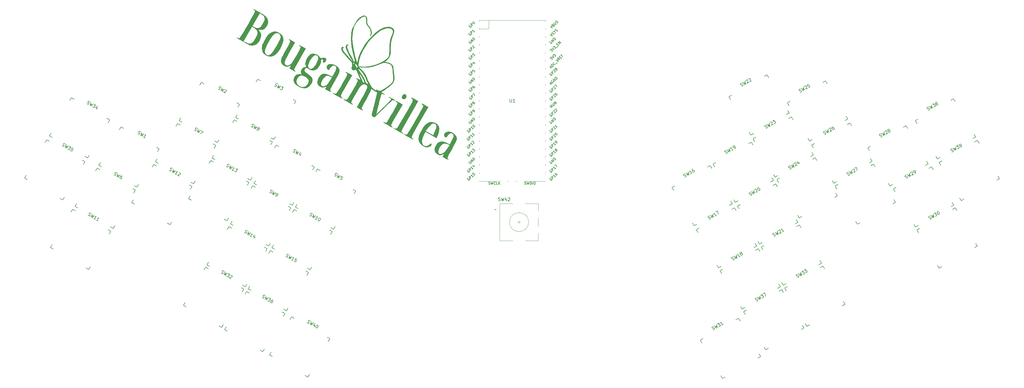
<source format=gbr>
%TF.GenerationSoftware,KiCad,Pcbnew,8.0.8*%
%TF.CreationDate,2025-03-16T10:34:52+05:30*%
%TF.ProjectId,keyboard,6b657962-6f61-4726-942e-6b696361645f,rev?*%
%TF.SameCoordinates,Original*%
%TF.FileFunction,Legend,Top*%
%TF.FilePolarity,Positive*%
%FSLAX46Y46*%
G04 Gerber Fmt 4.6, Leading zero omitted, Abs format (unit mm)*
G04 Created by KiCad (PCBNEW 8.0.8) date 2025-03-16 10:34:52*
%MOMM*%
%LPD*%
G01*
G04 APERTURE LIST*
%ADD10C,0.150000*%
%ADD11C,0.120000*%
%ADD12C,0.000000*%
G04 APERTURE END LIST*
D10*
X259571043Y-54332901D02*
X259718570Y-54302712D01*
X259718570Y-54302712D02*
X259924767Y-54183664D01*
X259924767Y-54183664D02*
X259983436Y-54094806D01*
X259983436Y-54094806D02*
X260000866Y-54029757D01*
X260000866Y-54029757D02*
X259994486Y-53923469D01*
X259994486Y-53923469D02*
X259946867Y-53840990D01*
X259946867Y-53840990D02*
X259858009Y-53782321D01*
X259858009Y-53782321D02*
X259792960Y-53764891D01*
X259792960Y-53764891D02*
X259686672Y-53771271D01*
X259686672Y-53771271D02*
X259497905Y-53825270D01*
X259497905Y-53825270D02*
X259391617Y-53831650D01*
X259391617Y-53831650D02*
X259326568Y-53814220D01*
X259326568Y-53814220D02*
X259237710Y-53755551D01*
X259237710Y-53755551D02*
X259190091Y-53673072D01*
X259190091Y-53673072D02*
X259183711Y-53566784D01*
X259183711Y-53566784D02*
X259201141Y-53501735D01*
X259201141Y-53501735D02*
X259259810Y-53412877D01*
X259259810Y-53412877D02*
X259466006Y-53293829D01*
X259466006Y-53293829D02*
X259613534Y-53263640D01*
X259878399Y-53055734D02*
X260584596Y-53802712D01*
X260584596Y-53802712D02*
X260392410Y-53088884D01*
X260392410Y-53088884D02*
X260914510Y-53612235D01*
X260914510Y-53612235D02*
X260620707Y-52627162D01*
X260957001Y-52542974D02*
X260974431Y-52477926D01*
X260974431Y-52477926D02*
X261033100Y-52389067D01*
X261033100Y-52389067D02*
X261239296Y-52270020D01*
X261239296Y-52270020D02*
X261345584Y-52263640D01*
X261345584Y-52263640D02*
X261410633Y-52281070D01*
X261410633Y-52281070D02*
X261499492Y-52339739D01*
X261499492Y-52339739D02*
X261547111Y-52422217D01*
X261547111Y-52422217D02*
X261577300Y-52569745D01*
X261577300Y-52569745D02*
X261368142Y-53350331D01*
X261368142Y-53350331D02*
X261904253Y-53040807D01*
X261781787Y-52066784D02*
X261799217Y-52001735D01*
X261799217Y-52001735D02*
X261857886Y-51912877D01*
X261857886Y-51912877D02*
X262064082Y-51793829D01*
X262064082Y-51793829D02*
X262170370Y-51787449D01*
X262170370Y-51787449D02*
X262235419Y-51804879D01*
X262235419Y-51804879D02*
X262324278Y-51863548D01*
X262324278Y-51863548D02*
X262371897Y-51946027D01*
X262371897Y-51946027D02*
X262402086Y-52093554D01*
X262402086Y-52093554D02*
X262192929Y-52874140D01*
X262192929Y-52874140D02*
X262729040Y-52564616D01*
X182490476Y-90607200D02*
X182633333Y-90654819D01*
X182633333Y-90654819D02*
X182871428Y-90654819D01*
X182871428Y-90654819D02*
X182966666Y-90607200D01*
X182966666Y-90607200D02*
X183014285Y-90559580D01*
X183014285Y-90559580D02*
X183061904Y-90464342D01*
X183061904Y-90464342D02*
X183061904Y-90369104D01*
X183061904Y-90369104D02*
X183014285Y-90273866D01*
X183014285Y-90273866D02*
X182966666Y-90226247D01*
X182966666Y-90226247D02*
X182871428Y-90178628D01*
X182871428Y-90178628D02*
X182680952Y-90131009D01*
X182680952Y-90131009D02*
X182585714Y-90083390D01*
X182585714Y-90083390D02*
X182538095Y-90035771D01*
X182538095Y-90035771D02*
X182490476Y-89940533D01*
X182490476Y-89940533D02*
X182490476Y-89845295D01*
X182490476Y-89845295D02*
X182538095Y-89750057D01*
X182538095Y-89750057D02*
X182585714Y-89702438D01*
X182585714Y-89702438D02*
X182680952Y-89654819D01*
X182680952Y-89654819D02*
X182919047Y-89654819D01*
X182919047Y-89654819D02*
X183061904Y-89702438D01*
X183395238Y-89654819D02*
X183633333Y-90654819D01*
X183633333Y-90654819D02*
X183823809Y-89940533D01*
X183823809Y-89940533D02*
X184014285Y-90654819D01*
X184014285Y-90654819D02*
X184252381Y-89654819D01*
X185061904Y-89988152D02*
X185061904Y-90654819D01*
X184823809Y-89607200D02*
X184585714Y-90321485D01*
X184585714Y-90321485D02*
X185204761Y-90321485D01*
X185538095Y-89750057D02*
X185585714Y-89702438D01*
X185585714Y-89702438D02*
X185680952Y-89654819D01*
X185680952Y-89654819D02*
X185919047Y-89654819D01*
X185919047Y-89654819D02*
X186014285Y-89702438D01*
X186014285Y-89702438D02*
X186061904Y-89750057D01*
X186061904Y-89750057D02*
X186109523Y-89845295D01*
X186109523Y-89845295D02*
X186109523Y-89940533D01*
X186109523Y-89940533D02*
X186061904Y-90083390D01*
X186061904Y-90083390D02*
X185490476Y-90654819D01*
X185490476Y-90654819D02*
X186109523Y-90654819D01*
X101975243Y-100703149D02*
X102075151Y-100815817D01*
X102075151Y-100815817D02*
X102281348Y-100934865D01*
X102281348Y-100934865D02*
X102387636Y-100941244D01*
X102387636Y-100941244D02*
X102452685Y-100923815D01*
X102452685Y-100923815D02*
X102541543Y-100865146D01*
X102541543Y-100865146D02*
X102589162Y-100782667D01*
X102589162Y-100782667D02*
X102595542Y-100676379D01*
X102595542Y-100676379D02*
X102578112Y-100611330D01*
X102578112Y-100611330D02*
X102519443Y-100522472D01*
X102519443Y-100522472D02*
X102378295Y-100385994D01*
X102378295Y-100385994D02*
X102319626Y-100297136D01*
X102319626Y-100297136D02*
X102302197Y-100232087D01*
X102302197Y-100232087D02*
X102308576Y-100125799D01*
X102308576Y-100125799D02*
X102356195Y-100043320D01*
X102356195Y-100043320D02*
X102445054Y-99984651D01*
X102445054Y-99984651D02*
X102510102Y-99967221D01*
X102510102Y-99967221D02*
X102616391Y-99973601D01*
X102616391Y-99973601D02*
X102822587Y-100092649D01*
X102822587Y-100092649D02*
X102922496Y-100205317D01*
X103234980Y-100330744D02*
X102941177Y-101315817D01*
X102941177Y-101315817D02*
X103463277Y-100792466D01*
X103463277Y-100792466D02*
X103271091Y-101506293D01*
X103271091Y-101506293D02*
X103977288Y-100759315D01*
X104260834Y-102077722D02*
X103765963Y-101792007D01*
X104013399Y-101934865D02*
X104513399Y-101068839D01*
X104513399Y-101068839D02*
X104359491Y-101144938D01*
X104359491Y-101144938D02*
X104229394Y-101179798D01*
X104229394Y-101179798D02*
X104123106Y-101173418D01*
X105336475Y-101928943D02*
X105003142Y-102506293D01*
X105320755Y-101479981D02*
X104757416Y-101979523D01*
X104757416Y-101979523D02*
X105293526Y-102289047D01*
X256782541Y-109503070D02*
X256930068Y-109472881D01*
X256930068Y-109472881D02*
X257136265Y-109353833D01*
X257136265Y-109353833D02*
X257194934Y-109264975D01*
X257194934Y-109264975D02*
X257212364Y-109199926D01*
X257212364Y-109199926D02*
X257205984Y-109093638D01*
X257205984Y-109093638D02*
X257158365Y-109011159D01*
X257158365Y-109011159D02*
X257069507Y-108952490D01*
X257069507Y-108952490D02*
X257004458Y-108935060D01*
X257004458Y-108935060D02*
X256898170Y-108941440D01*
X256898170Y-108941440D02*
X256709403Y-108995439D01*
X256709403Y-108995439D02*
X256603115Y-109001819D01*
X256603115Y-109001819D02*
X256538066Y-108984389D01*
X256538066Y-108984389D02*
X256449208Y-108925720D01*
X256449208Y-108925720D02*
X256401589Y-108843241D01*
X256401589Y-108843241D02*
X256395209Y-108736953D01*
X256395209Y-108736953D02*
X256412639Y-108671904D01*
X256412639Y-108671904D02*
X256471308Y-108583046D01*
X256471308Y-108583046D02*
X256677504Y-108463998D01*
X256677504Y-108463998D02*
X256825032Y-108433809D01*
X257089897Y-108225903D02*
X257796094Y-108972881D01*
X257796094Y-108972881D02*
X257603908Y-108259053D01*
X257603908Y-108259053D02*
X258126008Y-108782404D01*
X258126008Y-108782404D02*
X257832205Y-107797331D01*
X259115751Y-108210976D02*
X258620880Y-108496690D01*
X258868316Y-108353833D02*
X258368316Y-107487808D01*
X258368316Y-107487808D02*
X258357266Y-107659145D01*
X258357266Y-107659145D02*
X258322406Y-107789242D01*
X258322406Y-107789242D02*
X258263737Y-107878101D01*
X259324909Y-107430390D02*
X259218621Y-107436770D01*
X259218621Y-107436770D02*
X259153572Y-107419340D01*
X259153572Y-107419340D02*
X259064714Y-107360671D01*
X259064714Y-107360671D02*
X259040904Y-107319432D01*
X259040904Y-107319432D02*
X259034524Y-107213143D01*
X259034524Y-107213143D02*
X259051954Y-107148095D01*
X259051954Y-107148095D02*
X259110623Y-107059236D01*
X259110623Y-107059236D02*
X259275580Y-106963998D01*
X259275580Y-106963998D02*
X259381868Y-106957618D01*
X259381868Y-106957618D02*
X259446917Y-106975048D01*
X259446917Y-106975048D02*
X259535776Y-107033717D01*
X259535776Y-107033717D02*
X259559585Y-107074957D01*
X259559585Y-107074957D02*
X259565965Y-107181245D01*
X259565965Y-107181245D02*
X259548535Y-107246294D01*
X259548535Y-107246294D02*
X259489866Y-107335152D01*
X259489866Y-107335152D02*
X259324909Y-107430390D01*
X259324909Y-107430390D02*
X259266240Y-107519248D01*
X259266240Y-107519248D02*
X259248810Y-107584297D01*
X259248810Y-107584297D02*
X259255190Y-107690585D01*
X259255190Y-107690585D02*
X259350428Y-107855543D01*
X259350428Y-107855543D02*
X259439286Y-107914212D01*
X259439286Y-107914212D02*
X259504335Y-107931641D01*
X259504335Y-107931641D02*
X259610623Y-107925262D01*
X259610623Y-107925262D02*
X259775580Y-107830024D01*
X259775580Y-107830024D02*
X259834249Y-107741165D01*
X259834249Y-107741165D02*
X259851679Y-107676116D01*
X259851679Y-107676116D02*
X259845299Y-107569828D01*
X259845299Y-107569828D02*
X259750061Y-107404871D01*
X259750061Y-107404871D02*
X259661203Y-107346202D01*
X259661203Y-107346202D02*
X259596154Y-107328772D01*
X259596154Y-107328772D02*
X259489866Y-107335152D01*
X94575245Y-113520324D02*
X94675153Y-113632992D01*
X94675153Y-113632992D02*
X94881350Y-113752040D01*
X94881350Y-113752040D02*
X94987638Y-113758419D01*
X94987638Y-113758419D02*
X95052687Y-113740990D01*
X95052687Y-113740990D02*
X95141545Y-113682321D01*
X95141545Y-113682321D02*
X95189164Y-113599842D01*
X95189164Y-113599842D02*
X95195544Y-113493554D01*
X95195544Y-113493554D02*
X95178114Y-113428505D01*
X95178114Y-113428505D02*
X95119445Y-113339647D01*
X95119445Y-113339647D02*
X94978297Y-113203169D01*
X94978297Y-113203169D02*
X94919628Y-113114311D01*
X94919628Y-113114311D02*
X94902199Y-113049262D01*
X94902199Y-113049262D02*
X94908578Y-112942974D01*
X94908578Y-112942974D02*
X94956197Y-112860495D01*
X94956197Y-112860495D02*
X95045056Y-112801826D01*
X95045056Y-112801826D02*
X95110104Y-112784396D01*
X95110104Y-112784396D02*
X95216393Y-112790776D01*
X95216393Y-112790776D02*
X95422589Y-112909824D01*
X95422589Y-112909824D02*
X95522498Y-113022492D01*
X95834982Y-113147919D02*
X95541179Y-114132992D01*
X95541179Y-114132992D02*
X96063279Y-113609641D01*
X96063279Y-113609641D02*
X95871093Y-114323468D01*
X95871093Y-114323468D02*
X96577290Y-113576490D01*
X96824725Y-113719348D02*
X97360836Y-114028871D01*
X97360836Y-114028871D02*
X96881685Y-114192119D01*
X96881685Y-114192119D02*
X97005403Y-114263548D01*
X97005403Y-114263548D02*
X97064072Y-114352406D01*
X97064072Y-114352406D02*
X97081502Y-114417455D01*
X97081502Y-114417455D02*
X97075122Y-114523743D01*
X97075122Y-114523743D02*
X96956074Y-114729940D01*
X96956074Y-114729940D02*
X96867216Y-114788609D01*
X96867216Y-114788609D02*
X96802167Y-114806038D01*
X96802167Y-114806038D02*
X96695879Y-114799659D01*
X96695879Y-114799659D02*
X96448443Y-114656801D01*
X96448443Y-114656801D02*
X96389774Y-114567943D01*
X96389774Y-114567943D02*
X96372344Y-114502894D01*
X97643132Y-114301826D02*
X97708181Y-114284396D01*
X97708181Y-114284396D02*
X97814469Y-114290776D01*
X97814469Y-114290776D02*
X98020665Y-114409824D01*
X98020665Y-114409824D02*
X98079334Y-114498682D01*
X98079334Y-114498682D02*
X98096764Y-114563731D01*
X98096764Y-114563731D02*
X98090384Y-114670019D01*
X98090384Y-114670019D02*
X98042765Y-114752498D01*
X98042765Y-114752498D02*
X97930098Y-114852406D01*
X97930098Y-114852406D02*
X97149512Y-115061563D01*
X97149512Y-115061563D02*
X97685623Y-115371087D01*
X115073242Y-108265284D02*
X115173150Y-108377952D01*
X115173150Y-108377952D02*
X115379347Y-108497000D01*
X115379347Y-108497000D02*
X115485635Y-108503379D01*
X115485635Y-108503379D02*
X115550684Y-108485950D01*
X115550684Y-108485950D02*
X115639542Y-108427281D01*
X115639542Y-108427281D02*
X115687161Y-108344802D01*
X115687161Y-108344802D02*
X115693541Y-108238514D01*
X115693541Y-108238514D02*
X115676111Y-108173465D01*
X115676111Y-108173465D02*
X115617442Y-108084607D01*
X115617442Y-108084607D02*
X115476294Y-107948129D01*
X115476294Y-107948129D02*
X115417625Y-107859271D01*
X115417625Y-107859271D02*
X115400196Y-107794222D01*
X115400196Y-107794222D02*
X115406575Y-107687934D01*
X115406575Y-107687934D02*
X115454194Y-107605455D01*
X115454194Y-107605455D02*
X115543053Y-107546786D01*
X115543053Y-107546786D02*
X115608101Y-107529356D01*
X115608101Y-107529356D02*
X115714390Y-107535736D01*
X115714390Y-107535736D02*
X115920586Y-107654784D01*
X115920586Y-107654784D02*
X116020495Y-107767452D01*
X116332979Y-107892879D02*
X116039176Y-108877952D01*
X116039176Y-108877952D02*
X116561276Y-108354601D01*
X116561276Y-108354601D02*
X116369090Y-109068428D01*
X116369090Y-109068428D02*
X117075287Y-108321450D01*
X117358833Y-109639857D02*
X116863962Y-109354142D01*
X117111398Y-109497000D02*
X117611398Y-108630974D01*
X117611398Y-108630974D02*
X117457490Y-108707073D01*
X117457490Y-108707073D02*
X117327393Y-108741933D01*
X117327393Y-108741933D02*
X117221105Y-108735553D01*
X118642380Y-109226212D02*
X118229987Y-108988117D01*
X118229987Y-108988117D02*
X117950653Y-109376701D01*
X117950653Y-109376701D02*
X118015701Y-109359271D01*
X118015701Y-109359271D02*
X118121990Y-109365651D01*
X118121990Y-109365651D02*
X118328186Y-109484698D01*
X118328186Y-109484698D02*
X118386855Y-109573557D01*
X118386855Y-109573557D02*
X118404285Y-109638605D01*
X118404285Y-109638605D02*
X118397905Y-109744893D01*
X118397905Y-109744893D02*
X118278858Y-109951090D01*
X118278858Y-109951090D02*
X118189999Y-110009759D01*
X118189999Y-110009759D02*
X118124950Y-110027189D01*
X118124950Y-110027189D02*
X118018662Y-110020809D01*
X118018662Y-110020809D02*
X117812466Y-109901762D01*
X117812466Y-109901762D02*
X117753797Y-109812903D01*
X117753797Y-109812903D02*
X117736367Y-109747854D01*
X311744744Y-83544129D02*
X311892271Y-83513940D01*
X311892271Y-83513940D02*
X312098468Y-83394892D01*
X312098468Y-83394892D02*
X312157137Y-83306034D01*
X312157137Y-83306034D02*
X312174567Y-83240985D01*
X312174567Y-83240985D02*
X312168187Y-83134697D01*
X312168187Y-83134697D02*
X312120568Y-83052218D01*
X312120568Y-83052218D02*
X312031710Y-82993549D01*
X312031710Y-82993549D02*
X311966661Y-82976119D01*
X311966661Y-82976119D02*
X311860373Y-82982499D01*
X311860373Y-82982499D02*
X311671606Y-83036498D01*
X311671606Y-83036498D02*
X311565318Y-83042878D01*
X311565318Y-83042878D02*
X311500269Y-83025448D01*
X311500269Y-83025448D02*
X311411411Y-82966779D01*
X311411411Y-82966779D02*
X311363792Y-82884300D01*
X311363792Y-82884300D02*
X311357412Y-82778012D01*
X311357412Y-82778012D02*
X311374842Y-82712963D01*
X311374842Y-82712963D02*
X311433511Y-82624105D01*
X311433511Y-82624105D02*
X311639707Y-82505057D01*
X311639707Y-82505057D02*
X311787235Y-82474868D01*
X312052100Y-82266962D02*
X312758297Y-83013940D01*
X312758297Y-83013940D02*
X312566111Y-82300112D01*
X312566111Y-82300112D02*
X313088211Y-82823463D01*
X313088211Y-82823463D02*
X312794408Y-81838390D01*
X313130702Y-81754202D02*
X313148132Y-81689154D01*
X313148132Y-81689154D02*
X313206801Y-81600295D01*
X313206801Y-81600295D02*
X313412997Y-81481248D01*
X313412997Y-81481248D02*
X313519285Y-81474868D01*
X313519285Y-81474868D02*
X313584334Y-81492298D01*
X313584334Y-81492298D02*
X313673193Y-81550967D01*
X313673193Y-81550967D02*
X313720812Y-81633445D01*
X313720812Y-81633445D02*
X313751001Y-81780973D01*
X313751001Y-81780973D02*
X313541843Y-82561559D01*
X313541843Y-82561559D02*
X314077954Y-82252035D01*
X314490348Y-82013940D02*
X314655305Y-81918702D01*
X314655305Y-81918702D02*
X314713974Y-81829843D01*
X314713974Y-81829843D02*
X314731404Y-81764794D01*
X314731404Y-81764794D02*
X314742454Y-81593457D01*
X314742454Y-81593457D02*
X314688455Y-81404691D01*
X314688455Y-81404691D02*
X314497979Y-81074776D01*
X314497979Y-81074776D02*
X314409120Y-81016107D01*
X314409120Y-81016107D02*
X314344071Y-80998677D01*
X314344071Y-80998677D02*
X314237783Y-81005057D01*
X314237783Y-81005057D02*
X314072826Y-81100295D01*
X314072826Y-81100295D02*
X314014157Y-81189154D01*
X314014157Y-81189154D02*
X313996727Y-81254202D01*
X313996727Y-81254202D02*
X314003107Y-81360491D01*
X314003107Y-81360491D02*
X314122155Y-81566687D01*
X314122155Y-81566687D02*
X314211013Y-81625356D01*
X314211013Y-81625356D02*
X314276062Y-81642786D01*
X314276062Y-81642786D02*
X314382350Y-81636406D01*
X314382350Y-81636406D02*
X314547307Y-81541168D01*
X314547307Y-81541168D02*
X314605976Y-81452310D01*
X314605976Y-81452310D02*
X314623406Y-81387261D01*
X314623406Y-81387261D02*
X314617026Y-81280973D01*
X293321352Y-82633877D02*
X293468879Y-82603688D01*
X293468879Y-82603688D02*
X293675076Y-82484640D01*
X293675076Y-82484640D02*
X293733745Y-82395782D01*
X293733745Y-82395782D02*
X293751175Y-82330733D01*
X293751175Y-82330733D02*
X293744795Y-82224445D01*
X293744795Y-82224445D02*
X293697176Y-82141966D01*
X293697176Y-82141966D02*
X293608318Y-82083297D01*
X293608318Y-82083297D02*
X293543269Y-82065867D01*
X293543269Y-82065867D02*
X293436981Y-82072247D01*
X293436981Y-82072247D02*
X293248214Y-82126246D01*
X293248214Y-82126246D02*
X293141926Y-82132626D01*
X293141926Y-82132626D02*
X293076877Y-82115196D01*
X293076877Y-82115196D02*
X292988019Y-82056527D01*
X292988019Y-82056527D02*
X292940400Y-81974048D01*
X292940400Y-81974048D02*
X292934020Y-81867760D01*
X292934020Y-81867760D02*
X292951450Y-81802711D01*
X292951450Y-81802711D02*
X293010119Y-81713853D01*
X293010119Y-81713853D02*
X293216315Y-81594805D01*
X293216315Y-81594805D02*
X293363843Y-81564616D01*
X293628708Y-81356710D02*
X294334905Y-82103688D01*
X294334905Y-82103688D02*
X294142719Y-81389860D01*
X294142719Y-81389860D02*
X294664819Y-81913211D01*
X294664819Y-81913211D02*
X294371016Y-80928138D01*
X294707310Y-80843950D02*
X294724740Y-80778902D01*
X294724740Y-80778902D02*
X294783409Y-80690043D01*
X294783409Y-80690043D02*
X294989605Y-80570996D01*
X294989605Y-80570996D02*
X295095893Y-80564616D01*
X295095893Y-80564616D02*
X295160942Y-80582046D01*
X295160942Y-80582046D02*
X295249801Y-80640715D01*
X295249801Y-80640715D02*
X295297420Y-80723193D01*
X295297420Y-80723193D02*
X295327609Y-80870721D01*
X295327609Y-80870721D02*
X295118451Y-81651307D01*
X295118451Y-81651307D02*
X295654562Y-81341783D01*
X295443238Y-80309091D02*
X296020588Y-79975758D01*
X296020588Y-79975758D02*
X296149434Y-81056069D01*
X52406544Y-95178658D02*
X52506452Y-95291326D01*
X52506452Y-95291326D02*
X52712649Y-95410374D01*
X52712649Y-95410374D02*
X52818937Y-95416753D01*
X52818937Y-95416753D02*
X52883986Y-95399324D01*
X52883986Y-95399324D02*
X52972844Y-95340655D01*
X52972844Y-95340655D02*
X53020463Y-95258176D01*
X53020463Y-95258176D02*
X53026843Y-95151888D01*
X53026843Y-95151888D02*
X53009413Y-95086839D01*
X53009413Y-95086839D02*
X52950744Y-94997981D01*
X52950744Y-94997981D02*
X52809596Y-94861503D01*
X52809596Y-94861503D02*
X52750927Y-94772645D01*
X52750927Y-94772645D02*
X52733498Y-94707596D01*
X52733498Y-94707596D02*
X52739877Y-94601308D01*
X52739877Y-94601308D02*
X52787496Y-94518829D01*
X52787496Y-94518829D02*
X52876355Y-94460160D01*
X52876355Y-94460160D02*
X52941403Y-94442730D01*
X52941403Y-94442730D02*
X53047692Y-94449110D01*
X53047692Y-94449110D02*
X53253888Y-94568158D01*
X53253888Y-94568158D02*
X53353797Y-94680826D01*
X53666281Y-94806253D02*
X53372478Y-95791326D01*
X53372478Y-95791326D02*
X53894578Y-95267975D01*
X53894578Y-95267975D02*
X53702392Y-95981802D01*
X53702392Y-95981802D02*
X54408589Y-95234824D01*
X54692135Y-96553231D02*
X54197264Y-96267516D01*
X54444700Y-96410374D02*
X54944700Y-95544348D01*
X54944700Y-95544348D02*
X54790792Y-95620447D01*
X54790792Y-95620447D02*
X54660695Y-95655307D01*
X54660695Y-95655307D02*
X54554407Y-95648927D01*
X55516922Y-97029421D02*
X55022050Y-96743707D01*
X55269486Y-96886564D02*
X55769486Y-96020539D01*
X55769486Y-96020539D02*
X55615579Y-96096638D01*
X55615579Y-96096638D02*
X55485481Y-96131497D01*
X55485481Y-96131497D02*
X55379193Y-96125117D01*
X262340588Y-88973622D02*
X262488115Y-88943433D01*
X262488115Y-88943433D02*
X262694312Y-88824385D01*
X262694312Y-88824385D02*
X262752981Y-88735527D01*
X262752981Y-88735527D02*
X262770411Y-88670478D01*
X262770411Y-88670478D02*
X262764031Y-88564190D01*
X262764031Y-88564190D02*
X262716412Y-88481711D01*
X262716412Y-88481711D02*
X262627554Y-88423042D01*
X262627554Y-88423042D02*
X262562505Y-88405612D01*
X262562505Y-88405612D02*
X262456217Y-88411992D01*
X262456217Y-88411992D02*
X262267450Y-88465991D01*
X262267450Y-88465991D02*
X262161162Y-88472371D01*
X262161162Y-88472371D02*
X262096113Y-88454941D01*
X262096113Y-88454941D02*
X262007255Y-88396272D01*
X262007255Y-88396272D02*
X261959636Y-88313793D01*
X261959636Y-88313793D02*
X261953256Y-88207505D01*
X261953256Y-88207505D02*
X261970686Y-88142456D01*
X261970686Y-88142456D02*
X262029355Y-88053598D01*
X262029355Y-88053598D02*
X262235551Y-87934550D01*
X262235551Y-87934550D02*
X262383079Y-87904361D01*
X262647944Y-87696455D02*
X263354141Y-88443433D01*
X263354141Y-88443433D02*
X263161955Y-87729605D01*
X263161955Y-87729605D02*
X263684055Y-88252956D01*
X263684055Y-88252956D02*
X263390252Y-87267883D01*
X263726546Y-87183695D02*
X263743976Y-87118647D01*
X263743976Y-87118647D02*
X263802645Y-87029788D01*
X263802645Y-87029788D02*
X264008841Y-86910741D01*
X264008841Y-86910741D02*
X264115129Y-86904361D01*
X264115129Y-86904361D02*
X264180178Y-86921791D01*
X264180178Y-86921791D02*
X264269037Y-86980460D01*
X264269037Y-86980460D02*
X264316656Y-87062938D01*
X264316656Y-87062938D02*
X264346845Y-87210466D01*
X264346845Y-87210466D02*
X264137687Y-87991052D01*
X264137687Y-87991052D02*
X264673798Y-87681528D01*
X264709909Y-86505979D02*
X264792388Y-86458360D01*
X264792388Y-86458360D02*
X264898676Y-86451980D01*
X264898676Y-86451980D02*
X264963725Y-86469410D01*
X264963725Y-86469410D02*
X265052583Y-86528079D01*
X265052583Y-86528079D02*
X265189061Y-86669227D01*
X265189061Y-86669227D02*
X265308108Y-86875423D01*
X265308108Y-86875423D02*
X265362107Y-87064190D01*
X265362107Y-87064190D02*
X265368487Y-87170478D01*
X265368487Y-87170478D02*
X265351057Y-87235527D01*
X265351057Y-87235527D02*
X265292388Y-87324385D01*
X265292388Y-87324385D02*
X265209909Y-87372004D01*
X265209909Y-87372004D02*
X265103621Y-87378384D01*
X265103621Y-87378384D02*
X265038572Y-87360954D01*
X265038572Y-87360954D02*
X264949714Y-87302285D01*
X264949714Y-87302285D02*
X264813237Y-87161137D01*
X264813237Y-87161137D02*
X264694189Y-86954941D01*
X264694189Y-86954941D02*
X264640190Y-86766174D01*
X264640190Y-86766174D02*
X264633811Y-86659886D01*
X264633811Y-86659886D02*
X264651240Y-86594837D01*
X264651240Y-86594837D02*
X264709909Y-86505979D01*
X319244745Y-96534514D02*
X319392272Y-96504325D01*
X319392272Y-96504325D02*
X319598469Y-96385277D01*
X319598469Y-96385277D02*
X319657138Y-96296419D01*
X319657138Y-96296419D02*
X319674568Y-96231370D01*
X319674568Y-96231370D02*
X319668188Y-96125082D01*
X319668188Y-96125082D02*
X319620569Y-96042603D01*
X319620569Y-96042603D02*
X319531711Y-95983934D01*
X319531711Y-95983934D02*
X319466662Y-95966504D01*
X319466662Y-95966504D02*
X319360374Y-95972884D01*
X319360374Y-95972884D02*
X319171607Y-96026883D01*
X319171607Y-96026883D02*
X319065319Y-96033263D01*
X319065319Y-96033263D02*
X319000270Y-96015833D01*
X319000270Y-96015833D02*
X318911412Y-95957164D01*
X318911412Y-95957164D02*
X318863793Y-95874685D01*
X318863793Y-95874685D02*
X318857413Y-95768397D01*
X318857413Y-95768397D02*
X318874843Y-95703348D01*
X318874843Y-95703348D02*
X318933512Y-95614490D01*
X318933512Y-95614490D02*
X319139708Y-95495442D01*
X319139708Y-95495442D02*
X319287236Y-95465253D01*
X319552101Y-95257347D02*
X320258298Y-96004325D01*
X320258298Y-96004325D02*
X320066112Y-95290497D01*
X320066112Y-95290497D02*
X320588212Y-95813848D01*
X320588212Y-95813848D02*
X320294409Y-94828775D01*
X320541844Y-94685918D02*
X321077955Y-94376395D01*
X321077955Y-94376395D02*
X320979756Y-94872976D01*
X320979756Y-94872976D02*
X321103474Y-94801547D01*
X321103474Y-94801547D02*
X321209763Y-94795167D01*
X321209763Y-94795167D02*
X321274811Y-94812597D01*
X321274811Y-94812597D02*
X321363670Y-94871266D01*
X321363670Y-94871266D02*
X321482717Y-95077463D01*
X321482717Y-95077463D02*
X321489097Y-95183751D01*
X321489097Y-95183751D02*
X321471667Y-95248800D01*
X321471667Y-95248800D02*
X321412998Y-95337658D01*
X321412998Y-95337658D02*
X321165562Y-95480515D01*
X321165562Y-95480515D02*
X321059274Y-95486895D01*
X321059274Y-95486895D02*
X320994225Y-95469465D01*
X321614066Y-94066871D02*
X321696545Y-94019252D01*
X321696545Y-94019252D02*
X321802833Y-94012872D01*
X321802833Y-94012872D02*
X321867882Y-94030302D01*
X321867882Y-94030302D02*
X321956740Y-94088971D01*
X321956740Y-94088971D02*
X322093218Y-94230119D01*
X322093218Y-94230119D02*
X322212265Y-94436315D01*
X322212265Y-94436315D02*
X322266264Y-94625082D01*
X322266264Y-94625082D02*
X322272644Y-94731370D01*
X322272644Y-94731370D02*
X322255214Y-94796419D01*
X322255214Y-94796419D02*
X322196545Y-94885277D01*
X322196545Y-94885277D02*
X322114066Y-94932896D01*
X322114066Y-94932896D02*
X322007778Y-94939276D01*
X322007778Y-94939276D02*
X321942729Y-94921846D01*
X321942729Y-94921846D02*
X321853871Y-94863177D01*
X321853871Y-94863177D02*
X321717394Y-94722029D01*
X321717394Y-94722029D02*
X321598346Y-94515833D01*
X321598346Y-94515833D02*
X321544347Y-94327066D01*
X321544347Y-94327066D02*
X321537968Y-94220778D01*
X321537968Y-94220778D02*
X321555397Y-94155729D01*
X321555397Y-94155729D02*
X321614066Y-94066871D01*
X78161473Y-80949820D02*
X78261381Y-81062488D01*
X78261381Y-81062488D02*
X78467578Y-81181536D01*
X78467578Y-81181536D02*
X78573866Y-81187915D01*
X78573866Y-81187915D02*
X78638915Y-81170486D01*
X78638915Y-81170486D02*
X78727773Y-81111817D01*
X78727773Y-81111817D02*
X78775392Y-81029338D01*
X78775392Y-81029338D02*
X78781772Y-80923050D01*
X78781772Y-80923050D02*
X78764342Y-80858001D01*
X78764342Y-80858001D02*
X78705673Y-80769143D01*
X78705673Y-80769143D02*
X78564525Y-80632665D01*
X78564525Y-80632665D02*
X78505856Y-80543807D01*
X78505856Y-80543807D02*
X78488427Y-80478758D01*
X78488427Y-80478758D02*
X78494806Y-80372470D01*
X78494806Y-80372470D02*
X78542425Y-80289991D01*
X78542425Y-80289991D02*
X78631284Y-80231322D01*
X78631284Y-80231322D02*
X78696332Y-80213892D01*
X78696332Y-80213892D02*
X78802621Y-80220272D01*
X78802621Y-80220272D02*
X79008817Y-80339320D01*
X79008817Y-80339320D02*
X79108726Y-80451988D01*
X79421210Y-80577415D02*
X79127407Y-81562488D01*
X79127407Y-81562488D02*
X79649507Y-81039137D01*
X79649507Y-81039137D02*
X79457321Y-81752964D01*
X79457321Y-81752964D02*
X80163518Y-81005986D01*
X80447064Y-82324393D02*
X79952193Y-82038678D01*
X80199629Y-82181536D02*
X80699629Y-81315510D01*
X80699629Y-81315510D02*
X80545721Y-81391609D01*
X80545721Y-81391609D02*
X80415624Y-81426469D01*
X80415624Y-81426469D02*
X80309336Y-81420089D01*
X81229360Y-81731322D02*
X81294409Y-81713892D01*
X81294409Y-81713892D02*
X81400697Y-81720272D01*
X81400697Y-81720272D02*
X81606893Y-81839320D01*
X81606893Y-81839320D02*
X81665562Y-81928178D01*
X81665562Y-81928178D02*
X81682992Y-81993227D01*
X81682992Y-81993227D02*
X81676612Y-82099515D01*
X81676612Y-82099515D02*
X81628993Y-82181994D01*
X81628993Y-82181994D02*
X81516326Y-82281902D01*
X81516326Y-82281902D02*
X80735740Y-82491059D01*
X80735740Y-82491059D02*
X81271851Y-82800583D01*
X278140533Y-56221133D02*
X278288060Y-56190944D01*
X278288060Y-56190944D02*
X278494257Y-56071896D01*
X278494257Y-56071896D02*
X278552926Y-55983038D01*
X278552926Y-55983038D02*
X278570356Y-55917989D01*
X278570356Y-55917989D02*
X278563976Y-55811701D01*
X278563976Y-55811701D02*
X278516357Y-55729222D01*
X278516357Y-55729222D02*
X278427499Y-55670553D01*
X278427499Y-55670553D02*
X278362450Y-55653123D01*
X278362450Y-55653123D02*
X278256162Y-55659503D01*
X278256162Y-55659503D02*
X278067395Y-55713502D01*
X278067395Y-55713502D02*
X277961107Y-55719882D01*
X277961107Y-55719882D02*
X277896058Y-55702452D01*
X277896058Y-55702452D02*
X277807200Y-55643783D01*
X277807200Y-55643783D02*
X277759581Y-55561304D01*
X277759581Y-55561304D02*
X277753201Y-55455016D01*
X277753201Y-55455016D02*
X277770631Y-55389967D01*
X277770631Y-55389967D02*
X277829300Y-55301109D01*
X277829300Y-55301109D02*
X278035496Y-55182061D01*
X278035496Y-55182061D02*
X278183024Y-55151872D01*
X278447889Y-54943966D02*
X279154086Y-55690944D01*
X279154086Y-55690944D02*
X278961900Y-54977116D01*
X278961900Y-54977116D02*
X279484000Y-55500467D01*
X279484000Y-55500467D02*
X279190197Y-54515394D01*
X279526491Y-54431206D02*
X279543921Y-54366158D01*
X279543921Y-54366158D02*
X279602590Y-54277299D01*
X279602590Y-54277299D02*
X279808786Y-54158252D01*
X279808786Y-54158252D02*
X279915074Y-54151872D01*
X279915074Y-54151872D02*
X279980123Y-54169302D01*
X279980123Y-54169302D02*
X280068982Y-54227971D01*
X280068982Y-54227971D02*
X280116601Y-54310449D01*
X280116601Y-54310449D02*
X280146790Y-54457977D01*
X280146790Y-54457977D02*
X279937632Y-55238563D01*
X279937632Y-55238563D02*
X280473743Y-54929039D01*
X280757290Y-53610633D02*
X280344897Y-53848728D01*
X280344897Y-53848728D02*
X280541753Y-54284930D01*
X280541753Y-54284930D02*
X280559183Y-54219882D01*
X280559183Y-54219882D02*
X280617852Y-54131023D01*
X280617852Y-54131023D02*
X280824049Y-54011976D01*
X280824049Y-54011976D02*
X280930337Y-54005596D01*
X280930337Y-54005596D02*
X280995386Y-54023026D01*
X280995386Y-54023026D02*
X281084244Y-54081695D01*
X281084244Y-54081695D02*
X281203291Y-54287891D01*
X281203291Y-54287891D02*
X281209671Y-54394179D01*
X281209671Y-54394179D02*
X281192241Y-54459228D01*
X281192241Y-54459228D02*
X281133572Y-54548087D01*
X281133572Y-54548087D02*
X280927376Y-54667134D01*
X280927376Y-54667134D02*
X280821088Y-54673514D01*
X280821088Y-54673514D02*
X280756039Y-54656084D01*
X269840588Y-101964002D02*
X269988115Y-101933813D01*
X269988115Y-101933813D02*
X270194312Y-101814765D01*
X270194312Y-101814765D02*
X270252981Y-101725907D01*
X270252981Y-101725907D02*
X270270411Y-101660858D01*
X270270411Y-101660858D02*
X270264031Y-101554570D01*
X270264031Y-101554570D02*
X270216412Y-101472091D01*
X270216412Y-101472091D02*
X270127554Y-101413422D01*
X270127554Y-101413422D02*
X270062505Y-101395992D01*
X270062505Y-101395992D02*
X269956217Y-101402372D01*
X269956217Y-101402372D02*
X269767450Y-101456371D01*
X269767450Y-101456371D02*
X269661162Y-101462751D01*
X269661162Y-101462751D02*
X269596113Y-101445321D01*
X269596113Y-101445321D02*
X269507255Y-101386652D01*
X269507255Y-101386652D02*
X269459636Y-101304173D01*
X269459636Y-101304173D02*
X269453256Y-101197885D01*
X269453256Y-101197885D02*
X269470686Y-101132836D01*
X269470686Y-101132836D02*
X269529355Y-101043978D01*
X269529355Y-101043978D02*
X269735551Y-100924930D01*
X269735551Y-100924930D02*
X269883079Y-100894741D01*
X270147944Y-100686835D02*
X270854141Y-101433813D01*
X270854141Y-101433813D02*
X270661955Y-100719985D01*
X270661955Y-100719985D02*
X271184055Y-101243336D01*
X271184055Y-101243336D02*
X270890252Y-100258263D01*
X271226546Y-100174075D02*
X271243976Y-100109027D01*
X271243976Y-100109027D02*
X271302645Y-100020168D01*
X271302645Y-100020168D02*
X271508841Y-99901121D01*
X271508841Y-99901121D02*
X271615129Y-99894741D01*
X271615129Y-99894741D02*
X271680178Y-99912171D01*
X271680178Y-99912171D02*
X271769037Y-99970840D01*
X271769037Y-99970840D02*
X271816656Y-100053318D01*
X271816656Y-100053318D02*
X271846845Y-100200846D01*
X271846845Y-100200846D02*
X271637687Y-100981432D01*
X271637687Y-100981432D02*
X272173798Y-100671908D01*
X272998585Y-100195717D02*
X272503713Y-100481432D01*
X272751149Y-100338575D02*
X272251149Y-99472549D01*
X272251149Y-99472549D02*
X272240099Y-99643886D01*
X272240099Y-99643886D02*
X272205239Y-99773984D01*
X272205239Y-99773984D02*
X272146570Y-99862842D01*
X86073867Y-68197534D02*
X86173776Y-68310202D01*
X86173776Y-68310202D02*
X86379972Y-68429249D01*
X86379972Y-68429249D02*
X86486260Y-68435629D01*
X86486260Y-68435629D02*
X86551309Y-68418199D01*
X86551309Y-68418199D02*
X86640168Y-68359530D01*
X86640168Y-68359530D02*
X86687787Y-68277051D01*
X86687787Y-68277051D02*
X86694166Y-68170763D01*
X86694166Y-68170763D02*
X86676737Y-68105714D01*
X86676737Y-68105714D02*
X86618068Y-68016856D01*
X86618068Y-68016856D02*
X86476920Y-67880379D01*
X86476920Y-67880379D02*
X86418251Y-67791520D01*
X86418251Y-67791520D02*
X86400821Y-67726472D01*
X86400821Y-67726472D02*
X86407201Y-67620183D01*
X86407201Y-67620183D02*
X86454820Y-67537705D01*
X86454820Y-67537705D02*
X86543678Y-67479036D01*
X86543678Y-67479036D02*
X86608727Y-67461606D01*
X86608727Y-67461606D02*
X86715015Y-67467986D01*
X86715015Y-67467986D02*
X86921212Y-67587033D01*
X86921212Y-67587033D02*
X87021120Y-67699701D01*
X87333605Y-67825129D02*
X87039801Y-68810202D01*
X87039801Y-68810202D02*
X87561901Y-68286850D01*
X87561901Y-68286850D02*
X87369716Y-69000678D01*
X87369716Y-69000678D02*
X88075912Y-68253700D01*
X88323348Y-68396557D02*
X88900698Y-68729890D01*
X88900698Y-68729890D02*
X88029544Y-69381630D01*
X274830969Y-80607596D02*
X274978496Y-80577407D01*
X274978496Y-80577407D02*
X275184693Y-80458359D01*
X275184693Y-80458359D02*
X275243362Y-80369501D01*
X275243362Y-80369501D02*
X275260792Y-80304452D01*
X275260792Y-80304452D02*
X275254412Y-80198164D01*
X275254412Y-80198164D02*
X275206793Y-80115685D01*
X275206793Y-80115685D02*
X275117935Y-80057016D01*
X275117935Y-80057016D02*
X275052886Y-80039586D01*
X275052886Y-80039586D02*
X274946598Y-80045966D01*
X274946598Y-80045966D02*
X274757831Y-80099965D01*
X274757831Y-80099965D02*
X274651543Y-80106345D01*
X274651543Y-80106345D02*
X274586494Y-80088915D01*
X274586494Y-80088915D02*
X274497636Y-80030246D01*
X274497636Y-80030246D02*
X274450017Y-79947767D01*
X274450017Y-79947767D02*
X274443637Y-79841479D01*
X274443637Y-79841479D02*
X274461067Y-79776430D01*
X274461067Y-79776430D02*
X274519736Y-79687572D01*
X274519736Y-79687572D02*
X274725932Y-79568524D01*
X274725932Y-79568524D02*
X274873460Y-79538335D01*
X275138325Y-79330429D02*
X275844522Y-80077407D01*
X275844522Y-80077407D02*
X275652336Y-79363579D01*
X275652336Y-79363579D02*
X276174436Y-79886930D01*
X276174436Y-79886930D02*
X275880633Y-78901857D01*
X276216927Y-78817669D02*
X276234357Y-78752621D01*
X276234357Y-78752621D02*
X276293026Y-78663762D01*
X276293026Y-78663762D02*
X276499222Y-78544715D01*
X276499222Y-78544715D02*
X276605510Y-78538335D01*
X276605510Y-78538335D02*
X276670559Y-78555765D01*
X276670559Y-78555765D02*
X276759418Y-78614434D01*
X276759418Y-78614434D02*
X276807037Y-78696912D01*
X276807037Y-78696912D02*
X276837226Y-78844440D01*
X276837226Y-78844440D02*
X276628068Y-79625026D01*
X276628068Y-79625026D02*
X277164179Y-79315502D01*
X277573154Y-78309580D02*
X277906487Y-78886931D01*
X277176481Y-78098713D02*
X277327427Y-78836351D01*
X277327427Y-78836351D02*
X277863538Y-78526827D01*
X96201854Y-79702964D02*
X96301762Y-79815632D01*
X96301762Y-79815632D02*
X96507959Y-79934680D01*
X96507959Y-79934680D02*
X96614247Y-79941059D01*
X96614247Y-79941059D02*
X96679296Y-79923630D01*
X96679296Y-79923630D02*
X96768154Y-79864961D01*
X96768154Y-79864961D02*
X96815773Y-79782482D01*
X96815773Y-79782482D02*
X96822153Y-79676194D01*
X96822153Y-79676194D02*
X96804723Y-79611145D01*
X96804723Y-79611145D02*
X96746054Y-79522287D01*
X96746054Y-79522287D02*
X96604906Y-79385809D01*
X96604906Y-79385809D02*
X96546237Y-79296951D01*
X96546237Y-79296951D02*
X96528808Y-79231902D01*
X96528808Y-79231902D02*
X96535187Y-79125614D01*
X96535187Y-79125614D02*
X96582806Y-79043135D01*
X96582806Y-79043135D02*
X96671665Y-78984466D01*
X96671665Y-78984466D02*
X96736713Y-78967036D01*
X96736713Y-78967036D02*
X96843002Y-78973416D01*
X96843002Y-78973416D02*
X97049198Y-79092464D01*
X97049198Y-79092464D02*
X97149107Y-79205132D01*
X97461591Y-79330559D02*
X97167788Y-80315632D01*
X97167788Y-80315632D02*
X97689888Y-79792281D01*
X97689888Y-79792281D02*
X97497702Y-80506108D01*
X97497702Y-80506108D02*
X98203899Y-79759130D01*
X98487445Y-81077537D02*
X97992574Y-80791822D01*
X98240010Y-80934680D02*
X98740010Y-80068654D01*
X98740010Y-80068654D02*
X98586102Y-80144753D01*
X98586102Y-80144753D02*
X98456005Y-80179613D01*
X98456005Y-80179613D02*
X98349717Y-80173233D01*
X99276121Y-80378178D02*
X99812232Y-80687702D01*
X99812232Y-80687702D02*
X99333080Y-80850950D01*
X99333080Y-80850950D02*
X99456798Y-80922378D01*
X99456798Y-80922378D02*
X99515467Y-81011237D01*
X99515467Y-81011237D02*
X99532897Y-81076285D01*
X99532897Y-81076285D02*
X99526517Y-81182573D01*
X99526517Y-81182573D02*
X99407470Y-81388770D01*
X99407470Y-81388770D02*
X99318611Y-81447439D01*
X99318611Y-81447439D02*
X99253562Y-81464869D01*
X99253562Y-81464869D02*
X99147274Y-81458489D01*
X99147274Y-81458489D02*
X98899838Y-81315632D01*
X98899838Y-81315632D02*
X98841169Y-81226774D01*
X98841169Y-81226774D02*
X98823740Y-81161725D01*
X109887638Y-87950868D02*
X109987547Y-88063536D01*
X109987547Y-88063536D02*
X110193743Y-88182583D01*
X110193743Y-88182583D02*
X110300031Y-88188963D01*
X110300031Y-88188963D02*
X110365080Y-88171533D01*
X110365080Y-88171533D02*
X110453939Y-88112864D01*
X110453939Y-88112864D02*
X110501558Y-88030385D01*
X110501558Y-88030385D02*
X110507937Y-87924097D01*
X110507937Y-87924097D02*
X110490508Y-87859048D01*
X110490508Y-87859048D02*
X110431839Y-87770190D01*
X110431839Y-87770190D02*
X110290691Y-87633713D01*
X110290691Y-87633713D02*
X110232022Y-87544854D01*
X110232022Y-87544854D02*
X110214592Y-87479806D01*
X110214592Y-87479806D02*
X110220972Y-87373517D01*
X110220972Y-87373517D02*
X110268591Y-87291039D01*
X110268591Y-87291039D02*
X110357449Y-87232370D01*
X110357449Y-87232370D02*
X110422498Y-87214940D01*
X110422498Y-87214940D02*
X110528786Y-87221320D01*
X110528786Y-87221320D02*
X110734983Y-87340367D01*
X110734983Y-87340367D02*
X110834891Y-87453035D01*
X111147376Y-87578463D02*
X110853572Y-88563536D01*
X110853572Y-88563536D02*
X111375672Y-88040184D01*
X111375672Y-88040184D02*
X111183487Y-88754012D01*
X111183487Y-88754012D02*
X111889683Y-88007034D01*
X111760837Y-89087345D02*
X111925794Y-89182583D01*
X111925794Y-89182583D02*
X112032082Y-89188963D01*
X112032082Y-89188963D02*
X112097131Y-89171533D01*
X112097131Y-89171533D02*
X112251038Y-89095434D01*
X112251038Y-89095434D02*
X112387516Y-88954286D01*
X112387516Y-88954286D02*
X112577992Y-88624372D01*
X112577992Y-88624372D02*
X112584372Y-88518084D01*
X112584372Y-88518084D02*
X112566942Y-88453035D01*
X112566942Y-88453035D02*
X112508273Y-88364177D01*
X112508273Y-88364177D02*
X112343315Y-88268939D01*
X112343315Y-88268939D02*
X112237027Y-88262559D01*
X112237027Y-88262559D02*
X112171978Y-88279989D01*
X112171978Y-88279989D02*
X112083120Y-88338658D01*
X112083120Y-88338658D02*
X111964073Y-88544854D01*
X111964073Y-88544854D02*
X111957693Y-88651142D01*
X111957693Y-88651142D02*
X111975123Y-88716191D01*
X111975123Y-88716191D02*
X112033792Y-88805050D01*
X112033792Y-88805050D02*
X112198749Y-88900288D01*
X112198749Y-88900288D02*
X112305037Y-88906667D01*
X112305037Y-88906667D02*
X112370086Y-88889238D01*
X112370086Y-88889238D02*
X112458944Y-88830569D01*
X186128095Y-58344819D02*
X186128095Y-59154342D01*
X186128095Y-59154342D02*
X186175714Y-59249580D01*
X186175714Y-59249580D02*
X186223333Y-59297200D01*
X186223333Y-59297200D02*
X186318571Y-59344819D01*
X186318571Y-59344819D02*
X186509047Y-59344819D01*
X186509047Y-59344819D02*
X186604285Y-59297200D01*
X186604285Y-59297200D02*
X186651904Y-59249580D01*
X186651904Y-59249580D02*
X186699523Y-59154342D01*
X186699523Y-59154342D02*
X186699523Y-58344819D01*
X187699523Y-59344819D02*
X187128095Y-59344819D01*
X187413809Y-59344819D02*
X187413809Y-58344819D01*
X187413809Y-58344819D02*
X187318571Y-58487676D01*
X187318571Y-58487676D02*
X187223333Y-58582914D01*
X187223333Y-58582914D02*
X187128095Y-58630533D01*
X172733998Y-70710868D02*
X172653185Y-70737805D01*
X172653185Y-70737805D02*
X172572373Y-70818618D01*
X172572373Y-70818618D02*
X172518498Y-70926367D01*
X172518498Y-70926367D02*
X172518498Y-71034117D01*
X172518498Y-71034117D02*
X172545436Y-71114929D01*
X172545436Y-71114929D02*
X172626248Y-71249616D01*
X172626248Y-71249616D02*
X172707060Y-71330428D01*
X172707060Y-71330428D02*
X172841747Y-71411241D01*
X172841747Y-71411241D02*
X172922560Y-71438178D01*
X172922560Y-71438178D02*
X173030309Y-71438178D01*
X173030309Y-71438178D02*
X173138059Y-71384303D01*
X173138059Y-71384303D02*
X173191934Y-71330428D01*
X173191934Y-71330428D02*
X173245808Y-71222679D01*
X173245808Y-71222679D02*
X173245808Y-71168804D01*
X173245808Y-71168804D02*
X173057247Y-70980242D01*
X173057247Y-70980242D02*
X172949497Y-71087992D01*
X173542120Y-70980242D02*
X172976434Y-70414557D01*
X172976434Y-70414557D02*
X173191934Y-70199057D01*
X173191934Y-70199057D02*
X173272746Y-70172120D01*
X173272746Y-70172120D02*
X173326621Y-70172120D01*
X173326621Y-70172120D02*
X173407433Y-70199057D01*
X173407433Y-70199057D02*
X173488245Y-70279870D01*
X173488245Y-70279870D02*
X173515182Y-70360682D01*
X173515182Y-70360682D02*
X173515182Y-70414557D01*
X173515182Y-70414557D02*
X173488245Y-70495369D01*
X173488245Y-70495369D02*
X173272746Y-70710868D01*
X174404117Y-70118245D02*
X174080868Y-70441494D01*
X174242492Y-70279870D02*
X173676807Y-69714184D01*
X173676807Y-69714184D02*
X173703744Y-69848871D01*
X173703744Y-69848871D02*
X173703744Y-69956621D01*
X173703744Y-69956621D02*
X173676807Y-70037433D01*
X174942865Y-69579497D02*
X174619616Y-69902746D01*
X174781240Y-69741121D02*
X174215555Y-69175436D01*
X174215555Y-69175436D02*
X174242492Y-69310123D01*
X174242492Y-69310123D02*
X174242492Y-69417873D01*
X174242492Y-69417873D02*
X174215555Y-69498685D01*
X198987998Y-80870867D02*
X198907185Y-80897804D01*
X198907185Y-80897804D02*
X198826373Y-80978617D01*
X198826373Y-80978617D02*
X198772498Y-81086366D01*
X198772498Y-81086366D02*
X198772498Y-81194116D01*
X198772498Y-81194116D02*
X198799436Y-81274928D01*
X198799436Y-81274928D02*
X198880248Y-81409615D01*
X198880248Y-81409615D02*
X198961060Y-81490427D01*
X198961060Y-81490427D02*
X199095747Y-81571240D01*
X199095747Y-81571240D02*
X199176560Y-81598177D01*
X199176560Y-81598177D02*
X199284309Y-81598177D01*
X199284309Y-81598177D02*
X199392059Y-81544302D01*
X199392059Y-81544302D02*
X199445934Y-81490427D01*
X199445934Y-81490427D02*
X199499808Y-81382678D01*
X199499808Y-81382678D02*
X199499808Y-81328803D01*
X199499808Y-81328803D02*
X199311247Y-81140241D01*
X199311247Y-81140241D02*
X199203497Y-81247991D01*
X199796120Y-81140241D02*
X199230434Y-80574556D01*
X199230434Y-80574556D02*
X199445934Y-80359056D01*
X199445934Y-80359056D02*
X199526746Y-80332119D01*
X199526746Y-80332119D02*
X199580621Y-80332119D01*
X199580621Y-80332119D02*
X199661433Y-80359056D01*
X199661433Y-80359056D02*
X199742245Y-80439869D01*
X199742245Y-80439869D02*
X199769182Y-80520681D01*
X199769182Y-80520681D02*
X199769182Y-80574556D01*
X199769182Y-80574556D02*
X199742245Y-80655368D01*
X199742245Y-80655368D02*
X199526746Y-80870867D01*
X200658117Y-80278244D02*
X200334868Y-80601493D01*
X200496492Y-80439869D02*
X199930807Y-79874183D01*
X199930807Y-79874183D02*
X199957744Y-80008870D01*
X199957744Y-80008870D02*
X199957744Y-80116620D01*
X199957744Y-80116620D02*
X199930807Y-80197432D01*
X200280993Y-79523997D02*
X200658117Y-79146873D01*
X200658117Y-79146873D02*
X200981366Y-79954995D01*
X173376435Y-39988431D02*
X173295623Y-40015368D01*
X173295623Y-40015368D02*
X173214811Y-40096180D01*
X173214811Y-40096180D02*
X173160936Y-40203930D01*
X173160936Y-40203930D02*
X173160936Y-40311680D01*
X173160936Y-40311680D02*
X173187873Y-40392492D01*
X173187873Y-40392492D02*
X173268685Y-40527179D01*
X173268685Y-40527179D02*
X173349498Y-40607991D01*
X173349498Y-40607991D02*
X173484185Y-40688803D01*
X173484185Y-40688803D02*
X173564997Y-40715741D01*
X173564997Y-40715741D02*
X173672746Y-40715741D01*
X173672746Y-40715741D02*
X173780496Y-40661866D01*
X173780496Y-40661866D02*
X173834371Y-40607991D01*
X173834371Y-40607991D02*
X173888246Y-40500241D01*
X173888246Y-40500241D02*
X173888246Y-40446367D01*
X173888246Y-40446367D02*
X173699684Y-40257805D01*
X173699684Y-40257805D02*
X173591934Y-40365554D01*
X174184557Y-40257805D02*
X173618872Y-39692119D01*
X173618872Y-39692119D02*
X174507806Y-39934556D01*
X174507806Y-39934556D02*
X173942120Y-39368871D01*
X174777180Y-39665182D02*
X174211494Y-39099497D01*
X174211494Y-39099497D02*
X174346181Y-38964810D01*
X174346181Y-38964810D02*
X174453931Y-38910935D01*
X174453931Y-38910935D02*
X174561680Y-38910935D01*
X174561680Y-38910935D02*
X174642493Y-38937872D01*
X174642493Y-38937872D02*
X174777180Y-39018685D01*
X174777180Y-39018685D02*
X174857992Y-39099497D01*
X174857992Y-39099497D02*
X174938804Y-39234184D01*
X174938804Y-39234184D02*
X174965741Y-39314996D01*
X174965741Y-39314996D02*
X174965741Y-39422746D01*
X174965741Y-39422746D02*
X174911867Y-39530495D01*
X174911867Y-39530495D02*
X174777180Y-39665182D01*
X198812407Y-42848583D02*
X199162593Y-42498397D01*
X199162593Y-42498397D02*
X199189531Y-42902458D01*
X199189531Y-42902458D02*
X199270343Y-42821645D01*
X199270343Y-42821645D02*
X199351155Y-42794708D01*
X199351155Y-42794708D02*
X199405030Y-42794708D01*
X199405030Y-42794708D02*
X199485842Y-42821645D01*
X199485842Y-42821645D02*
X199620529Y-42956332D01*
X199620529Y-42956332D02*
X199647467Y-43037145D01*
X199647467Y-43037145D02*
X199647467Y-43091019D01*
X199647467Y-43091019D02*
X199620529Y-43171832D01*
X199620529Y-43171832D02*
X199458905Y-43333456D01*
X199458905Y-43333456D02*
X199378093Y-43360393D01*
X199378093Y-43360393D02*
X199324218Y-43360393D01*
X199324218Y-42336772D02*
X200078465Y-42713896D01*
X200078465Y-42713896D02*
X199701342Y-41959648D01*
X199836028Y-41824962D02*
X200186215Y-41474775D01*
X200186215Y-41474775D02*
X200213152Y-41878836D01*
X200213152Y-41878836D02*
X200293964Y-41798024D01*
X200293964Y-41798024D02*
X200374776Y-41771087D01*
X200374776Y-41771087D02*
X200428651Y-41771087D01*
X200428651Y-41771087D02*
X200509464Y-41798024D01*
X200509464Y-41798024D02*
X200644151Y-41932711D01*
X200644151Y-41932711D02*
X200671088Y-42013523D01*
X200671088Y-42013523D02*
X200671088Y-42067398D01*
X200671088Y-42067398D02*
X200644151Y-42148210D01*
X200644151Y-42148210D02*
X200482526Y-42309835D01*
X200482526Y-42309835D02*
X200401714Y-42336772D01*
X200401714Y-42336772D02*
X200347839Y-42336772D01*
X200913525Y-41986586D02*
X201344523Y-41555587D01*
X201129024Y-41070714D02*
X201317586Y-40882152D01*
X201694709Y-41097651D02*
X201425335Y-41367025D01*
X201425335Y-41367025D02*
X200859650Y-40801340D01*
X200859650Y-40801340D02*
X201129024Y-40531966D01*
X201937146Y-40855214D02*
X201371461Y-40289529D01*
X201371461Y-40289529D02*
X202260395Y-40531966D01*
X202260395Y-40531966D02*
X201694710Y-39966280D01*
X198987998Y-68180868D02*
X198907185Y-68207805D01*
X198907185Y-68207805D02*
X198826373Y-68288618D01*
X198826373Y-68288618D02*
X198772498Y-68396367D01*
X198772498Y-68396367D02*
X198772498Y-68504117D01*
X198772498Y-68504117D02*
X198799436Y-68584929D01*
X198799436Y-68584929D02*
X198880248Y-68719616D01*
X198880248Y-68719616D02*
X198961060Y-68800428D01*
X198961060Y-68800428D02*
X199095747Y-68881241D01*
X199095747Y-68881241D02*
X199176560Y-68908178D01*
X199176560Y-68908178D02*
X199284309Y-68908178D01*
X199284309Y-68908178D02*
X199392059Y-68854303D01*
X199392059Y-68854303D02*
X199445934Y-68800428D01*
X199445934Y-68800428D02*
X199499808Y-68692679D01*
X199499808Y-68692679D02*
X199499808Y-68638804D01*
X199499808Y-68638804D02*
X199311247Y-68450242D01*
X199311247Y-68450242D02*
X199203497Y-68557992D01*
X199796120Y-68450242D02*
X199230434Y-67884557D01*
X199230434Y-67884557D02*
X199445934Y-67669057D01*
X199445934Y-67669057D02*
X199526746Y-67642120D01*
X199526746Y-67642120D02*
X199580621Y-67642120D01*
X199580621Y-67642120D02*
X199661433Y-67669057D01*
X199661433Y-67669057D02*
X199742245Y-67749870D01*
X199742245Y-67749870D02*
X199769182Y-67830682D01*
X199769182Y-67830682D02*
X199769182Y-67884557D01*
X199769182Y-67884557D02*
X199742245Y-67965369D01*
X199742245Y-67965369D02*
X199526746Y-68180868D01*
X199823057Y-67399683D02*
X199823057Y-67345809D01*
X199823057Y-67345809D02*
X199849995Y-67264996D01*
X199849995Y-67264996D02*
X199984682Y-67130309D01*
X199984682Y-67130309D02*
X200065494Y-67103372D01*
X200065494Y-67103372D02*
X200119369Y-67103372D01*
X200119369Y-67103372D02*
X200200181Y-67130309D01*
X200200181Y-67130309D02*
X200254056Y-67184184D01*
X200254056Y-67184184D02*
X200307930Y-67291934D01*
X200307930Y-67291934D02*
X200307930Y-67938431D01*
X200307930Y-67938431D02*
X200658117Y-67588245D01*
X201196865Y-67049497D02*
X200873616Y-67372746D01*
X201035240Y-67211121D02*
X200469555Y-66645436D01*
X200469555Y-66645436D02*
X200496492Y-66780123D01*
X200496492Y-66780123D02*
X200496492Y-66887873D01*
X200496492Y-66887873D02*
X200469555Y-66968685D01*
X172733998Y-73250868D02*
X172653185Y-73277805D01*
X172653185Y-73277805D02*
X172572373Y-73358618D01*
X172572373Y-73358618D02*
X172518498Y-73466367D01*
X172518498Y-73466367D02*
X172518498Y-73574117D01*
X172518498Y-73574117D02*
X172545436Y-73654929D01*
X172545436Y-73654929D02*
X172626248Y-73789616D01*
X172626248Y-73789616D02*
X172707060Y-73870428D01*
X172707060Y-73870428D02*
X172841747Y-73951241D01*
X172841747Y-73951241D02*
X172922560Y-73978178D01*
X172922560Y-73978178D02*
X173030309Y-73978178D01*
X173030309Y-73978178D02*
X173138059Y-73924303D01*
X173138059Y-73924303D02*
X173191934Y-73870428D01*
X173191934Y-73870428D02*
X173245808Y-73762679D01*
X173245808Y-73762679D02*
X173245808Y-73708804D01*
X173245808Y-73708804D02*
X173057247Y-73520242D01*
X173057247Y-73520242D02*
X172949497Y-73627992D01*
X173542120Y-73520242D02*
X172976434Y-72954557D01*
X172976434Y-72954557D02*
X173191934Y-72739057D01*
X173191934Y-72739057D02*
X173272746Y-72712120D01*
X173272746Y-72712120D02*
X173326621Y-72712120D01*
X173326621Y-72712120D02*
X173407433Y-72739057D01*
X173407433Y-72739057D02*
X173488245Y-72819870D01*
X173488245Y-72819870D02*
X173515182Y-72900682D01*
X173515182Y-72900682D02*
X173515182Y-72954557D01*
X173515182Y-72954557D02*
X173488245Y-73035369D01*
X173488245Y-73035369D02*
X173272746Y-73250868D01*
X174404117Y-72658245D02*
X174080868Y-72981494D01*
X174242492Y-72819870D02*
X173676807Y-72254184D01*
X173676807Y-72254184D02*
X173703744Y-72388871D01*
X173703744Y-72388871D02*
X173703744Y-72496621D01*
X173703744Y-72496621D02*
X173676807Y-72577433D01*
X174107805Y-71930935D02*
X174107805Y-71877060D01*
X174107805Y-71877060D02*
X174134743Y-71796248D01*
X174134743Y-71796248D02*
X174269430Y-71661561D01*
X174269430Y-71661561D02*
X174350242Y-71634624D01*
X174350242Y-71634624D02*
X174404117Y-71634624D01*
X174404117Y-71634624D02*
X174484929Y-71661561D01*
X174484929Y-71661561D02*
X174538804Y-71715436D01*
X174538804Y-71715436D02*
X174592679Y-71823186D01*
X174592679Y-71823186D02*
X174592679Y-72469683D01*
X174592679Y-72469683D02*
X174942865Y-72119497D01*
X173376435Y-52688431D02*
X173295623Y-52715368D01*
X173295623Y-52715368D02*
X173214811Y-52796180D01*
X173214811Y-52796180D02*
X173160936Y-52903930D01*
X173160936Y-52903930D02*
X173160936Y-53011680D01*
X173160936Y-53011680D02*
X173187873Y-53092492D01*
X173187873Y-53092492D02*
X173268685Y-53227179D01*
X173268685Y-53227179D02*
X173349498Y-53307991D01*
X173349498Y-53307991D02*
X173484185Y-53388803D01*
X173484185Y-53388803D02*
X173564997Y-53415741D01*
X173564997Y-53415741D02*
X173672746Y-53415741D01*
X173672746Y-53415741D02*
X173780496Y-53361866D01*
X173780496Y-53361866D02*
X173834371Y-53307991D01*
X173834371Y-53307991D02*
X173888246Y-53200241D01*
X173888246Y-53200241D02*
X173888246Y-53146367D01*
X173888246Y-53146367D02*
X173699684Y-52957805D01*
X173699684Y-52957805D02*
X173591934Y-53065554D01*
X174184557Y-52957805D02*
X173618872Y-52392119D01*
X173618872Y-52392119D02*
X174507806Y-52634556D01*
X174507806Y-52634556D02*
X173942120Y-52068871D01*
X174777180Y-52365182D02*
X174211494Y-51799497D01*
X174211494Y-51799497D02*
X174346181Y-51664810D01*
X174346181Y-51664810D02*
X174453931Y-51610935D01*
X174453931Y-51610935D02*
X174561680Y-51610935D01*
X174561680Y-51610935D02*
X174642493Y-51637872D01*
X174642493Y-51637872D02*
X174777180Y-51718685D01*
X174777180Y-51718685D02*
X174857992Y-51799497D01*
X174857992Y-51799497D02*
X174938804Y-51934184D01*
X174938804Y-51934184D02*
X174965741Y-52014996D01*
X174965741Y-52014996D02*
X174965741Y-52122746D01*
X174965741Y-52122746D02*
X174911867Y-52230495D01*
X174911867Y-52230495D02*
X174777180Y-52365182D01*
X173303372Y-37411494D02*
X173222560Y-37438431D01*
X173222560Y-37438431D02*
X173141748Y-37519243D01*
X173141748Y-37519243D02*
X173087873Y-37626993D01*
X173087873Y-37626993D02*
X173087873Y-37734742D01*
X173087873Y-37734742D02*
X173114810Y-37815555D01*
X173114810Y-37815555D02*
X173195623Y-37950242D01*
X173195623Y-37950242D02*
X173276435Y-38031054D01*
X173276435Y-38031054D02*
X173411122Y-38111866D01*
X173411122Y-38111866D02*
X173491934Y-38138803D01*
X173491934Y-38138803D02*
X173599684Y-38138803D01*
X173599684Y-38138803D02*
X173707433Y-38084929D01*
X173707433Y-38084929D02*
X173761308Y-38031054D01*
X173761308Y-38031054D02*
X173815183Y-37923304D01*
X173815183Y-37923304D02*
X173815183Y-37869429D01*
X173815183Y-37869429D02*
X173626621Y-37680868D01*
X173626621Y-37680868D02*
X173518871Y-37788617D01*
X174111494Y-37680868D02*
X173545809Y-37115182D01*
X173545809Y-37115182D02*
X173761308Y-36899683D01*
X173761308Y-36899683D02*
X173842120Y-36872746D01*
X173842120Y-36872746D02*
X173895995Y-36872746D01*
X173895995Y-36872746D02*
X173976807Y-36899683D01*
X173976807Y-36899683D02*
X174057619Y-36980495D01*
X174057619Y-36980495D02*
X174084557Y-37061307D01*
X174084557Y-37061307D02*
X174084557Y-37115182D01*
X174084557Y-37115182D02*
X174057619Y-37195994D01*
X174057619Y-37195994D02*
X173842120Y-37411494D01*
X174973491Y-36818871D02*
X174650242Y-37142120D01*
X174811867Y-36980495D02*
X174246181Y-36414810D01*
X174246181Y-36414810D02*
X174273119Y-36549497D01*
X174273119Y-36549497D02*
X174273119Y-36657246D01*
X174273119Y-36657246D02*
X174246181Y-36738059D01*
X198976435Y-65388431D02*
X198895623Y-65415368D01*
X198895623Y-65415368D02*
X198814811Y-65496180D01*
X198814811Y-65496180D02*
X198760936Y-65603930D01*
X198760936Y-65603930D02*
X198760936Y-65711680D01*
X198760936Y-65711680D02*
X198787873Y-65792492D01*
X198787873Y-65792492D02*
X198868685Y-65927179D01*
X198868685Y-65927179D02*
X198949498Y-66007991D01*
X198949498Y-66007991D02*
X199084185Y-66088803D01*
X199084185Y-66088803D02*
X199164997Y-66115741D01*
X199164997Y-66115741D02*
X199272746Y-66115741D01*
X199272746Y-66115741D02*
X199380496Y-66061866D01*
X199380496Y-66061866D02*
X199434371Y-66007991D01*
X199434371Y-66007991D02*
X199488246Y-65900241D01*
X199488246Y-65900241D02*
X199488246Y-65846367D01*
X199488246Y-65846367D02*
X199299684Y-65657805D01*
X199299684Y-65657805D02*
X199191934Y-65765554D01*
X199784557Y-65657805D02*
X199218872Y-65092119D01*
X199218872Y-65092119D02*
X200107806Y-65334556D01*
X200107806Y-65334556D02*
X199542120Y-64768871D01*
X200377180Y-65065182D02*
X199811494Y-64499497D01*
X199811494Y-64499497D02*
X199946181Y-64364810D01*
X199946181Y-64364810D02*
X200053931Y-64310935D01*
X200053931Y-64310935D02*
X200161680Y-64310935D01*
X200161680Y-64310935D02*
X200242493Y-64337872D01*
X200242493Y-64337872D02*
X200377180Y-64418685D01*
X200377180Y-64418685D02*
X200457992Y-64499497D01*
X200457992Y-64499497D02*
X200538804Y-64634184D01*
X200538804Y-64634184D02*
X200565741Y-64714996D01*
X200565741Y-64714996D02*
X200565741Y-64822746D01*
X200565741Y-64822746D02*
X200511867Y-64930495D01*
X200511867Y-64930495D02*
X200377180Y-65065182D01*
X199045064Y-48424049D02*
X199314438Y-48154675D01*
X199152813Y-48639549D02*
X198775690Y-47885301D01*
X198775690Y-47885301D02*
X199529937Y-48262425D01*
X199718499Y-48073863D02*
X199152813Y-47508178D01*
X199152813Y-47508178D02*
X199287500Y-47373491D01*
X199287500Y-47373491D02*
X199395250Y-47319616D01*
X199395250Y-47319616D02*
X199502999Y-47319616D01*
X199502999Y-47319616D02*
X199583812Y-47346553D01*
X199583812Y-47346553D02*
X199718499Y-47427366D01*
X199718499Y-47427366D02*
X199799311Y-47508178D01*
X199799311Y-47508178D02*
X199880123Y-47642865D01*
X199880123Y-47642865D02*
X199907060Y-47723677D01*
X199907060Y-47723677D02*
X199907060Y-47831427D01*
X199907060Y-47831427D02*
X199853186Y-47939176D01*
X199853186Y-47939176D02*
X199718499Y-48073863D01*
X200553558Y-47131054D02*
X200553558Y-47184929D01*
X200553558Y-47184929D02*
X200499683Y-47292679D01*
X200499683Y-47292679D02*
X200445808Y-47346553D01*
X200445808Y-47346553D02*
X200338059Y-47400428D01*
X200338059Y-47400428D02*
X200230309Y-47400428D01*
X200230309Y-47400428D02*
X200149497Y-47373491D01*
X200149497Y-47373491D02*
X200014810Y-47292679D01*
X200014810Y-47292679D02*
X199933998Y-47211866D01*
X199933998Y-47211866D02*
X199853186Y-47077179D01*
X199853186Y-47077179D02*
X199826248Y-46996367D01*
X199826248Y-46996367D02*
X199826248Y-46888618D01*
X199826248Y-46888618D02*
X199880123Y-46780868D01*
X199880123Y-46780868D02*
X199933998Y-46726993D01*
X199933998Y-46726993D02*
X200041747Y-46673118D01*
X200041747Y-46673118D02*
X200095622Y-46673118D01*
X200769057Y-47131054D02*
X201200056Y-46700056D01*
X200634370Y-46026621D02*
X201388618Y-46403744D01*
X201388618Y-46403744D02*
X201011494Y-45649497D01*
X202088990Y-45703372D02*
X201631054Y-45622560D01*
X201765741Y-46026621D02*
X201200056Y-45460935D01*
X201200056Y-45460935D02*
X201415555Y-45245436D01*
X201415555Y-45245436D02*
X201496367Y-45218499D01*
X201496367Y-45218499D02*
X201550242Y-45218499D01*
X201550242Y-45218499D02*
X201631054Y-45245436D01*
X201631054Y-45245436D02*
X201711866Y-45326248D01*
X201711866Y-45326248D02*
X201738804Y-45407061D01*
X201738804Y-45407061D02*
X201738804Y-45460935D01*
X201738804Y-45460935D02*
X201711866Y-45541748D01*
X201711866Y-45541748D02*
X201496367Y-45757247D01*
X202035115Y-45164624D02*
X202223677Y-44976062D01*
X202600800Y-45191561D02*
X202331426Y-45460935D01*
X202331426Y-45460935D02*
X201765741Y-44895250D01*
X201765741Y-44895250D02*
X202035115Y-44625876D01*
X202735488Y-44464251D02*
X202546926Y-44652813D01*
X202843237Y-44949125D02*
X202277552Y-44383439D01*
X202277552Y-44383439D02*
X202546926Y-44114065D01*
X173303372Y-42501495D02*
X173222560Y-42528432D01*
X173222560Y-42528432D02*
X173141748Y-42609244D01*
X173141748Y-42609244D02*
X173087873Y-42716994D01*
X173087873Y-42716994D02*
X173087873Y-42824743D01*
X173087873Y-42824743D02*
X173114810Y-42905556D01*
X173114810Y-42905556D02*
X173195623Y-43040243D01*
X173195623Y-43040243D02*
X173276435Y-43121055D01*
X173276435Y-43121055D02*
X173411122Y-43201867D01*
X173411122Y-43201867D02*
X173491934Y-43228804D01*
X173491934Y-43228804D02*
X173599684Y-43228804D01*
X173599684Y-43228804D02*
X173707433Y-43174930D01*
X173707433Y-43174930D02*
X173761308Y-43121055D01*
X173761308Y-43121055D02*
X173815183Y-43013305D01*
X173815183Y-43013305D02*
X173815183Y-42959430D01*
X173815183Y-42959430D02*
X173626621Y-42770869D01*
X173626621Y-42770869D02*
X173518871Y-42878618D01*
X174111494Y-42770869D02*
X173545809Y-42205183D01*
X173545809Y-42205183D02*
X173761308Y-41989684D01*
X173761308Y-41989684D02*
X173842120Y-41962747D01*
X173842120Y-41962747D02*
X173895995Y-41962747D01*
X173895995Y-41962747D02*
X173976807Y-41989684D01*
X173976807Y-41989684D02*
X174057619Y-42070496D01*
X174057619Y-42070496D02*
X174084557Y-42151308D01*
X174084557Y-42151308D02*
X174084557Y-42205183D01*
X174084557Y-42205183D02*
X174057619Y-42285995D01*
X174057619Y-42285995D02*
X173842120Y-42501495D01*
X174138432Y-41720310D02*
X174138432Y-41666435D01*
X174138432Y-41666435D02*
X174165369Y-41585623D01*
X174165369Y-41585623D02*
X174300056Y-41450936D01*
X174300056Y-41450936D02*
X174380868Y-41423999D01*
X174380868Y-41423999D02*
X174434743Y-41423999D01*
X174434743Y-41423999D02*
X174515555Y-41450936D01*
X174515555Y-41450936D02*
X174569430Y-41504811D01*
X174569430Y-41504811D02*
X174623305Y-41612560D01*
X174623305Y-41612560D02*
X174623305Y-42259058D01*
X174623305Y-42259058D02*
X174973491Y-41908872D01*
X199728651Y-60833710D02*
X199270716Y-60752898D01*
X199405403Y-61156959D02*
X198839717Y-60591274D01*
X198839717Y-60591274D02*
X199055216Y-60375775D01*
X199055216Y-60375775D02*
X199136029Y-60348837D01*
X199136029Y-60348837D02*
X199189903Y-60348837D01*
X199189903Y-60348837D02*
X199270716Y-60375775D01*
X199270716Y-60375775D02*
X199351528Y-60456587D01*
X199351528Y-60456587D02*
X199378465Y-60537399D01*
X199378465Y-60537399D02*
X199378465Y-60591274D01*
X199378465Y-60591274D02*
X199351528Y-60672086D01*
X199351528Y-60672086D02*
X199136029Y-60887585D01*
X199405403Y-60025588D02*
X199863338Y-60483524D01*
X199863338Y-60483524D02*
X199944151Y-60510462D01*
X199944151Y-60510462D02*
X199998025Y-60510462D01*
X199998025Y-60510462D02*
X200078838Y-60483524D01*
X200078838Y-60483524D02*
X200186587Y-60375775D01*
X200186587Y-60375775D02*
X200213525Y-60294962D01*
X200213525Y-60294962D02*
X200213525Y-60241088D01*
X200213525Y-60241088D02*
X200186587Y-60160275D01*
X200186587Y-60160275D02*
X199728651Y-59702340D01*
X200563711Y-59998651D02*
X199998025Y-59432966D01*
X199998025Y-59432966D02*
X200886959Y-59675402D01*
X200886959Y-59675402D02*
X200321274Y-59109717D01*
X179380475Y-85414200D02*
X179494761Y-85452295D01*
X179494761Y-85452295D02*
X179685237Y-85452295D01*
X179685237Y-85452295D02*
X179761428Y-85414200D01*
X179761428Y-85414200D02*
X179799523Y-85376104D01*
X179799523Y-85376104D02*
X179837618Y-85299914D01*
X179837618Y-85299914D02*
X179837618Y-85223723D01*
X179837618Y-85223723D02*
X179799523Y-85147533D01*
X179799523Y-85147533D02*
X179761428Y-85109438D01*
X179761428Y-85109438D02*
X179685237Y-85071342D01*
X179685237Y-85071342D02*
X179532856Y-85033247D01*
X179532856Y-85033247D02*
X179456666Y-84995152D01*
X179456666Y-84995152D02*
X179418571Y-84957057D01*
X179418571Y-84957057D02*
X179380475Y-84880866D01*
X179380475Y-84880866D02*
X179380475Y-84804676D01*
X179380475Y-84804676D02*
X179418571Y-84728485D01*
X179418571Y-84728485D02*
X179456666Y-84690390D01*
X179456666Y-84690390D02*
X179532856Y-84652295D01*
X179532856Y-84652295D02*
X179723333Y-84652295D01*
X179723333Y-84652295D02*
X179837618Y-84690390D01*
X180104285Y-84652295D02*
X180294761Y-85452295D01*
X180294761Y-85452295D02*
X180447142Y-84880866D01*
X180447142Y-84880866D02*
X180599523Y-85452295D01*
X180599523Y-85452295D02*
X180790000Y-84652295D01*
X181551905Y-85376104D02*
X181513809Y-85414200D01*
X181513809Y-85414200D02*
X181399524Y-85452295D01*
X181399524Y-85452295D02*
X181323333Y-85452295D01*
X181323333Y-85452295D02*
X181209047Y-85414200D01*
X181209047Y-85414200D02*
X181132857Y-85338009D01*
X181132857Y-85338009D02*
X181094762Y-85261819D01*
X181094762Y-85261819D02*
X181056666Y-85109438D01*
X181056666Y-85109438D02*
X181056666Y-84995152D01*
X181056666Y-84995152D02*
X181094762Y-84842771D01*
X181094762Y-84842771D02*
X181132857Y-84766580D01*
X181132857Y-84766580D02*
X181209047Y-84690390D01*
X181209047Y-84690390D02*
X181323333Y-84652295D01*
X181323333Y-84652295D02*
X181399524Y-84652295D01*
X181399524Y-84652295D02*
X181513809Y-84690390D01*
X181513809Y-84690390D02*
X181551905Y-84728485D01*
X182275714Y-85452295D02*
X181894762Y-85452295D01*
X181894762Y-85452295D02*
X181894762Y-84652295D01*
X182542381Y-85452295D02*
X182542381Y-84652295D01*
X182999524Y-85452295D02*
X182656666Y-84995152D01*
X182999524Y-84652295D02*
X182542381Y-85109438D01*
X173403372Y-45041494D02*
X173322560Y-45068431D01*
X173322560Y-45068431D02*
X173241748Y-45149243D01*
X173241748Y-45149243D02*
X173187873Y-45256993D01*
X173187873Y-45256993D02*
X173187873Y-45364742D01*
X173187873Y-45364742D02*
X173214810Y-45445555D01*
X173214810Y-45445555D02*
X173295623Y-45580242D01*
X173295623Y-45580242D02*
X173376435Y-45661054D01*
X173376435Y-45661054D02*
X173511122Y-45741866D01*
X173511122Y-45741866D02*
X173591934Y-45768803D01*
X173591934Y-45768803D02*
X173699684Y-45768803D01*
X173699684Y-45768803D02*
X173807433Y-45714929D01*
X173807433Y-45714929D02*
X173861308Y-45661054D01*
X173861308Y-45661054D02*
X173915183Y-45553304D01*
X173915183Y-45553304D02*
X173915183Y-45499429D01*
X173915183Y-45499429D02*
X173726621Y-45310868D01*
X173726621Y-45310868D02*
X173618871Y-45418617D01*
X174211494Y-45310868D02*
X173645809Y-44745182D01*
X173645809Y-44745182D02*
X173861308Y-44529683D01*
X173861308Y-44529683D02*
X173942120Y-44502746D01*
X173942120Y-44502746D02*
X173995995Y-44502746D01*
X173995995Y-44502746D02*
X174076807Y-44529683D01*
X174076807Y-44529683D02*
X174157619Y-44610495D01*
X174157619Y-44610495D02*
X174184557Y-44691307D01*
X174184557Y-44691307D02*
X174184557Y-44745182D01*
X174184557Y-44745182D02*
X174157619Y-44825994D01*
X174157619Y-44825994D02*
X173942120Y-45041494D01*
X174157619Y-44233372D02*
X174507806Y-43883185D01*
X174507806Y-43883185D02*
X174534743Y-44287246D01*
X174534743Y-44287246D02*
X174615555Y-44206434D01*
X174615555Y-44206434D02*
X174696367Y-44179497D01*
X174696367Y-44179497D02*
X174750242Y-44179497D01*
X174750242Y-44179497D02*
X174831054Y-44206434D01*
X174831054Y-44206434D02*
X174965741Y-44341121D01*
X174965741Y-44341121D02*
X174992679Y-44421933D01*
X174992679Y-44421933D02*
X174992679Y-44475808D01*
X174992679Y-44475808D02*
X174965741Y-44556620D01*
X174965741Y-44556620D02*
X174804117Y-44718245D01*
X174804117Y-44718245D02*
X174723305Y-44745182D01*
X174723305Y-44745182D02*
X174669430Y-44745182D01*
X173403372Y-50121494D02*
X173322560Y-50148431D01*
X173322560Y-50148431D02*
X173241748Y-50229243D01*
X173241748Y-50229243D02*
X173187873Y-50336993D01*
X173187873Y-50336993D02*
X173187873Y-50444742D01*
X173187873Y-50444742D02*
X173214810Y-50525555D01*
X173214810Y-50525555D02*
X173295623Y-50660242D01*
X173295623Y-50660242D02*
X173376435Y-50741054D01*
X173376435Y-50741054D02*
X173511122Y-50821866D01*
X173511122Y-50821866D02*
X173591934Y-50848803D01*
X173591934Y-50848803D02*
X173699684Y-50848803D01*
X173699684Y-50848803D02*
X173807433Y-50794929D01*
X173807433Y-50794929D02*
X173861308Y-50741054D01*
X173861308Y-50741054D02*
X173915183Y-50633304D01*
X173915183Y-50633304D02*
X173915183Y-50579429D01*
X173915183Y-50579429D02*
X173726621Y-50390868D01*
X173726621Y-50390868D02*
X173618871Y-50498617D01*
X174211494Y-50390868D02*
X173645809Y-49825182D01*
X173645809Y-49825182D02*
X173861308Y-49609683D01*
X173861308Y-49609683D02*
X173942120Y-49582746D01*
X173942120Y-49582746D02*
X173995995Y-49582746D01*
X173995995Y-49582746D02*
X174076807Y-49609683D01*
X174076807Y-49609683D02*
X174157619Y-49690495D01*
X174157619Y-49690495D02*
X174184557Y-49771307D01*
X174184557Y-49771307D02*
X174184557Y-49825182D01*
X174184557Y-49825182D02*
X174157619Y-49905994D01*
X174157619Y-49905994D02*
X173942120Y-50121494D01*
X174480868Y-48990123D02*
X174211494Y-49259497D01*
X174211494Y-49259497D02*
X174453931Y-49555808D01*
X174453931Y-49555808D02*
X174453931Y-49501933D01*
X174453931Y-49501933D02*
X174480868Y-49421121D01*
X174480868Y-49421121D02*
X174615555Y-49286434D01*
X174615555Y-49286434D02*
X174696367Y-49259497D01*
X174696367Y-49259497D02*
X174750242Y-49259497D01*
X174750242Y-49259497D02*
X174831054Y-49286434D01*
X174831054Y-49286434D02*
X174965741Y-49421121D01*
X174965741Y-49421121D02*
X174992679Y-49501933D01*
X174992679Y-49501933D02*
X174992679Y-49555808D01*
X174992679Y-49555808D02*
X174965741Y-49636620D01*
X174965741Y-49636620D02*
X174831054Y-49771307D01*
X174831054Y-49771307D02*
X174750242Y-49798245D01*
X174750242Y-49798245D02*
X174696367Y-49798245D01*
X173503372Y-57711494D02*
X173422560Y-57738431D01*
X173422560Y-57738431D02*
X173341748Y-57819243D01*
X173341748Y-57819243D02*
X173287873Y-57926993D01*
X173287873Y-57926993D02*
X173287873Y-58034742D01*
X173287873Y-58034742D02*
X173314810Y-58115555D01*
X173314810Y-58115555D02*
X173395623Y-58250242D01*
X173395623Y-58250242D02*
X173476435Y-58331054D01*
X173476435Y-58331054D02*
X173611122Y-58411866D01*
X173611122Y-58411866D02*
X173691934Y-58438803D01*
X173691934Y-58438803D02*
X173799684Y-58438803D01*
X173799684Y-58438803D02*
X173907433Y-58384929D01*
X173907433Y-58384929D02*
X173961308Y-58331054D01*
X173961308Y-58331054D02*
X174015183Y-58223304D01*
X174015183Y-58223304D02*
X174015183Y-58169429D01*
X174015183Y-58169429D02*
X173826621Y-57980868D01*
X173826621Y-57980868D02*
X173718871Y-58088617D01*
X174311494Y-57980868D02*
X173745809Y-57415182D01*
X173745809Y-57415182D02*
X173961308Y-57199683D01*
X173961308Y-57199683D02*
X174042120Y-57172746D01*
X174042120Y-57172746D02*
X174095995Y-57172746D01*
X174095995Y-57172746D02*
X174176807Y-57199683D01*
X174176807Y-57199683D02*
X174257619Y-57280495D01*
X174257619Y-57280495D02*
X174284557Y-57361307D01*
X174284557Y-57361307D02*
X174284557Y-57415182D01*
X174284557Y-57415182D02*
X174257619Y-57495994D01*
X174257619Y-57495994D02*
X174042120Y-57711494D01*
X174257619Y-56903372D02*
X174634743Y-56526248D01*
X174634743Y-56526248D02*
X174957992Y-57334370D01*
X173403372Y-55201494D02*
X173322560Y-55228431D01*
X173322560Y-55228431D02*
X173241748Y-55309243D01*
X173241748Y-55309243D02*
X173187873Y-55416993D01*
X173187873Y-55416993D02*
X173187873Y-55524742D01*
X173187873Y-55524742D02*
X173214810Y-55605555D01*
X173214810Y-55605555D02*
X173295623Y-55740242D01*
X173295623Y-55740242D02*
X173376435Y-55821054D01*
X173376435Y-55821054D02*
X173511122Y-55901866D01*
X173511122Y-55901866D02*
X173591934Y-55928803D01*
X173591934Y-55928803D02*
X173699684Y-55928803D01*
X173699684Y-55928803D02*
X173807433Y-55874929D01*
X173807433Y-55874929D02*
X173861308Y-55821054D01*
X173861308Y-55821054D02*
X173915183Y-55713304D01*
X173915183Y-55713304D02*
X173915183Y-55659429D01*
X173915183Y-55659429D02*
X173726621Y-55470868D01*
X173726621Y-55470868D02*
X173618871Y-55578617D01*
X174211494Y-55470868D02*
X173645809Y-54905182D01*
X173645809Y-54905182D02*
X173861308Y-54689683D01*
X173861308Y-54689683D02*
X173942120Y-54662746D01*
X173942120Y-54662746D02*
X173995995Y-54662746D01*
X173995995Y-54662746D02*
X174076807Y-54689683D01*
X174076807Y-54689683D02*
X174157619Y-54770495D01*
X174157619Y-54770495D02*
X174184557Y-54851307D01*
X174184557Y-54851307D02*
X174184557Y-54905182D01*
X174184557Y-54905182D02*
X174157619Y-54985994D01*
X174157619Y-54985994D02*
X173942120Y-55201494D01*
X174453931Y-54097060D02*
X174346181Y-54204810D01*
X174346181Y-54204810D02*
X174319244Y-54285622D01*
X174319244Y-54285622D02*
X174319244Y-54339497D01*
X174319244Y-54339497D02*
X174346181Y-54474184D01*
X174346181Y-54474184D02*
X174426993Y-54608871D01*
X174426993Y-54608871D02*
X174642493Y-54824370D01*
X174642493Y-54824370D02*
X174723305Y-54851307D01*
X174723305Y-54851307D02*
X174777180Y-54851307D01*
X174777180Y-54851307D02*
X174857992Y-54824370D01*
X174857992Y-54824370D02*
X174965741Y-54716620D01*
X174965741Y-54716620D02*
X174992679Y-54635808D01*
X174992679Y-54635808D02*
X174992679Y-54581933D01*
X174992679Y-54581933D02*
X174965741Y-54501121D01*
X174965741Y-54501121D02*
X174831054Y-54366434D01*
X174831054Y-54366434D02*
X174750242Y-54339497D01*
X174750242Y-54339497D02*
X174696367Y-54339497D01*
X174696367Y-54339497D02*
X174615555Y-54366434D01*
X174615555Y-54366434D02*
X174507806Y-54474184D01*
X174507806Y-54474184D02*
X174480868Y-54554996D01*
X174480868Y-54554996D02*
X174480868Y-54608871D01*
X174480868Y-54608871D02*
X174507806Y-54689683D01*
X173376435Y-78088431D02*
X173295623Y-78115368D01*
X173295623Y-78115368D02*
X173214811Y-78196180D01*
X173214811Y-78196180D02*
X173160936Y-78303930D01*
X173160936Y-78303930D02*
X173160936Y-78411680D01*
X173160936Y-78411680D02*
X173187873Y-78492492D01*
X173187873Y-78492492D02*
X173268685Y-78627179D01*
X173268685Y-78627179D02*
X173349498Y-78707991D01*
X173349498Y-78707991D02*
X173484185Y-78788803D01*
X173484185Y-78788803D02*
X173564997Y-78815741D01*
X173564997Y-78815741D02*
X173672746Y-78815741D01*
X173672746Y-78815741D02*
X173780496Y-78761866D01*
X173780496Y-78761866D02*
X173834371Y-78707991D01*
X173834371Y-78707991D02*
X173888246Y-78600241D01*
X173888246Y-78600241D02*
X173888246Y-78546367D01*
X173888246Y-78546367D02*
X173699684Y-78357805D01*
X173699684Y-78357805D02*
X173591934Y-78465554D01*
X174184557Y-78357805D02*
X173618872Y-77792119D01*
X173618872Y-77792119D02*
X174507806Y-78034556D01*
X174507806Y-78034556D02*
X173942120Y-77468871D01*
X174777180Y-77765182D02*
X174211494Y-77199497D01*
X174211494Y-77199497D02*
X174346181Y-77064810D01*
X174346181Y-77064810D02*
X174453931Y-77010935D01*
X174453931Y-77010935D02*
X174561680Y-77010935D01*
X174561680Y-77010935D02*
X174642493Y-77037872D01*
X174642493Y-77037872D02*
X174777180Y-77118685D01*
X174777180Y-77118685D02*
X174857992Y-77199497D01*
X174857992Y-77199497D02*
X174938804Y-77334184D01*
X174938804Y-77334184D02*
X174965741Y-77414996D01*
X174965741Y-77414996D02*
X174965741Y-77522746D01*
X174965741Y-77522746D02*
X174911867Y-77630495D01*
X174911867Y-77630495D02*
X174777180Y-77765182D01*
X198987998Y-50136869D02*
X198907185Y-50163806D01*
X198907185Y-50163806D02*
X198826373Y-50244619D01*
X198826373Y-50244619D02*
X198772498Y-50352368D01*
X198772498Y-50352368D02*
X198772498Y-50460118D01*
X198772498Y-50460118D02*
X198799436Y-50540930D01*
X198799436Y-50540930D02*
X198880248Y-50675617D01*
X198880248Y-50675617D02*
X198961060Y-50756429D01*
X198961060Y-50756429D02*
X199095747Y-50837242D01*
X199095747Y-50837242D02*
X199176560Y-50864179D01*
X199176560Y-50864179D02*
X199284309Y-50864179D01*
X199284309Y-50864179D02*
X199392059Y-50810304D01*
X199392059Y-50810304D02*
X199445934Y-50756429D01*
X199445934Y-50756429D02*
X199499808Y-50648680D01*
X199499808Y-50648680D02*
X199499808Y-50594805D01*
X199499808Y-50594805D02*
X199311247Y-50406243D01*
X199311247Y-50406243D02*
X199203497Y-50513993D01*
X199796120Y-50406243D02*
X199230434Y-49840558D01*
X199230434Y-49840558D02*
X199445934Y-49625058D01*
X199445934Y-49625058D02*
X199526746Y-49598121D01*
X199526746Y-49598121D02*
X199580621Y-49598121D01*
X199580621Y-49598121D02*
X199661433Y-49625058D01*
X199661433Y-49625058D02*
X199742245Y-49705871D01*
X199742245Y-49705871D02*
X199769182Y-49786683D01*
X199769182Y-49786683D02*
X199769182Y-49840558D01*
X199769182Y-49840558D02*
X199742245Y-49921370D01*
X199742245Y-49921370D02*
X199526746Y-50136869D01*
X199823057Y-49355684D02*
X199823057Y-49301810D01*
X199823057Y-49301810D02*
X199849995Y-49220997D01*
X199849995Y-49220997D02*
X199984682Y-49086310D01*
X199984682Y-49086310D02*
X200065494Y-49059373D01*
X200065494Y-49059373D02*
X200119369Y-49059373D01*
X200119369Y-49059373D02*
X200200181Y-49086310D01*
X200200181Y-49086310D02*
X200254056Y-49140185D01*
X200254056Y-49140185D02*
X200307930Y-49247935D01*
X200307930Y-49247935D02*
X200307930Y-49894432D01*
X200307930Y-49894432D02*
X200658117Y-49544246D01*
X200658117Y-48897748D02*
X200577305Y-48924686D01*
X200577305Y-48924686D02*
X200523430Y-48924686D01*
X200523430Y-48924686D02*
X200442618Y-48897748D01*
X200442618Y-48897748D02*
X200415680Y-48870811D01*
X200415680Y-48870811D02*
X200388743Y-48789999D01*
X200388743Y-48789999D02*
X200388743Y-48736124D01*
X200388743Y-48736124D02*
X200415680Y-48655312D01*
X200415680Y-48655312D02*
X200523430Y-48547562D01*
X200523430Y-48547562D02*
X200604242Y-48520625D01*
X200604242Y-48520625D02*
X200658117Y-48520625D01*
X200658117Y-48520625D02*
X200738929Y-48547562D01*
X200738929Y-48547562D02*
X200765866Y-48574500D01*
X200765866Y-48574500D02*
X200792804Y-48655312D01*
X200792804Y-48655312D02*
X200792804Y-48709187D01*
X200792804Y-48709187D02*
X200765866Y-48789999D01*
X200765866Y-48789999D02*
X200658117Y-48897748D01*
X200658117Y-48897748D02*
X200631179Y-48978561D01*
X200631179Y-48978561D02*
X200631179Y-49032435D01*
X200631179Y-49032435D02*
X200658117Y-49113248D01*
X200658117Y-49113248D02*
X200765866Y-49220997D01*
X200765866Y-49220997D02*
X200846679Y-49247935D01*
X200846679Y-49247935D02*
X200900553Y-49247935D01*
X200900553Y-49247935D02*
X200981366Y-49220997D01*
X200981366Y-49220997D02*
X201089115Y-49113248D01*
X201089115Y-49113248D02*
X201116053Y-49032435D01*
X201116053Y-49032435D02*
X201116053Y-48978561D01*
X201116053Y-48978561D02*
X201089115Y-48897748D01*
X201089115Y-48897748D02*
X200981366Y-48789999D01*
X200981366Y-48789999D02*
X200900553Y-48763061D01*
X200900553Y-48763061D02*
X200846679Y-48763061D01*
X200846679Y-48763061D02*
X200765866Y-48789999D01*
X198987998Y-63090868D02*
X198907185Y-63117805D01*
X198907185Y-63117805D02*
X198826373Y-63198618D01*
X198826373Y-63198618D02*
X198772498Y-63306367D01*
X198772498Y-63306367D02*
X198772498Y-63414117D01*
X198772498Y-63414117D02*
X198799436Y-63494929D01*
X198799436Y-63494929D02*
X198880248Y-63629616D01*
X198880248Y-63629616D02*
X198961060Y-63710428D01*
X198961060Y-63710428D02*
X199095747Y-63791241D01*
X199095747Y-63791241D02*
X199176560Y-63818178D01*
X199176560Y-63818178D02*
X199284309Y-63818178D01*
X199284309Y-63818178D02*
X199392059Y-63764303D01*
X199392059Y-63764303D02*
X199445934Y-63710428D01*
X199445934Y-63710428D02*
X199499808Y-63602679D01*
X199499808Y-63602679D02*
X199499808Y-63548804D01*
X199499808Y-63548804D02*
X199311247Y-63360242D01*
X199311247Y-63360242D02*
X199203497Y-63467992D01*
X199796120Y-63360242D02*
X199230434Y-62794557D01*
X199230434Y-62794557D02*
X199445934Y-62579057D01*
X199445934Y-62579057D02*
X199526746Y-62552120D01*
X199526746Y-62552120D02*
X199580621Y-62552120D01*
X199580621Y-62552120D02*
X199661433Y-62579057D01*
X199661433Y-62579057D02*
X199742245Y-62659870D01*
X199742245Y-62659870D02*
X199769182Y-62740682D01*
X199769182Y-62740682D02*
X199769182Y-62794557D01*
X199769182Y-62794557D02*
X199742245Y-62875369D01*
X199742245Y-62875369D02*
X199526746Y-63090868D01*
X199823057Y-62309683D02*
X199823057Y-62255809D01*
X199823057Y-62255809D02*
X199849995Y-62174996D01*
X199849995Y-62174996D02*
X199984682Y-62040309D01*
X199984682Y-62040309D02*
X200065494Y-62013372D01*
X200065494Y-62013372D02*
X200119369Y-62013372D01*
X200119369Y-62013372D02*
X200200181Y-62040309D01*
X200200181Y-62040309D02*
X200254056Y-62094184D01*
X200254056Y-62094184D02*
X200307930Y-62201934D01*
X200307930Y-62201934D02*
X200307930Y-62848431D01*
X200307930Y-62848431D02*
X200658117Y-62498245D01*
X200361805Y-61770935D02*
X200361805Y-61717060D01*
X200361805Y-61717060D02*
X200388743Y-61636248D01*
X200388743Y-61636248D02*
X200523430Y-61501561D01*
X200523430Y-61501561D02*
X200604242Y-61474624D01*
X200604242Y-61474624D02*
X200658117Y-61474624D01*
X200658117Y-61474624D02*
X200738929Y-61501561D01*
X200738929Y-61501561D02*
X200792804Y-61555436D01*
X200792804Y-61555436D02*
X200846679Y-61663186D01*
X200846679Y-61663186D02*
X200846679Y-62309683D01*
X200846679Y-62309683D02*
X201196865Y-61959497D01*
X198987998Y-75790868D02*
X198907185Y-75817805D01*
X198907185Y-75817805D02*
X198826373Y-75898618D01*
X198826373Y-75898618D02*
X198772498Y-76006367D01*
X198772498Y-76006367D02*
X198772498Y-76114117D01*
X198772498Y-76114117D02*
X198799436Y-76194929D01*
X198799436Y-76194929D02*
X198880248Y-76329616D01*
X198880248Y-76329616D02*
X198961060Y-76410428D01*
X198961060Y-76410428D02*
X199095747Y-76491241D01*
X199095747Y-76491241D02*
X199176560Y-76518178D01*
X199176560Y-76518178D02*
X199284309Y-76518178D01*
X199284309Y-76518178D02*
X199392059Y-76464303D01*
X199392059Y-76464303D02*
X199445934Y-76410428D01*
X199445934Y-76410428D02*
X199499808Y-76302679D01*
X199499808Y-76302679D02*
X199499808Y-76248804D01*
X199499808Y-76248804D02*
X199311247Y-76060242D01*
X199311247Y-76060242D02*
X199203497Y-76167992D01*
X199796120Y-76060242D02*
X199230434Y-75494557D01*
X199230434Y-75494557D02*
X199445934Y-75279057D01*
X199445934Y-75279057D02*
X199526746Y-75252120D01*
X199526746Y-75252120D02*
X199580621Y-75252120D01*
X199580621Y-75252120D02*
X199661433Y-75279057D01*
X199661433Y-75279057D02*
X199742245Y-75359870D01*
X199742245Y-75359870D02*
X199769182Y-75440682D01*
X199769182Y-75440682D02*
X199769182Y-75494557D01*
X199769182Y-75494557D02*
X199742245Y-75575369D01*
X199742245Y-75575369D02*
X199526746Y-75790868D01*
X200658117Y-75198245D02*
X200334868Y-75521494D01*
X200496492Y-75359870D02*
X199930807Y-74794184D01*
X199930807Y-74794184D02*
X199957744Y-74928871D01*
X199957744Y-74928871D02*
X199957744Y-75036621D01*
X199957744Y-75036621D02*
X199930807Y-75117433D01*
X200658117Y-74551747D02*
X200577305Y-74578685D01*
X200577305Y-74578685D02*
X200523430Y-74578685D01*
X200523430Y-74578685D02*
X200442618Y-74551747D01*
X200442618Y-74551747D02*
X200415680Y-74524810D01*
X200415680Y-74524810D02*
X200388743Y-74443998D01*
X200388743Y-74443998D02*
X200388743Y-74390123D01*
X200388743Y-74390123D02*
X200415680Y-74309311D01*
X200415680Y-74309311D02*
X200523430Y-74201561D01*
X200523430Y-74201561D02*
X200604242Y-74174624D01*
X200604242Y-74174624D02*
X200658117Y-74174624D01*
X200658117Y-74174624D02*
X200738929Y-74201561D01*
X200738929Y-74201561D02*
X200765866Y-74228499D01*
X200765866Y-74228499D02*
X200792804Y-74309311D01*
X200792804Y-74309311D02*
X200792804Y-74363186D01*
X200792804Y-74363186D02*
X200765866Y-74443998D01*
X200765866Y-74443998D02*
X200658117Y-74551747D01*
X200658117Y-74551747D02*
X200631179Y-74632560D01*
X200631179Y-74632560D02*
X200631179Y-74686434D01*
X200631179Y-74686434D02*
X200658117Y-74767247D01*
X200658117Y-74767247D02*
X200765866Y-74874996D01*
X200765866Y-74874996D02*
X200846679Y-74901934D01*
X200846679Y-74901934D02*
X200900553Y-74901934D01*
X200900553Y-74901934D02*
X200981366Y-74874996D01*
X200981366Y-74874996D02*
X201089115Y-74767247D01*
X201089115Y-74767247D02*
X201116053Y-74686434D01*
X201116053Y-74686434D02*
X201116053Y-74632560D01*
X201116053Y-74632560D02*
X201089115Y-74551747D01*
X201089115Y-74551747D02*
X200981366Y-74443998D01*
X200981366Y-74443998D02*
X200900553Y-74417060D01*
X200900553Y-74417060D02*
X200846679Y-74417060D01*
X200846679Y-74417060D02*
X200765866Y-74443998D01*
X173376435Y-65388431D02*
X173295623Y-65415368D01*
X173295623Y-65415368D02*
X173214811Y-65496180D01*
X173214811Y-65496180D02*
X173160936Y-65603930D01*
X173160936Y-65603930D02*
X173160936Y-65711680D01*
X173160936Y-65711680D02*
X173187873Y-65792492D01*
X173187873Y-65792492D02*
X173268685Y-65927179D01*
X173268685Y-65927179D02*
X173349498Y-66007991D01*
X173349498Y-66007991D02*
X173484185Y-66088803D01*
X173484185Y-66088803D02*
X173564997Y-66115741D01*
X173564997Y-66115741D02*
X173672746Y-66115741D01*
X173672746Y-66115741D02*
X173780496Y-66061866D01*
X173780496Y-66061866D02*
X173834371Y-66007991D01*
X173834371Y-66007991D02*
X173888246Y-65900241D01*
X173888246Y-65900241D02*
X173888246Y-65846367D01*
X173888246Y-65846367D02*
X173699684Y-65657805D01*
X173699684Y-65657805D02*
X173591934Y-65765554D01*
X174184557Y-65657805D02*
X173618872Y-65092119D01*
X173618872Y-65092119D02*
X174507806Y-65334556D01*
X174507806Y-65334556D02*
X173942120Y-64768871D01*
X174777180Y-65065182D02*
X174211494Y-64499497D01*
X174211494Y-64499497D02*
X174346181Y-64364810D01*
X174346181Y-64364810D02*
X174453931Y-64310935D01*
X174453931Y-64310935D02*
X174561680Y-64310935D01*
X174561680Y-64310935D02*
X174642493Y-64337872D01*
X174642493Y-64337872D02*
X174777180Y-64418685D01*
X174777180Y-64418685D02*
X174857992Y-64499497D01*
X174857992Y-64499497D02*
X174938804Y-64634184D01*
X174938804Y-64634184D02*
X174965741Y-64714996D01*
X174965741Y-64714996D02*
X174965741Y-64822746D01*
X174965741Y-64822746D02*
X174911867Y-64930495D01*
X174911867Y-64930495D02*
X174777180Y-65065182D01*
X199041873Y-53631240D02*
X199311247Y-53361866D01*
X199149623Y-53846739D02*
X198772499Y-53092492D01*
X198772499Y-53092492D02*
X199526746Y-53469615D01*
X199472871Y-52445994D02*
X199392059Y-52472932D01*
X199392059Y-52472932D02*
X199311247Y-52553744D01*
X199311247Y-52553744D02*
X199257372Y-52661494D01*
X199257372Y-52661494D02*
X199257372Y-52769243D01*
X199257372Y-52769243D02*
X199284310Y-52850055D01*
X199284310Y-52850055D02*
X199365122Y-52984742D01*
X199365122Y-52984742D02*
X199445934Y-53065555D01*
X199445934Y-53065555D02*
X199580621Y-53146367D01*
X199580621Y-53146367D02*
X199661433Y-53173304D01*
X199661433Y-53173304D02*
X199769183Y-53173304D01*
X199769183Y-53173304D02*
X199876932Y-53119429D01*
X199876932Y-53119429D02*
X199930807Y-53065555D01*
X199930807Y-53065555D02*
X199984682Y-52957805D01*
X199984682Y-52957805D02*
X199984682Y-52903930D01*
X199984682Y-52903930D02*
X199796120Y-52715368D01*
X199796120Y-52715368D02*
X199688371Y-52823118D01*
X200280993Y-52715368D02*
X199715308Y-52149683D01*
X199715308Y-52149683D02*
X200604242Y-52392120D01*
X200604242Y-52392120D02*
X200038557Y-51826434D01*
X200873616Y-52122746D02*
X200307931Y-51557060D01*
X200307931Y-51557060D02*
X200442618Y-51422373D01*
X200442618Y-51422373D02*
X200550367Y-51368498D01*
X200550367Y-51368498D02*
X200658117Y-51368498D01*
X200658117Y-51368498D02*
X200738929Y-51395436D01*
X200738929Y-51395436D02*
X200873616Y-51476248D01*
X200873616Y-51476248D02*
X200954428Y-51557060D01*
X200954428Y-51557060D02*
X201035241Y-51691747D01*
X201035241Y-51691747D02*
X201062178Y-51772560D01*
X201062178Y-51772560D02*
X201062178Y-51880309D01*
X201062178Y-51880309D02*
X201008303Y-51988059D01*
X201008303Y-51988059D02*
X200873616Y-52122746D01*
X198976435Y-39988431D02*
X198895623Y-40015368D01*
X198895623Y-40015368D02*
X198814811Y-40096180D01*
X198814811Y-40096180D02*
X198760936Y-40203930D01*
X198760936Y-40203930D02*
X198760936Y-40311680D01*
X198760936Y-40311680D02*
X198787873Y-40392492D01*
X198787873Y-40392492D02*
X198868685Y-40527179D01*
X198868685Y-40527179D02*
X198949498Y-40607991D01*
X198949498Y-40607991D02*
X199084185Y-40688803D01*
X199084185Y-40688803D02*
X199164997Y-40715741D01*
X199164997Y-40715741D02*
X199272746Y-40715741D01*
X199272746Y-40715741D02*
X199380496Y-40661866D01*
X199380496Y-40661866D02*
X199434371Y-40607991D01*
X199434371Y-40607991D02*
X199488246Y-40500241D01*
X199488246Y-40500241D02*
X199488246Y-40446367D01*
X199488246Y-40446367D02*
X199299684Y-40257805D01*
X199299684Y-40257805D02*
X199191934Y-40365554D01*
X199784557Y-40257805D02*
X199218872Y-39692119D01*
X199218872Y-39692119D02*
X200107806Y-39934556D01*
X200107806Y-39934556D02*
X199542120Y-39368871D01*
X200377180Y-39665182D02*
X199811494Y-39099497D01*
X199811494Y-39099497D02*
X199946181Y-38964810D01*
X199946181Y-38964810D02*
X200053931Y-38910935D01*
X200053931Y-38910935D02*
X200161680Y-38910935D01*
X200161680Y-38910935D02*
X200242493Y-38937872D01*
X200242493Y-38937872D02*
X200377180Y-39018685D01*
X200377180Y-39018685D02*
X200457992Y-39099497D01*
X200457992Y-39099497D02*
X200538804Y-39234184D01*
X200538804Y-39234184D02*
X200565741Y-39314996D01*
X200565741Y-39314996D02*
X200565741Y-39422746D01*
X200565741Y-39422746D02*
X200511867Y-39530495D01*
X200511867Y-39530495D02*
X200377180Y-39665182D01*
X173403372Y-34881494D02*
X173322560Y-34908431D01*
X173322560Y-34908431D02*
X173241748Y-34989243D01*
X173241748Y-34989243D02*
X173187873Y-35096993D01*
X173187873Y-35096993D02*
X173187873Y-35204742D01*
X173187873Y-35204742D02*
X173214810Y-35285555D01*
X173214810Y-35285555D02*
X173295623Y-35420242D01*
X173295623Y-35420242D02*
X173376435Y-35501054D01*
X173376435Y-35501054D02*
X173511122Y-35581866D01*
X173511122Y-35581866D02*
X173591934Y-35608803D01*
X173591934Y-35608803D02*
X173699684Y-35608803D01*
X173699684Y-35608803D02*
X173807433Y-35554929D01*
X173807433Y-35554929D02*
X173861308Y-35501054D01*
X173861308Y-35501054D02*
X173915183Y-35393304D01*
X173915183Y-35393304D02*
X173915183Y-35339429D01*
X173915183Y-35339429D02*
X173726621Y-35150868D01*
X173726621Y-35150868D02*
X173618871Y-35258617D01*
X174211494Y-35150868D02*
X173645809Y-34585182D01*
X173645809Y-34585182D02*
X173861308Y-34369683D01*
X173861308Y-34369683D02*
X173942120Y-34342746D01*
X173942120Y-34342746D02*
X173995995Y-34342746D01*
X173995995Y-34342746D02*
X174076807Y-34369683D01*
X174076807Y-34369683D02*
X174157619Y-34450495D01*
X174157619Y-34450495D02*
X174184557Y-34531307D01*
X174184557Y-34531307D02*
X174184557Y-34585182D01*
X174184557Y-34585182D02*
X174157619Y-34665994D01*
X174157619Y-34665994D02*
X173942120Y-34881494D01*
X174319244Y-33911747D02*
X174373119Y-33857872D01*
X174373119Y-33857872D02*
X174453931Y-33830935D01*
X174453931Y-33830935D02*
X174507806Y-33830935D01*
X174507806Y-33830935D02*
X174588618Y-33857872D01*
X174588618Y-33857872D02*
X174723305Y-33938685D01*
X174723305Y-33938685D02*
X174857992Y-34073372D01*
X174857992Y-34073372D02*
X174938804Y-34208059D01*
X174938804Y-34208059D02*
X174965741Y-34288871D01*
X174965741Y-34288871D02*
X174965741Y-34342746D01*
X174965741Y-34342746D02*
X174938804Y-34423558D01*
X174938804Y-34423558D02*
X174884929Y-34477433D01*
X174884929Y-34477433D02*
X174804117Y-34504370D01*
X174804117Y-34504370D02*
X174750242Y-34504370D01*
X174750242Y-34504370D02*
X174669430Y-34477433D01*
X174669430Y-34477433D02*
X174534743Y-34396620D01*
X174534743Y-34396620D02*
X174400056Y-34261933D01*
X174400056Y-34261933D02*
X174319244Y-34127246D01*
X174319244Y-34127246D02*
X174292306Y-34046434D01*
X174292306Y-34046434D02*
X174292306Y-33992559D01*
X174292306Y-33992559D02*
X174319244Y-33911747D01*
X198976435Y-78088431D02*
X198895623Y-78115368D01*
X198895623Y-78115368D02*
X198814811Y-78196180D01*
X198814811Y-78196180D02*
X198760936Y-78303930D01*
X198760936Y-78303930D02*
X198760936Y-78411680D01*
X198760936Y-78411680D02*
X198787873Y-78492492D01*
X198787873Y-78492492D02*
X198868685Y-78627179D01*
X198868685Y-78627179D02*
X198949498Y-78707991D01*
X198949498Y-78707991D02*
X199084185Y-78788803D01*
X199084185Y-78788803D02*
X199164997Y-78815741D01*
X199164997Y-78815741D02*
X199272746Y-78815741D01*
X199272746Y-78815741D02*
X199380496Y-78761866D01*
X199380496Y-78761866D02*
X199434371Y-78707991D01*
X199434371Y-78707991D02*
X199488246Y-78600241D01*
X199488246Y-78600241D02*
X199488246Y-78546367D01*
X199488246Y-78546367D02*
X199299684Y-78357805D01*
X199299684Y-78357805D02*
X199191934Y-78465554D01*
X199784557Y-78357805D02*
X199218872Y-77792119D01*
X199218872Y-77792119D02*
X200107806Y-78034556D01*
X200107806Y-78034556D02*
X199542120Y-77468871D01*
X200377180Y-77765182D02*
X199811494Y-77199497D01*
X199811494Y-77199497D02*
X199946181Y-77064810D01*
X199946181Y-77064810D02*
X200053931Y-77010935D01*
X200053931Y-77010935D02*
X200161680Y-77010935D01*
X200161680Y-77010935D02*
X200242493Y-77037872D01*
X200242493Y-77037872D02*
X200377180Y-77118685D01*
X200377180Y-77118685D02*
X200457992Y-77199497D01*
X200457992Y-77199497D02*
X200538804Y-77334184D01*
X200538804Y-77334184D02*
X200565741Y-77414996D01*
X200565741Y-77414996D02*
X200565741Y-77522746D01*
X200565741Y-77522746D02*
X200511867Y-77630495D01*
X200511867Y-77630495D02*
X200377180Y-77765182D01*
X198843406Y-35417585D02*
X199597653Y-35794709D01*
X199597653Y-35794709D02*
X199220529Y-35040462D01*
X199867027Y-34932712D02*
X199974776Y-34878838D01*
X199974776Y-34878838D02*
X200028651Y-34878838D01*
X200028651Y-34878838D02*
X200109463Y-34905775D01*
X200109463Y-34905775D02*
X200190276Y-34986587D01*
X200190276Y-34986587D02*
X200217213Y-35067399D01*
X200217213Y-35067399D02*
X200217213Y-35121274D01*
X200217213Y-35121274D02*
X200190276Y-35202086D01*
X200190276Y-35202086D02*
X199974776Y-35417586D01*
X199974776Y-35417586D02*
X199409091Y-34851900D01*
X199409091Y-34851900D02*
X199597653Y-34663338D01*
X199597653Y-34663338D02*
X199678465Y-34636401D01*
X199678465Y-34636401D02*
X199732340Y-34636401D01*
X199732340Y-34636401D02*
X199813152Y-34663338D01*
X199813152Y-34663338D02*
X199867027Y-34717213D01*
X199867027Y-34717213D02*
X199893964Y-34798025D01*
X199893964Y-34798025D02*
X199893964Y-34851900D01*
X199893964Y-34851900D02*
X199867027Y-34932712D01*
X199867027Y-34932712D02*
X199678465Y-35121274D01*
X199974776Y-34286215D02*
X200432712Y-34744151D01*
X200432712Y-34744151D02*
X200513524Y-34771088D01*
X200513524Y-34771088D02*
X200567399Y-34771088D01*
X200567399Y-34771088D02*
X200648211Y-34744151D01*
X200648211Y-34744151D02*
X200755961Y-34636401D01*
X200755961Y-34636401D02*
X200782898Y-34555589D01*
X200782898Y-34555589D02*
X200782898Y-34501714D01*
X200782898Y-34501714D02*
X200755961Y-34420902D01*
X200755961Y-34420902D02*
X200298025Y-33962966D01*
X201079210Y-34259277D02*
X201186959Y-34205403D01*
X201186959Y-34205403D02*
X201321646Y-34070716D01*
X201321646Y-34070716D02*
X201348584Y-33989903D01*
X201348584Y-33989903D02*
X201348584Y-33936029D01*
X201348584Y-33936029D02*
X201321646Y-33855216D01*
X201321646Y-33855216D02*
X201267771Y-33801342D01*
X201267771Y-33801342D02*
X201186959Y-33774404D01*
X201186959Y-33774404D02*
X201133084Y-33774404D01*
X201133084Y-33774404D02*
X201052272Y-33801342D01*
X201052272Y-33801342D02*
X200917585Y-33882154D01*
X200917585Y-33882154D02*
X200836773Y-33909091D01*
X200836773Y-33909091D02*
X200782898Y-33909091D01*
X200782898Y-33909091D02*
X200702086Y-33882154D01*
X200702086Y-33882154D02*
X200648211Y-33828279D01*
X200648211Y-33828279D02*
X200621274Y-33747467D01*
X200621274Y-33747467D02*
X200621274Y-33693592D01*
X200621274Y-33693592D02*
X200648211Y-33612780D01*
X200648211Y-33612780D02*
X200782898Y-33478093D01*
X200782898Y-33478093D02*
X200890648Y-33424218D01*
X198987998Y-58010867D02*
X198907185Y-58037804D01*
X198907185Y-58037804D02*
X198826373Y-58118617D01*
X198826373Y-58118617D02*
X198772498Y-58226366D01*
X198772498Y-58226366D02*
X198772498Y-58334116D01*
X198772498Y-58334116D02*
X198799436Y-58414928D01*
X198799436Y-58414928D02*
X198880248Y-58549615D01*
X198880248Y-58549615D02*
X198961060Y-58630427D01*
X198961060Y-58630427D02*
X199095747Y-58711240D01*
X199095747Y-58711240D02*
X199176560Y-58738177D01*
X199176560Y-58738177D02*
X199284309Y-58738177D01*
X199284309Y-58738177D02*
X199392059Y-58684302D01*
X199392059Y-58684302D02*
X199445934Y-58630427D01*
X199445934Y-58630427D02*
X199499808Y-58522678D01*
X199499808Y-58522678D02*
X199499808Y-58468803D01*
X199499808Y-58468803D02*
X199311247Y-58280241D01*
X199311247Y-58280241D02*
X199203497Y-58387991D01*
X199796120Y-58280241D02*
X199230434Y-57714556D01*
X199230434Y-57714556D02*
X199445934Y-57499056D01*
X199445934Y-57499056D02*
X199526746Y-57472119D01*
X199526746Y-57472119D02*
X199580621Y-57472119D01*
X199580621Y-57472119D02*
X199661433Y-57499056D01*
X199661433Y-57499056D02*
X199742245Y-57579869D01*
X199742245Y-57579869D02*
X199769182Y-57660681D01*
X199769182Y-57660681D02*
X199769182Y-57714556D01*
X199769182Y-57714556D02*
X199742245Y-57795368D01*
X199742245Y-57795368D02*
X199526746Y-58010867D01*
X199823057Y-57229682D02*
X199823057Y-57175808D01*
X199823057Y-57175808D02*
X199849995Y-57094995D01*
X199849995Y-57094995D02*
X199984682Y-56960308D01*
X199984682Y-56960308D02*
X200065494Y-56933371D01*
X200065494Y-56933371D02*
X200119369Y-56933371D01*
X200119369Y-56933371D02*
X200200181Y-56960308D01*
X200200181Y-56960308D02*
X200254056Y-57014183D01*
X200254056Y-57014183D02*
X200307930Y-57121933D01*
X200307930Y-57121933D02*
X200307930Y-57768430D01*
X200307930Y-57768430D02*
X200658117Y-57418244D01*
X200577305Y-56367685D02*
X200469555Y-56475435D01*
X200469555Y-56475435D02*
X200442618Y-56556247D01*
X200442618Y-56556247D02*
X200442618Y-56610122D01*
X200442618Y-56610122D02*
X200469555Y-56744809D01*
X200469555Y-56744809D02*
X200550367Y-56879496D01*
X200550367Y-56879496D02*
X200765866Y-57094995D01*
X200765866Y-57094995D02*
X200846679Y-57121933D01*
X200846679Y-57121933D02*
X200900553Y-57121933D01*
X200900553Y-57121933D02*
X200981366Y-57094995D01*
X200981366Y-57094995D02*
X201089115Y-56987246D01*
X201089115Y-56987246D02*
X201116053Y-56906433D01*
X201116053Y-56906433D02*
X201116053Y-56852559D01*
X201116053Y-56852559D02*
X201089115Y-56771746D01*
X201089115Y-56771746D02*
X200954428Y-56637059D01*
X200954428Y-56637059D02*
X200873616Y-56610122D01*
X200873616Y-56610122D02*
X200819741Y-56610122D01*
X200819741Y-56610122D02*
X200738929Y-56637059D01*
X200738929Y-56637059D02*
X200631179Y-56744809D01*
X200631179Y-56744809D02*
X200604242Y-56825621D01*
X200604242Y-56825621D02*
X200604242Y-56879496D01*
X200604242Y-56879496D02*
X200631179Y-56960308D01*
X173403372Y-62821494D02*
X173322560Y-62848431D01*
X173322560Y-62848431D02*
X173241748Y-62929243D01*
X173241748Y-62929243D02*
X173187873Y-63036993D01*
X173187873Y-63036993D02*
X173187873Y-63144742D01*
X173187873Y-63144742D02*
X173214810Y-63225555D01*
X173214810Y-63225555D02*
X173295623Y-63360242D01*
X173295623Y-63360242D02*
X173376435Y-63441054D01*
X173376435Y-63441054D02*
X173511122Y-63521866D01*
X173511122Y-63521866D02*
X173591934Y-63548803D01*
X173591934Y-63548803D02*
X173699684Y-63548803D01*
X173699684Y-63548803D02*
X173807433Y-63494929D01*
X173807433Y-63494929D02*
X173861308Y-63441054D01*
X173861308Y-63441054D02*
X173915183Y-63333304D01*
X173915183Y-63333304D02*
X173915183Y-63279429D01*
X173915183Y-63279429D02*
X173726621Y-63090868D01*
X173726621Y-63090868D02*
X173618871Y-63198617D01*
X174211494Y-63090868D02*
X173645809Y-62525182D01*
X173645809Y-62525182D02*
X173861308Y-62309683D01*
X173861308Y-62309683D02*
X173942120Y-62282746D01*
X173942120Y-62282746D02*
X173995995Y-62282746D01*
X173995995Y-62282746D02*
X174076807Y-62309683D01*
X174076807Y-62309683D02*
X174157619Y-62390495D01*
X174157619Y-62390495D02*
X174184557Y-62471307D01*
X174184557Y-62471307D02*
X174184557Y-62525182D01*
X174184557Y-62525182D02*
X174157619Y-62605994D01*
X174157619Y-62605994D02*
X173942120Y-62821494D01*
X174804117Y-62498245D02*
X174911867Y-62390495D01*
X174911867Y-62390495D02*
X174938804Y-62309683D01*
X174938804Y-62309683D02*
X174938804Y-62255808D01*
X174938804Y-62255808D02*
X174911867Y-62121121D01*
X174911867Y-62121121D02*
X174831054Y-61986434D01*
X174831054Y-61986434D02*
X174615555Y-61770935D01*
X174615555Y-61770935D02*
X174534743Y-61743998D01*
X174534743Y-61743998D02*
X174480868Y-61743998D01*
X174480868Y-61743998D02*
X174400056Y-61770935D01*
X174400056Y-61770935D02*
X174292306Y-61878685D01*
X174292306Y-61878685D02*
X174265369Y-61959497D01*
X174265369Y-61959497D02*
X174265369Y-62013372D01*
X174265369Y-62013372D02*
X174292306Y-62094184D01*
X174292306Y-62094184D02*
X174426993Y-62228871D01*
X174426993Y-62228871D02*
X174507806Y-62255808D01*
X174507806Y-62255808D02*
X174561680Y-62255808D01*
X174561680Y-62255808D02*
X174642493Y-62228871D01*
X174642493Y-62228871D02*
X174750242Y-62121121D01*
X174750242Y-62121121D02*
X174777180Y-62040309D01*
X174777180Y-62040309D02*
X174777180Y-61986434D01*
X174777180Y-61986434D02*
X174750242Y-61905622D01*
X198780123Y-45380868D02*
X199130309Y-45030682D01*
X199130309Y-45030682D02*
X199157247Y-45434743D01*
X199157247Y-45434743D02*
X199238059Y-45353931D01*
X199238059Y-45353931D02*
X199318871Y-45326993D01*
X199318871Y-45326993D02*
X199372746Y-45326993D01*
X199372746Y-45326993D02*
X199453558Y-45353931D01*
X199453558Y-45353931D02*
X199588245Y-45488618D01*
X199588245Y-45488618D02*
X199615182Y-45569430D01*
X199615182Y-45569430D02*
X199615182Y-45623305D01*
X199615182Y-45623305D02*
X199588245Y-45704117D01*
X199588245Y-45704117D02*
X199426621Y-45865741D01*
X199426621Y-45865741D02*
X199345808Y-45892679D01*
X199345808Y-45892679D02*
X199291934Y-45892679D01*
X199291934Y-44869057D02*
X200046181Y-45246181D01*
X200046181Y-45246181D02*
X199669057Y-44491934D01*
X199803744Y-44357247D02*
X200153930Y-44007061D01*
X200153930Y-44007061D02*
X200180868Y-44411122D01*
X200180868Y-44411122D02*
X200261680Y-44330309D01*
X200261680Y-44330309D02*
X200342492Y-44303372D01*
X200342492Y-44303372D02*
X200396367Y-44303372D01*
X200396367Y-44303372D02*
X200477179Y-44330309D01*
X200477179Y-44330309D02*
X200611866Y-44464996D01*
X200611866Y-44464996D02*
X200638804Y-44545809D01*
X200638804Y-44545809D02*
X200638804Y-44599683D01*
X200638804Y-44599683D02*
X200611866Y-44680496D01*
X200611866Y-44680496D02*
X200450242Y-44842120D01*
X200450242Y-44842120D02*
X200369430Y-44869057D01*
X200369430Y-44869057D02*
X200315555Y-44869057D01*
X172879998Y-83410869D02*
X172799185Y-83437806D01*
X172799185Y-83437806D02*
X172718373Y-83518619D01*
X172718373Y-83518619D02*
X172664498Y-83626368D01*
X172664498Y-83626368D02*
X172664498Y-83734118D01*
X172664498Y-83734118D02*
X172691436Y-83814930D01*
X172691436Y-83814930D02*
X172772248Y-83949617D01*
X172772248Y-83949617D02*
X172853060Y-84030429D01*
X172853060Y-84030429D02*
X172987747Y-84111242D01*
X172987747Y-84111242D02*
X173068560Y-84138179D01*
X173068560Y-84138179D02*
X173176309Y-84138179D01*
X173176309Y-84138179D02*
X173284059Y-84084304D01*
X173284059Y-84084304D02*
X173337934Y-84030429D01*
X173337934Y-84030429D02*
X173391808Y-83922680D01*
X173391808Y-83922680D02*
X173391808Y-83868805D01*
X173391808Y-83868805D02*
X173203247Y-83680243D01*
X173203247Y-83680243D02*
X173095497Y-83787993D01*
X173688120Y-83680243D02*
X173122434Y-83114558D01*
X173122434Y-83114558D02*
X173337934Y-82899058D01*
X173337934Y-82899058D02*
X173418746Y-82872121D01*
X173418746Y-82872121D02*
X173472621Y-82872121D01*
X173472621Y-82872121D02*
X173553433Y-82899058D01*
X173553433Y-82899058D02*
X173634245Y-82979871D01*
X173634245Y-82979871D02*
X173661182Y-83060683D01*
X173661182Y-83060683D02*
X173661182Y-83114558D01*
X173661182Y-83114558D02*
X173634245Y-83195370D01*
X173634245Y-83195370D02*
X173418746Y-83410869D01*
X174550117Y-82818246D02*
X174226868Y-83141495D01*
X174388492Y-82979871D02*
X173822807Y-82414185D01*
X173822807Y-82414185D02*
X173849744Y-82548872D01*
X173849744Y-82548872D02*
X173849744Y-82656622D01*
X173849744Y-82656622D02*
X173822807Y-82737434D01*
X174496242Y-81740750D02*
X174226868Y-82010124D01*
X174226868Y-82010124D02*
X174469305Y-82306435D01*
X174469305Y-82306435D02*
X174469305Y-82252561D01*
X174469305Y-82252561D02*
X174496242Y-82171748D01*
X174496242Y-82171748D02*
X174630929Y-82037061D01*
X174630929Y-82037061D02*
X174711741Y-82010124D01*
X174711741Y-82010124D02*
X174765616Y-82010124D01*
X174765616Y-82010124D02*
X174846428Y-82037061D01*
X174846428Y-82037061D02*
X174981115Y-82171748D01*
X174981115Y-82171748D02*
X175008053Y-82252561D01*
X175008053Y-82252561D02*
X175008053Y-82306435D01*
X175008053Y-82306435D02*
X174981115Y-82387248D01*
X174981115Y-82387248D02*
X174846428Y-82521935D01*
X174846428Y-82521935D02*
X174765616Y-82548872D01*
X174765616Y-82548872D02*
X174711741Y-82548872D01*
X173403372Y-47581494D02*
X173322560Y-47608431D01*
X173322560Y-47608431D02*
X173241748Y-47689243D01*
X173241748Y-47689243D02*
X173187873Y-47796993D01*
X173187873Y-47796993D02*
X173187873Y-47904742D01*
X173187873Y-47904742D02*
X173214810Y-47985555D01*
X173214810Y-47985555D02*
X173295623Y-48120242D01*
X173295623Y-48120242D02*
X173376435Y-48201054D01*
X173376435Y-48201054D02*
X173511122Y-48281866D01*
X173511122Y-48281866D02*
X173591934Y-48308803D01*
X173591934Y-48308803D02*
X173699684Y-48308803D01*
X173699684Y-48308803D02*
X173807433Y-48254929D01*
X173807433Y-48254929D02*
X173861308Y-48201054D01*
X173861308Y-48201054D02*
X173915183Y-48093304D01*
X173915183Y-48093304D02*
X173915183Y-48039429D01*
X173915183Y-48039429D02*
X173726621Y-47850868D01*
X173726621Y-47850868D02*
X173618871Y-47958617D01*
X174211494Y-47850868D02*
X173645809Y-47285182D01*
X173645809Y-47285182D02*
X173861308Y-47069683D01*
X173861308Y-47069683D02*
X173942120Y-47042746D01*
X173942120Y-47042746D02*
X173995995Y-47042746D01*
X173995995Y-47042746D02*
X174076807Y-47069683D01*
X174076807Y-47069683D02*
X174157619Y-47150495D01*
X174157619Y-47150495D02*
X174184557Y-47231307D01*
X174184557Y-47231307D02*
X174184557Y-47285182D01*
X174184557Y-47285182D02*
X174157619Y-47365994D01*
X174157619Y-47365994D02*
X173942120Y-47581494D01*
X174642493Y-46665622D02*
X175019616Y-47042746D01*
X174292306Y-46584810D02*
X174561680Y-47123558D01*
X174561680Y-47123558D02*
X174911867Y-46773372D01*
X190794761Y-85414200D02*
X190909047Y-85452295D01*
X190909047Y-85452295D02*
X191099523Y-85452295D01*
X191099523Y-85452295D02*
X191175714Y-85414200D01*
X191175714Y-85414200D02*
X191213809Y-85376104D01*
X191213809Y-85376104D02*
X191251904Y-85299914D01*
X191251904Y-85299914D02*
X191251904Y-85223723D01*
X191251904Y-85223723D02*
X191213809Y-85147533D01*
X191213809Y-85147533D02*
X191175714Y-85109438D01*
X191175714Y-85109438D02*
X191099523Y-85071342D01*
X191099523Y-85071342D02*
X190947142Y-85033247D01*
X190947142Y-85033247D02*
X190870952Y-84995152D01*
X190870952Y-84995152D02*
X190832857Y-84957057D01*
X190832857Y-84957057D02*
X190794761Y-84880866D01*
X190794761Y-84880866D02*
X190794761Y-84804676D01*
X190794761Y-84804676D02*
X190832857Y-84728485D01*
X190832857Y-84728485D02*
X190870952Y-84690390D01*
X190870952Y-84690390D02*
X190947142Y-84652295D01*
X190947142Y-84652295D02*
X191137619Y-84652295D01*
X191137619Y-84652295D02*
X191251904Y-84690390D01*
X191518571Y-84652295D02*
X191709047Y-85452295D01*
X191709047Y-85452295D02*
X191861428Y-84880866D01*
X191861428Y-84880866D02*
X192013809Y-85452295D01*
X192013809Y-85452295D02*
X192204286Y-84652295D01*
X192509048Y-85452295D02*
X192509048Y-84652295D01*
X192509048Y-84652295D02*
X192699524Y-84652295D01*
X192699524Y-84652295D02*
X192813810Y-84690390D01*
X192813810Y-84690390D02*
X192890000Y-84766580D01*
X192890000Y-84766580D02*
X192928095Y-84842771D01*
X192928095Y-84842771D02*
X192966191Y-84995152D01*
X192966191Y-84995152D02*
X192966191Y-85109438D01*
X192966191Y-85109438D02*
X192928095Y-85261819D01*
X192928095Y-85261819D02*
X192890000Y-85338009D01*
X192890000Y-85338009D02*
X192813810Y-85414200D01*
X192813810Y-85414200D02*
X192699524Y-85452295D01*
X192699524Y-85452295D02*
X192509048Y-85452295D01*
X193309048Y-85452295D02*
X193309048Y-84652295D01*
X193842381Y-84652295D02*
X193994762Y-84652295D01*
X193994762Y-84652295D02*
X194070952Y-84690390D01*
X194070952Y-84690390D02*
X194147143Y-84766580D01*
X194147143Y-84766580D02*
X194185238Y-84918961D01*
X194185238Y-84918961D02*
X194185238Y-85185628D01*
X194185238Y-85185628D02*
X194147143Y-85338009D01*
X194147143Y-85338009D02*
X194070952Y-85414200D01*
X194070952Y-85414200D02*
X193994762Y-85452295D01*
X193994762Y-85452295D02*
X193842381Y-85452295D01*
X193842381Y-85452295D02*
X193766190Y-85414200D01*
X193766190Y-85414200D02*
X193690000Y-85338009D01*
X193690000Y-85338009D02*
X193651904Y-85185628D01*
X193651904Y-85185628D02*
X193651904Y-84918961D01*
X193651904Y-84918961D02*
X193690000Y-84766580D01*
X193690000Y-84766580D02*
X193766190Y-84690390D01*
X193766190Y-84690390D02*
X193842381Y-84652295D01*
X173403372Y-60281494D02*
X173322560Y-60308431D01*
X173322560Y-60308431D02*
X173241748Y-60389243D01*
X173241748Y-60389243D02*
X173187873Y-60496993D01*
X173187873Y-60496993D02*
X173187873Y-60604742D01*
X173187873Y-60604742D02*
X173214810Y-60685555D01*
X173214810Y-60685555D02*
X173295623Y-60820242D01*
X173295623Y-60820242D02*
X173376435Y-60901054D01*
X173376435Y-60901054D02*
X173511122Y-60981866D01*
X173511122Y-60981866D02*
X173591934Y-61008803D01*
X173591934Y-61008803D02*
X173699684Y-61008803D01*
X173699684Y-61008803D02*
X173807433Y-60954929D01*
X173807433Y-60954929D02*
X173861308Y-60901054D01*
X173861308Y-60901054D02*
X173915183Y-60793304D01*
X173915183Y-60793304D02*
X173915183Y-60739429D01*
X173915183Y-60739429D02*
X173726621Y-60550868D01*
X173726621Y-60550868D02*
X173618871Y-60658617D01*
X174211494Y-60550868D02*
X173645809Y-59985182D01*
X173645809Y-59985182D02*
X173861308Y-59769683D01*
X173861308Y-59769683D02*
X173942120Y-59742746D01*
X173942120Y-59742746D02*
X173995995Y-59742746D01*
X173995995Y-59742746D02*
X174076807Y-59769683D01*
X174076807Y-59769683D02*
X174157619Y-59850495D01*
X174157619Y-59850495D02*
X174184557Y-59931307D01*
X174184557Y-59931307D02*
X174184557Y-59985182D01*
X174184557Y-59985182D02*
X174157619Y-60065994D01*
X174157619Y-60065994D02*
X173942120Y-60281494D01*
X174534743Y-59581121D02*
X174453931Y-59608059D01*
X174453931Y-59608059D02*
X174400056Y-59608059D01*
X174400056Y-59608059D02*
X174319244Y-59581121D01*
X174319244Y-59581121D02*
X174292306Y-59554184D01*
X174292306Y-59554184D02*
X174265369Y-59473372D01*
X174265369Y-59473372D02*
X174265369Y-59419497D01*
X174265369Y-59419497D02*
X174292306Y-59338685D01*
X174292306Y-59338685D02*
X174400056Y-59230935D01*
X174400056Y-59230935D02*
X174480868Y-59203998D01*
X174480868Y-59203998D02*
X174534743Y-59203998D01*
X174534743Y-59203998D02*
X174615555Y-59230935D01*
X174615555Y-59230935D02*
X174642493Y-59257872D01*
X174642493Y-59257872D02*
X174669430Y-59338685D01*
X174669430Y-59338685D02*
X174669430Y-59392559D01*
X174669430Y-59392559D02*
X174642493Y-59473372D01*
X174642493Y-59473372D02*
X174534743Y-59581121D01*
X174534743Y-59581121D02*
X174507806Y-59661933D01*
X174507806Y-59661933D02*
X174507806Y-59715808D01*
X174507806Y-59715808D02*
X174534743Y-59796620D01*
X174534743Y-59796620D02*
X174642493Y-59904370D01*
X174642493Y-59904370D02*
X174723305Y-59931307D01*
X174723305Y-59931307D02*
X174777180Y-59931307D01*
X174777180Y-59931307D02*
X174857992Y-59904370D01*
X174857992Y-59904370D02*
X174965741Y-59796620D01*
X174965741Y-59796620D02*
X174992679Y-59715808D01*
X174992679Y-59715808D02*
X174992679Y-59661933D01*
X174992679Y-59661933D02*
X174965741Y-59581121D01*
X174965741Y-59581121D02*
X174857992Y-59473372D01*
X174857992Y-59473372D02*
X174777180Y-59446434D01*
X174777180Y-59446434D02*
X174723305Y-59446434D01*
X174723305Y-59446434D02*
X174642493Y-59473372D01*
X198987998Y-55480868D02*
X198907185Y-55507805D01*
X198907185Y-55507805D02*
X198826373Y-55588618D01*
X198826373Y-55588618D02*
X198772498Y-55696367D01*
X198772498Y-55696367D02*
X198772498Y-55804117D01*
X198772498Y-55804117D02*
X198799436Y-55884929D01*
X198799436Y-55884929D02*
X198880248Y-56019616D01*
X198880248Y-56019616D02*
X198961060Y-56100428D01*
X198961060Y-56100428D02*
X199095747Y-56181241D01*
X199095747Y-56181241D02*
X199176560Y-56208178D01*
X199176560Y-56208178D02*
X199284309Y-56208178D01*
X199284309Y-56208178D02*
X199392059Y-56154303D01*
X199392059Y-56154303D02*
X199445934Y-56100428D01*
X199445934Y-56100428D02*
X199499808Y-55992679D01*
X199499808Y-55992679D02*
X199499808Y-55938804D01*
X199499808Y-55938804D02*
X199311247Y-55750242D01*
X199311247Y-55750242D02*
X199203497Y-55857992D01*
X199796120Y-55750242D02*
X199230434Y-55184557D01*
X199230434Y-55184557D02*
X199445934Y-54969057D01*
X199445934Y-54969057D02*
X199526746Y-54942120D01*
X199526746Y-54942120D02*
X199580621Y-54942120D01*
X199580621Y-54942120D02*
X199661433Y-54969057D01*
X199661433Y-54969057D02*
X199742245Y-55049870D01*
X199742245Y-55049870D02*
X199769182Y-55130682D01*
X199769182Y-55130682D02*
X199769182Y-55184557D01*
X199769182Y-55184557D02*
X199742245Y-55265369D01*
X199742245Y-55265369D02*
X199526746Y-55480868D01*
X199823057Y-54699683D02*
X199823057Y-54645809D01*
X199823057Y-54645809D02*
X199849995Y-54564996D01*
X199849995Y-54564996D02*
X199984682Y-54430309D01*
X199984682Y-54430309D02*
X200065494Y-54403372D01*
X200065494Y-54403372D02*
X200119369Y-54403372D01*
X200119369Y-54403372D02*
X200200181Y-54430309D01*
X200200181Y-54430309D02*
X200254056Y-54484184D01*
X200254056Y-54484184D02*
X200307930Y-54591934D01*
X200307930Y-54591934D02*
X200307930Y-55238431D01*
X200307930Y-55238431D02*
X200658117Y-54888245D01*
X200280993Y-54133998D02*
X200658117Y-53756874D01*
X200658117Y-53756874D02*
X200981366Y-54564996D01*
X198987998Y-83410869D02*
X198907185Y-83437806D01*
X198907185Y-83437806D02*
X198826373Y-83518619D01*
X198826373Y-83518619D02*
X198772498Y-83626368D01*
X198772498Y-83626368D02*
X198772498Y-83734118D01*
X198772498Y-83734118D02*
X198799436Y-83814930D01*
X198799436Y-83814930D02*
X198880248Y-83949617D01*
X198880248Y-83949617D02*
X198961060Y-84030429D01*
X198961060Y-84030429D02*
X199095747Y-84111242D01*
X199095747Y-84111242D02*
X199176560Y-84138179D01*
X199176560Y-84138179D02*
X199284309Y-84138179D01*
X199284309Y-84138179D02*
X199392059Y-84084304D01*
X199392059Y-84084304D02*
X199445934Y-84030429D01*
X199445934Y-84030429D02*
X199499808Y-83922680D01*
X199499808Y-83922680D02*
X199499808Y-83868805D01*
X199499808Y-83868805D02*
X199311247Y-83680243D01*
X199311247Y-83680243D02*
X199203497Y-83787993D01*
X199796120Y-83680243D02*
X199230434Y-83114558D01*
X199230434Y-83114558D02*
X199445934Y-82899058D01*
X199445934Y-82899058D02*
X199526746Y-82872121D01*
X199526746Y-82872121D02*
X199580621Y-82872121D01*
X199580621Y-82872121D02*
X199661433Y-82899058D01*
X199661433Y-82899058D02*
X199742245Y-82979871D01*
X199742245Y-82979871D02*
X199769182Y-83060683D01*
X199769182Y-83060683D02*
X199769182Y-83114558D01*
X199769182Y-83114558D02*
X199742245Y-83195370D01*
X199742245Y-83195370D02*
X199526746Y-83410869D01*
X200658117Y-82818246D02*
X200334868Y-83141495D01*
X200496492Y-82979871D02*
X199930807Y-82414185D01*
X199930807Y-82414185D02*
X199957744Y-82548872D01*
X199957744Y-82548872D02*
X199957744Y-82656622D01*
X199957744Y-82656622D02*
X199930807Y-82737434D01*
X200577305Y-81767687D02*
X200469555Y-81875437D01*
X200469555Y-81875437D02*
X200442618Y-81956249D01*
X200442618Y-81956249D02*
X200442618Y-82010124D01*
X200442618Y-82010124D02*
X200469555Y-82144811D01*
X200469555Y-82144811D02*
X200550367Y-82279498D01*
X200550367Y-82279498D02*
X200765866Y-82494997D01*
X200765866Y-82494997D02*
X200846679Y-82521935D01*
X200846679Y-82521935D02*
X200900553Y-82521935D01*
X200900553Y-82521935D02*
X200981366Y-82494997D01*
X200981366Y-82494997D02*
X201089115Y-82387248D01*
X201089115Y-82387248D02*
X201116053Y-82306435D01*
X201116053Y-82306435D02*
X201116053Y-82252561D01*
X201116053Y-82252561D02*
X201089115Y-82171748D01*
X201089115Y-82171748D02*
X200954428Y-82037061D01*
X200954428Y-82037061D02*
X200873616Y-82010124D01*
X200873616Y-82010124D02*
X200819741Y-82010124D01*
X200819741Y-82010124D02*
X200738929Y-82037061D01*
X200738929Y-82037061D02*
X200631179Y-82144811D01*
X200631179Y-82144811D02*
X200604242Y-82225623D01*
X200604242Y-82225623D02*
X200604242Y-82279498D01*
X200604242Y-82279498D02*
X200631179Y-82360310D01*
X172879998Y-68170868D02*
X172799185Y-68197805D01*
X172799185Y-68197805D02*
X172718373Y-68278618D01*
X172718373Y-68278618D02*
X172664498Y-68386367D01*
X172664498Y-68386367D02*
X172664498Y-68494117D01*
X172664498Y-68494117D02*
X172691436Y-68574929D01*
X172691436Y-68574929D02*
X172772248Y-68709616D01*
X172772248Y-68709616D02*
X172853060Y-68790428D01*
X172853060Y-68790428D02*
X172987747Y-68871241D01*
X172987747Y-68871241D02*
X173068560Y-68898178D01*
X173068560Y-68898178D02*
X173176309Y-68898178D01*
X173176309Y-68898178D02*
X173284059Y-68844303D01*
X173284059Y-68844303D02*
X173337934Y-68790428D01*
X173337934Y-68790428D02*
X173391808Y-68682679D01*
X173391808Y-68682679D02*
X173391808Y-68628804D01*
X173391808Y-68628804D02*
X173203247Y-68440242D01*
X173203247Y-68440242D02*
X173095497Y-68547992D01*
X173688120Y-68440242D02*
X173122434Y-67874557D01*
X173122434Y-67874557D02*
X173337934Y-67659057D01*
X173337934Y-67659057D02*
X173418746Y-67632120D01*
X173418746Y-67632120D02*
X173472621Y-67632120D01*
X173472621Y-67632120D02*
X173553433Y-67659057D01*
X173553433Y-67659057D02*
X173634245Y-67739870D01*
X173634245Y-67739870D02*
X173661182Y-67820682D01*
X173661182Y-67820682D02*
X173661182Y-67874557D01*
X173661182Y-67874557D02*
X173634245Y-67955369D01*
X173634245Y-67955369D02*
X173418746Y-68170868D01*
X174550117Y-67578245D02*
X174226868Y-67901494D01*
X174388492Y-67739870D02*
X173822807Y-67174184D01*
X173822807Y-67174184D02*
X173849744Y-67308871D01*
X173849744Y-67308871D02*
X173849744Y-67416621D01*
X173849744Y-67416621D02*
X173822807Y-67497433D01*
X174334618Y-66662373D02*
X174388492Y-66608499D01*
X174388492Y-66608499D02*
X174469305Y-66581561D01*
X174469305Y-66581561D02*
X174523179Y-66581561D01*
X174523179Y-66581561D02*
X174603992Y-66608499D01*
X174603992Y-66608499D02*
X174738679Y-66689311D01*
X174738679Y-66689311D02*
X174873366Y-66823998D01*
X174873366Y-66823998D02*
X174954178Y-66958685D01*
X174954178Y-66958685D02*
X174981115Y-67039497D01*
X174981115Y-67039497D02*
X174981115Y-67093372D01*
X174981115Y-67093372D02*
X174954178Y-67174184D01*
X174954178Y-67174184D02*
X174900303Y-67228059D01*
X174900303Y-67228059D02*
X174819491Y-67254996D01*
X174819491Y-67254996D02*
X174765616Y-67254996D01*
X174765616Y-67254996D02*
X174684804Y-67228059D01*
X174684804Y-67228059D02*
X174550117Y-67147247D01*
X174550117Y-67147247D02*
X174415430Y-67012560D01*
X174415430Y-67012560D02*
X174334618Y-66877873D01*
X174334618Y-66877873D02*
X174307680Y-66797060D01*
X174307680Y-66797060D02*
X174307680Y-66743186D01*
X174307680Y-66743186D02*
X174334618Y-66662373D01*
X198987997Y-70710868D02*
X198907184Y-70737805D01*
X198907184Y-70737805D02*
X198826372Y-70818618D01*
X198826372Y-70818618D02*
X198772497Y-70926367D01*
X198772497Y-70926367D02*
X198772497Y-71034117D01*
X198772497Y-71034117D02*
X198799435Y-71114929D01*
X198799435Y-71114929D02*
X198880247Y-71249616D01*
X198880247Y-71249616D02*
X198961059Y-71330428D01*
X198961059Y-71330428D02*
X199095746Y-71411241D01*
X199095746Y-71411241D02*
X199176559Y-71438178D01*
X199176559Y-71438178D02*
X199284308Y-71438178D01*
X199284308Y-71438178D02*
X199392058Y-71384303D01*
X199392058Y-71384303D02*
X199445933Y-71330428D01*
X199445933Y-71330428D02*
X199499807Y-71222679D01*
X199499807Y-71222679D02*
X199499807Y-71168804D01*
X199499807Y-71168804D02*
X199311246Y-70980242D01*
X199311246Y-70980242D02*
X199203496Y-71087992D01*
X199796119Y-70980242D02*
X199230433Y-70414557D01*
X199230433Y-70414557D02*
X199445933Y-70199057D01*
X199445933Y-70199057D02*
X199526745Y-70172120D01*
X199526745Y-70172120D02*
X199580620Y-70172120D01*
X199580620Y-70172120D02*
X199661432Y-70199057D01*
X199661432Y-70199057D02*
X199742244Y-70279870D01*
X199742244Y-70279870D02*
X199769181Y-70360682D01*
X199769181Y-70360682D02*
X199769181Y-70414557D01*
X199769181Y-70414557D02*
X199742244Y-70495369D01*
X199742244Y-70495369D02*
X199526745Y-70710868D01*
X199823056Y-69929683D02*
X199823056Y-69875809D01*
X199823056Y-69875809D02*
X199849994Y-69794996D01*
X199849994Y-69794996D02*
X199984681Y-69660309D01*
X199984681Y-69660309D02*
X200065493Y-69633372D01*
X200065493Y-69633372D02*
X200119368Y-69633372D01*
X200119368Y-69633372D02*
X200200180Y-69660309D01*
X200200180Y-69660309D02*
X200254055Y-69714184D01*
X200254055Y-69714184D02*
X200307929Y-69821934D01*
X200307929Y-69821934D02*
X200307929Y-70468431D01*
X200307929Y-70468431D02*
X200658116Y-70118245D01*
X200442617Y-69202373D02*
X200496491Y-69148499D01*
X200496491Y-69148499D02*
X200577304Y-69121561D01*
X200577304Y-69121561D02*
X200631178Y-69121561D01*
X200631178Y-69121561D02*
X200711991Y-69148499D01*
X200711991Y-69148499D02*
X200846678Y-69229311D01*
X200846678Y-69229311D02*
X200981365Y-69363998D01*
X200981365Y-69363998D02*
X201062177Y-69498685D01*
X201062177Y-69498685D02*
X201089114Y-69579497D01*
X201089114Y-69579497D02*
X201089114Y-69633372D01*
X201089114Y-69633372D02*
X201062177Y-69714184D01*
X201062177Y-69714184D02*
X201008302Y-69768059D01*
X201008302Y-69768059D02*
X200927490Y-69794996D01*
X200927490Y-69794996D02*
X200873615Y-69794996D01*
X200873615Y-69794996D02*
X200792803Y-69768059D01*
X200792803Y-69768059D02*
X200658116Y-69687247D01*
X200658116Y-69687247D02*
X200523429Y-69552560D01*
X200523429Y-69552560D02*
X200442617Y-69417873D01*
X200442617Y-69417873D02*
X200415679Y-69337060D01*
X200415679Y-69337060D02*
X200415679Y-69283186D01*
X200415679Y-69283186D02*
X200442617Y-69202373D01*
X198810749Y-37960242D02*
X199564996Y-38337366D01*
X199564996Y-38337366D02*
X199187873Y-37583118D01*
X199888245Y-37960242D02*
X199995995Y-37906367D01*
X199995995Y-37906367D02*
X200130682Y-37771680D01*
X200130682Y-37771680D02*
X200157619Y-37690868D01*
X200157619Y-37690868D02*
X200157619Y-37636993D01*
X200157619Y-37636993D02*
X200130682Y-37556181D01*
X200130682Y-37556181D02*
X200076807Y-37502306D01*
X200076807Y-37502306D02*
X199995995Y-37475369D01*
X199995995Y-37475369D02*
X199942120Y-37475369D01*
X199942120Y-37475369D02*
X199861308Y-37502306D01*
X199861308Y-37502306D02*
X199726621Y-37583118D01*
X199726621Y-37583118D02*
X199645808Y-37610056D01*
X199645808Y-37610056D02*
X199591934Y-37610056D01*
X199591934Y-37610056D02*
X199511121Y-37583118D01*
X199511121Y-37583118D02*
X199457247Y-37529244D01*
X199457247Y-37529244D02*
X199430309Y-37448431D01*
X199430309Y-37448431D02*
X199430309Y-37394557D01*
X199430309Y-37394557D02*
X199457247Y-37313744D01*
X199457247Y-37313744D02*
X199591934Y-37179057D01*
X199591934Y-37179057D02*
X199699683Y-37125183D01*
X200319244Y-37044370D02*
X200588618Y-37313744D01*
X199834370Y-36936621D02*
X200319244Y-37044370D01*
X200319244Y-37044370D02*
X200211494Y-36559497D01*
X200911866Y-36936621D02*
X201019616Y-36882746D01*
X201019616Y-36882746D02*
X201154303Y-36748059D01*
X201154303Y-36748059D02*
X201181240Y-36667247D01*
X201181240Y-36667247D02*
X201181240Y-36613372D01*
X201181240Y-36613372D02*
X201154303Y-36532560D01*
X201154303Y-36532560D02*
X201100428Y-36478685D01*
X201100428Y-36478685D02*
X201019616Y-36451748D01*
X201019616Y-36451748D02*
X200965741Y-36451748D01*
X200965741Y-36451748D02*
X200884929Y-36478685D01*
X200884929Y-36478685D02*
X200750242Y-36559497D01*
X200750242Y-36559497D02*
X200669430Y-36586435D01*
X200669430Y-36586435D02*
X200615555Y-36586435D01*
X200615555Y-36586435D02*
X200534743Y-36559497D01*
X200534743Y-36559497D02*
X200480868Y-36505622D01*
X200480868Y-36505622D02*
X200453930Y-36424810D01*
X200453930Y-36424810D02*
X200453930Y-36370935D01*
X200453930Y-36370935D02*
X200480868Y-36290123D01*
X200480868Y-36290123D02*
X200615555Y-36155436D01*
X200615555Y-36155436D02*
X200723304Y-36101561D01*
X198987998Y-73250868D02*
X198907185Y-73277805D01*
X198907185Y-73277805D02*
X198826373Y-73358618D01*
X198826373Y-73358618D02*
X198772498Y-73466367D01*
X198772498Y-73466367D02*
X198772498Y-73574117D01*
X198772498Y-73574117D02*
X198799436Y-73654929D01*
X198799436Y-73654929D02*
X198880248Y-73789616D01*
X198880248Y-73789616D02*
X198961060Y-73870428D01*
X198961060Y-73870428D02*
X199095747Y-73951241D01*
X199095747Y-73951241D02*
X199176560Y-73978178D01*
X199176560Y-73978178D02*
X199284309Y-73978178D01*
X199284309Y-73978178D02*
X199392059Y-73924303D01*
X199392059Y-73924303D02*
X199445934Y-73870428D01*
X199445934Y-73870428D02*
X199499808Y-73762679D01*
X199499808Y-73762679D02*
X199499808Y-73708804D01*
X199499808Y-73708804D02*
X199311247Y-73520242D01*
X199311247Y-73520242D02*
X199203497Y-73627992D01*
X199796120Y-73520242D02*
X199230434Y-72954557D01*
X199230434Y-72954557D02*
X199445934Y-72739057D01*
X199445934Y-72739057D02*
X199526746Y-72712120D01*
X199526746Y-72712120D02*
X199580621Y-72712120D01*
X199580621Y-72712120D02*
X199661433Y-72739057D01*
X199661433Y-72739057D02*
X199742245Y-72819870D01*
X199742245Y-72819870D02*
X199769182Y-72900682D01*
X199769182Y-72900682D02*
X199769182Y-72954557D01*
X199769182Y-72954557D02*
X199742245Y-73035369D01*
X199742245Y-73035369D02*
X199526746Y-73250868D01*
X200658117Y-72658245D02*
X200334868Y-72981494D01*
X200496492Y-72819870D02*
X199930807Y-72254184D01*
X199930807Y-72254184D02*
X199957744Y-72388871D01*
X199957744Y-72388871D02*
X199957744Y-72496621D01*
X199957744Y-72496621D02*
X199930807Y-72577433D01*
X200927491Y-72388871D02*
X201035240Y-72281121D01*
X201035240Y-72281121D02*
X201062178Y-72200309D01*
X201062178Y-72200309D02*
X201062178Y-72146434D01*
X201062178Y-72146434D02*
X201035240Y-72011747D01*
X201035240Y-72011747D02*
X200954428Y-71877060D01*
X200954428Y-71877060D02*
X200738929Y-71661561D01*
X200738929Y-71661561D02*
X200658117Y-71634624D01*
X200658117Y-71634624D02*
X200604242Y-71634624D01*
X200604242Y-71634624D02*
X200523430Y-71661561D01*
X200523430Y-71661561D02*
X200415680Y-71769311D01*
X200415680Y-71769311D02*
X200388743Y-71850123D01*
X200388743Y-71850123D02*
X200388743Y-71903998D01*
X200388743Y-71903998D02*
X200415680Y-71984810D01*
X200415680Y-71984810D02*
X200550367Y-72119497D01*
X200550367Y-72119497D02*
X200631179Y-72146434D01*
X200631179Y-72146434D02*
X200685054Y-72146434D01*
X200685054Y-72146434D02*
X200765866Y-72119497D01*
X200765866Y-72119497D02*
X200873616Y-72011747D01*
X200873616Y-72011747D02*
X200900553Y-71930935D01*
X200900553Y-71930935D02*
X200900553Y-71877060D01*
X200900553Y-71877060D02*
X200873616Y-71796248D01*
X172833998Y-80870868D02*
X172753185Y-80897805D01*
X172753185Y-80897805D02*
X172672373Y-80978618D01*
X172672373Y-80978618D02*
X172618498Y-81086367D01*
X172618498Y-81086367D02*
X172618498Y-81194117D01*
X172618498Y-81194117D02*
X172645436Y-81274929D01*
X172645436Y-81274929D02*
X172726248Y-81409616D01*
X172726248Y-81409616D02*
X172807060Y-81490428D01*
X172807060Y-81490428D02*
X172941747Y-81571241D01*
X172941747Y-81571241D02*
X173022560Y-81598178D01*
X173022560Y-81598178D02*
X173130309Y-81598178D01*
X173130309Y-81598178D02*
X173238059Y-81544303D01*
X173238059Y-81544303D02*
X173291934Y-81490428D01*
X173291934Y-81490428D02*
X173345808Y-81382679D01*
X173345808Y-81382679D02*
X173345808Y-81328804D01*
X173345808Y-81328804D02*
X173157247Y-81140242D01*
X173157247Y-81140242D02*
X173049497Y-81247992D01*
X173642120Y-81140242D02*
X173076434Y-80574557D01*
X173076434Y-80574557D02*
X173291934Y-80359057D01*
X173291934Y-80359057D02*
X173372746Y-80332120D01*
X173372746Y-80332120D02*
X173426621Y-80332120D01*
X173426621Y-80332120D02*
X173507433Y-80359057D01*
X173507433Y-80359057D02*
X173588245Y-80439870D01*
X173588245Y-80439870D02*
X173615182Y-80520682D01*
X173615182Y-80520682D02*
X173615182Y-80574557D01*
X173615182Y-80574557D02*
X173588245Y-80655369D01*
X173588245Y-80655369D02*
X173372746Y-80870868D01*
X174504117Y-80278245D02*
X174180868Y-80601494D01*
X174342492Y-80439870D02*
X173776807Y-79874184D01*
X173776807Y-79874184D02*
X173803744Y-80008871D01*
X173803744Y-80008871D02*
X173803744Y-80116621D01*
X173803744Y-80116621D02*
X173776807Y-80197433D01*
X174611866Y-79416248D02*
X174988990Y-79793372D01*
X174261680Y-79335436D02*
X174531054Y-79874184D01*
X174531054Y-79874184D02*
X174881240Y-79523998D01*
X172879998Y-75790868D02*
X172799185Y-75817805D01*
X172799185Y-75817805D02*
X172718373Y-75898618D01*
X172718373Y-75898618D02*
X172664498Y-76006367D01*
X172664498Y-76006367D02*
X172664498Y-76114117D01*
X172664498Y-76114117D02*
X172691436Y-76194929D01*
X172691436Y-76194929D02*
X172772248Y-76329616D01*
X172772248Y-76329616D02*
X172853060Y-76410428D01*
X172853060Y-76410428D02*
X172987747Y-76491241D01*
X172987747Y-76491241D02*
X173068560Y-76518178D01*
X173068560Y-76518178D02*
X173176309Y-76518178D01*
X173176309Y-76518178D02*
X173284059Y-76464303D01*
X173284059Y-76464303D02*
X173337934Y-76410428D01*
X173337934Y-76410428D02*
X173391808Y-76302679D01*
X173391808Y-76302679D02*
X173391808Y-76248804D01*
X173391808Y-76248804D02*
X173203247Y-76060242D01*
X173203247Y-76060242D02*
X173095497Y-76167992D01*
X173688120Y-76060242D02*
X173122434Y-75494557D01*
X173122434Y-75494557D02*
X173337934Y-75279057D01*
X173337934Y-75279057D02*
X173418746Y-75252120D01*
X173418746Y-75252120D02*
X173472621Y-75252120D01*
X173472621Y-75252120D02*
X173553433Y-75279057D01*
X173553433Y-75279057D02*
X173634245Y-75359870D01*
X173634245Y-75359870D02*
X173661182Y-75440682D01*
X173661182Y-75440682D02*
X173661182Y-75494557D01*
X173661182Y-75494557D02*
X173634245Y-75575369D01*
X173634245Y-75575369D02*
X173418746Y-75790868D01*
X174550117Y-75198245D02*
X174226868Y-75521494D01*
X174388492Y-75359870D02*
X173822807Y-74794184D01*
X173822807Y-74794184D02*
X173849744Y-74928871D01*
X173849744Y-74928871D02*
X173849744Y-75036621D01*
X173849744Y-75036621D02*
X173822807Y-75117433D01*
X174172993Y-74443998D02*
X174523179Y-74093812D01*
X174523179Y-74093812D02*
X174550117Y-74497873D01*
X174550117Y-74497873D02*
X174630929Y-74417060D01*
X174630929Y-74417060D02*
X174711741Y-74390123D01*
X174711741Y-74390123D02*
X174765616Y-74390123D01*
X174765616Y-74390123D02*
X174846428Y-74417060D01*
X174846428Y-74417060D02*
X174981115Y-74551747D01*
X174981115Y-74551747D02*
X175008053Y-74632560D01*
X175008053Y-74632560D02*
X175008053Y-74686434D01*
X175008053Y-74686434D02*
X174981115Y-74767247D01*
X174981115Y-74767247D02*
X174819491Y-74928871D01*
X174819491Y-74928871D02*
X174738679Y-74955808D01*
X174738679Y-74955808D02*
X174684804Y-74955808D01*
X104064248Y-67037282D02*
X104164157Y-67149950D01*
X104164157Y-67149950D02*
X104370353Y-67268997D01*
X104370353Y-67268997D02*
X104476641Y-67275377D01*
X104476641Y-67275377D02*
X104541690Y-67257947D01*
X104541690Y-67257947D02*
X104630549Y-67199278D01*
X104630549Y-67199278D02*
X104678168Y-67116799D01*
X104678168Y-67116799D02*
X104684547Y-67010511D01*
X104684547Y-67010511D02*
X104667118Y-66945462D01*
X104667118Y-66945462D02*
X104608449Y-66856604D01*
X104608449Y-66856604D02*
X104467301Y-66720127D01*
X104467301Y-66720127D02*
X104408632Y-66631268D01*
X104408632Y-66631268D02*
X104391202Y-66566220D01*
X104391202Y-66566220D02*
X104397582Y-66459931D01*
X104397582Y-66459931D02*
X104445201Y-66377453D01*
X104445201Y-66377453D02*
X104534059Y-66318784D01*
X104534059Y-66318784D02*
X104599108Y-66301354D01*
X104599108Y-66301354D02*
X104705396Y-66307734D01*
X104705396Y-66307734D02*
X104911593Y-66426781D01*
X104911593Y-66426781D02*
X105011501Y-66539449D01*
X105323986Y-66664877D02*
X105030182Y-67649950D01*
X105030182Y-67649950D02*
X105552282Y-67126598D01*
X105552282Y-67126598D02*
X105360097Y-67840426D01*
X105360097Y-67840426D02*
X106066293Y-67093448D01*
X106305640Y-67726506D02*
X106246971Y-67637648D01*
X106246971Y-67637648D02*
X106229541Y-67572599D01*
X106229541Y-67572599D02*
X106235921Y-67466311D01*
X106235921Y-67466311D02*
X106259730Y-67425072D01*
X106259730Y-67425072D02*
X106348588Y-67366403D01*
X106348588Y-67366403D02*
X106413637Y-67348973D01*
X106413637Y-67348973D02*
X106519925Y-67355353D01*
X106519925Y-67355353D02*
X106684883Y-67450591D01*
X106684883Y-67450591D02*
X106743552Y-67539449D01*
X106743552Y-67539449D02*
X106760982Y-67604498D01*
X106760982Y-67604498D02*
X106754602Y-67710786D01*
X106754602Y-67710786D02*
X106730792Y-67752025D01*
X106730792Y-67752025D02*
X106641934Y-67810694D01*
X106641934Y-67810694D02*
X106576885Y-67828124D01*
X106576885Y-67828124D02*
X106470597Y-67821744D01*
X106470597Y-67821744D02*
X106305640Y-67726506D01*
X106305640Y-67726506D02*
X106199352Y-67720127D01*
X106199352Y-67720127D02*
X106134303Y-67737556D01*
X106134303Y-67737556D02*
X106045444Y-67796226D01*
X106045444Y-67796226D02*
X105950206Y-67961183D01*
X105950206Y-67961183D02*
X105943827Y-68067471D01*
X105943827Y-68067471D02*
X105961256Y-68132520D01*
X105961256Y-68132520D02*
X106019925Y-68221378D01*
X106019925Y-68221378D02*
X106184883Y-68316616D01*
X106184883Y-68316616D02*
X106291171Y-68322996D01*
X106291171Y-68322996D02*
X106356220Y-68305566D01*
X106356220Y-68305566D02*
X106445078Y-68246897D01*
X106445078Y-68246897D02*
X106540316Y-68081940D01*
X106540316Y-68081940D02*
X106546696Y-67975652D01*
X106546696Y-67975652D02*
X106529266Y-67910603D01*
X106529266Y-67910603D02*
X106470597Y-67821744D01*
X318707660Y-61904259D02*
X318855187Y-61874070D01*
X318855187Y-61874070D02*
X319061384Y-61755022D01*
X319061384Y-61755022D02*
X319120053Y-61666164D01*
X319120053Y-61666164D02*
X319137483Y-61601115D01*
X319137483Y-61601115D02*
X319131103Y-61494827D01*
X319131103Y-61494827D02*
X319083484Y-61412348D01*
X319083484Y-61412348D02*
X318994626Y-61353679D01*
X318994626Y-61353679D02*
X318929577Y-61336249D01*
X318929577Y-61336249D02*
X318823289Y-61342629D01*
X318823289Y-61342629D02*
X318634522Y-61396628D01*
X318634522Y-61396628D02*
X318528234Y-61403008D01*
X318528234Y-61403008D02*
X318463185Y-61385578D01*
X318463185Y-61385578D02*
X318374327Y-61326909D01*
X318374327Y-61326909D02*
X318326708Y-61244430D01*
X318326708Y-61244430D02*
X318320328Y-61138142D01*
X318320328Y-61138142D02*
X318337758Y-61073093D01*
X318337758Y-61073093D02*
X318396427Y-60984235D01*
X318396427Y-60984235D02*
X318602623Y-60865187D01*
X318602623Y-60865187D02*
X318750151Y-60834998D01*
X319015016Y-60627092D02*
X319721213Y-61374070D01*
X319721213Y-61374070D02*
X319529027Y-60660242D01*
X319529027Y-60660242D02*
X320051127Y-61183593D01*
X320051127Y-61183593D02*
X319757324Y-60198520D01*
X320004759Y-60055663D02*
X320540870Y-59746140D01*
X320540870Y-59746140D02*
X320442671Y-60242721D01*
X320442671Y-60242721D02*
X320566389Y-60171292D01*
X320566389Y-60171292D02*
X320672678Y-60164912D01*
X320672678Y-60164912D02*
X320737726Y-60182342D01*
X320737726Y-60182342D02*
X320826585Y-60241011D01*
X320826585Y-60241011D02*
X320945632Y-60447208D01*
X320945632Y-60447208D02*
X320952012Y-60553496D01*
X320952012Y-60553496D02*
X320934582Y-60618545D01*
X320934582Y-60618545D02*
X320875913Y-60707403D01*
X320875913Y-60707403D02*
X320628477Y-60850260D01*
X320628477Y-60850260D02*
X320522189Y-60856640D01*
X320522189Y-60856640D02*
X320457140Y-60839210D01*
X321250028Y-59831579D02*
X321143740Y-59837959D01*
X321143740Y-59837959D02*
X321078691Y-59820529D01*
X321078691Y-59820529D02*
X320989833Y-59761860D01*
X320989833Y-59761860D02*
X320966023Y-59720621D01*
X320966023Y-59720621D02*
X320959643Y-59614332D01*
X320959643Y-59614332D02*
X320977073Y-59549284D01*
X320977073Y-59549284D02*
X321035742Y-59460425D01*
X321035742Y-59460425D02*
X321200699Y-59365187D01*
X321200699Y-59365187D02*
X321306987Y-59358807D01*
X321306987Y-59358807D02*
X321372036Y-59376237D01*
X321372036Y-59376237D02*
X321460895Y-59434906D01*
X321460895Y-59434906D02*
X321484704Y-59476146D01*
X321484704Y-59476146D02*
X321491084Y-59582434D01*
X321491084Y-59582434D02*
X321473654Y-59647483D01*
X321473654Y-59647483D02*
X321414985Y-59736341D01*
X321414985Y-59736341D02*
X321250028Y-59831579D01*
X321250028Y-59831579D02*
X321191359Y-59920437D01*
X321191359Y-59920437D02*
X321173929Y-59985486D01*
X321173929Y-59985486D02*
X321180309Y-60091774D01*
X321180309Y-60091774D02*
X321275547Y-60256732D01*
X321275547Y-60256732D02*
X321364405Y-60315401D01*
X321364405Y-60315401D02*
X321429454Y-60332830D01*
X321429454Y-60332830D02*
X321535742Y-60326451D01*
X321535742Y-60326451D02*
X321700699Y-60231213D01*
X321700699Y-60231213D02*
X321759368Y-60142354D01*
X321759368Y-60142354D02*
X321776798Y-60077305D01*
X321776798Y-60077305D02*
X321770418Y-59971017D01*
X321770418Y-59971017D02*
X321675180Y-59806060D01*
X321675180Y-59806060D02*
X321586322Y-59747391D01*
X321586322Y-59747391D02*
X321521273Y-59729961D01*
X321521273Y-59729961D02*
X321414985Y-59736341D01*
X277272920Y-114993453D02*
X277420447Y-114963264D01*
X277420447Y-114963264D02*
X277626644Y-114844216D01*
X277626644Y-114844216D02*
X277685313Y-114755358D01*
X277685313Y-114755358D02*
X277702743Y-114690309D01*
X277702743Y-114690309D02*
X277696363Y-114584021D01*
X277696363Y-114584021D02*
X277648744Y-114501542D01*
X277648744Y-114501542D02*
X277559886Y-114442873D01*
X277559886Y-114442873D02*
X277494837Y-114425443D01*
X277494837Y-114425443D02*
X277388549Y-114431823D01*
X277388549Y-114431823D02*
X277199782Y-114485822D01*
X277199782Y-114485822D02*
X277093494Y-114492202D01*
X277093494Y-114492202D02*
X277028445Y-114474772D01*
X277028445Y-114474772D02*
X276939587Y-114416103D01*
X276939587Y-114416103D02*
X276891968Y-114333624D01*
X276891968Y-114333624D02*
X276885588Y-114227336D01*
X276885588Y-114227336D02*
X276903018Y-114162287D01*
X276903018Y-114162287D02*
X276961687Y-114073429D01*
X276961687Y-114073429D02*
X277167883Y-113954381D01*
X277167883Y-113954381D02*
X277315411Y-113924192D01*
X277580276Y-113716286D02*
X278286473Y-114463264D01*
X278286473Y-114463264D02*
X278094287Y-113749436D01*
X278094287Y-113749436D02*
X278616387Y-114272787D01*
X278616387Y-114272787D02*
X278322584Y-113287714D01*
X278570019Y-113144857D02*
X279106130Y-112835334D01*
X279106130Y-112835334D02*
X279007931Y-113331915D01*
X279007931Y-113331915D02*
X279131649Y-113260486D01*
X279131649Y-113260486D02*
X279237938Y-113254106D01*
X279237938Y-113254106D02*
X279302986Y-113271536D01*
X279302986Y-113271536D02*
X279391845Y-113330205D01*
X279391845Y-113330205D02*
X279510892Y-113536402D01*
X279510892Y-113536402D02*
X279517272Y-113642690D01*
X279517272Y-113642690D02*
X279499842Y-113707739D01*
X279499842Y-113707739D02*
X279441173Y-113796597D01*
X279441173Y-113796597D02*
X279193737Y-113939454D01*
X279193737Y-113939454D02*
X279087449Y-113945834D01*
X279087449Y-113945834D02*
X279022400Y-113928404D01*
X279394806Y-112668667D02*
X279930917Y-112359143D01*
X279930917Y-112359143D02*
X279832718Y-112855724D01*
X279832718Y-112855724D02*
X279956436Y-112784296D01*
X279956436Y-112784296D02*
X280062724Y-112777916D01*
X280062724Y-112777916D02*
X280127773Y-112795346D01*
X280127773Y-112795346D02*
X280216631Y-112854015D01*
X280216631Y-112854015D02*
X280335678Y-113060211D01*
X280335678Y-113060211D02*
X280342058Y-113166499D01*
X280342058Y-113166499D02*
X280324628Y-113231548D01*
X280324628Y-113231548D02*
X280265959Y-113320407D01*
X280265959Y-113320407D02*
X280018524Y-113463264D01*
X280018524Y-113463264D02*
X279912235Y-113469643D01*
X279912235Y-113469643D02*
X279847187Y-113452214D01*
X254580663Y-75689305D02*
X254728190Y-75659116D01*
X254728190Y-75659116D02*
X254934387Y-75540068D01*
X254934387Y-75540068D02*
X254993056Y-75451210D01*
X254993056Y-75451210D02*
X255010486Y-75386161D01*
X255010486Y-75386161D02*
X255004106Y-75279873D01*
X255004106Y-75279873D02*
X254956487Y-75197394D01*
X254956487Y-75197394D02*
X254867629Y-75138725D01*
X254867629Y-75138725D02*
X254802580Y-75121295D01*
X254802580Y-75121295D02*
X254696292Y-75127675D01*
X254696292Y-75127675D02*
X254507525Y-75181674D01*
X254507525Y-75181674D02*
X254401237Y-75188054D01*
X254401237Y-75188054D02*
X254336188Y-75170624D01*
X254336188Y-75170624D02*
X254247330Y-75111955D01*
X254247330Y-75111955D02*
X254199711Y-75029476D01*
X254199711Y-75029476D02*
X254193331Y-74923188D01*
X254193331Y-74923188D02*
X254210761Y-74858139D01*
X254210761Y-74858139D02*
X254269430Y-74769281D01*
X254269430Y-74769281D02*
X254475626Y-74650233D01*
X254475626Y-74650233D02*
X254623154Y-74620044D01*
X254888019Y-74412138D02*
X255594216Y-75159116D01*
X255594216Y-75159116D02*
X255402030Y-74445288D01*
X255402030Y-74445288D02*
X255924130Y-74968639D01*
X255924130Y-74968639D02*
X255630327Y-73983566D01*
X256913873Y-74397211D02*
X256419002Y-74682925D01*
X256666438Y-74540068D02*
X256166438Y-73674043D01*
X256166438Y-73674043D02*
X256155388Y-73845380D01*
X256155388Y-73845380D02*
X256120528Y-73975477D01*
X256120528Y-73975477D02*
X256061859Y-74064336D01*
X257326267Y-74159116D02*
X257491224Y-74063878D01*
X257491224Y-74063878D02*
X257549893Y-73975019D01*
X257549893Y-73975019D02*
X257567323Y-73909970D01*
X257567323Y-73909970D02*
X257578373Y-73738633D01*
X257578373Y-73738633D02*
X257524374Y-73549867D01*
X257524374Y-73549867D02*
X257333898Y-73219952D01*
X257333898Y-73219952D02*
X257245039Y-73161283D01*
X257245039Y-73161283D02*
X257179990Y-73143853D01*
X257179990Y-73143853D02*
X257073702Y-73150233D01*
X257073702Y-73150233D02*
X256908745Y-73245471D01*
X256908745Y-73245471D02*
X256850076Y-73334330D01*
X256850076Y-73334330D02*
X256832646Y-73399378D01*
X256832646Y-73399378D02*
X256839026Y-73505667D01*
X256839026Y-73505667D02*
X256958074Y-73711863D01*
X256958074Y-73711863D02*
X257046932Y-73770532D01*
X257046932Y-73770532D02*
X257111981Y-73787962D01*
X257111981Y-73787962D02*
X257218269Y-73781582D01*
X257218269Y-73781582D02*
X257383226Y-73686344D01*
X257383226Y-73686344D02*
X257441895Y-73597486D01*
X257441895Y-73597486D02*
X257459325Y-73532437D01*
X257459325Y-73532437D02*
X257452945Y-73426149D01*
X121855047Y-129270325D02*
X121954955Y-129382993D01*
X121954955Y-129382993D02*
X122161152Y-129502041D01*
X122161152Y-129502041D02*
X122267440Y-129508420D01*
X122267440Y-129508420D02*
X122332489Y-129490991D01*
X122332489Y-129490991D02*
X122421347Y-129432322D01*
X122421347Y-129432322D02*
X122468966Y-129349843D01*
X122468966Y-129349843D02*
X122475346Y-129243555D01*
X122475346Y-129243555D02*
X122457916Y-129178506D01*
X122457916Y-129178506D02*
X122399247Y-129089648D01*
X122399247Y-129089648D02*
X122258099Y-128953170D01*
X122258099Y-128953170D02*
X122199430Y-128864312D01*
X122199430Y-128864312D02*
X122182001Y-128799263D01*
X122182001Y-128799263D02*
X122188380Y-128692975D01*
X122188380Y-128692975D02*
X122235999Y-128610496D01*
X122235999Y-128610496D02*
X122324858Y-128551827D01*
X122324858Y-128551827D02*
X122389906Y-128534397D01*
X122389906Y-128534397D02*
X122496195Y-128540777D01*
X122496195Y-128540777D02*
X122702391Y-128659825D01*
X122702391Y-128659825D02*
X122802300Y-128772493D01*
X123114784Y-128897920D02*
X122820981Y-129882993D01*
X122820981Y-129882993D02*
X123343081Y-129359642D01*
X123343081Y-129359642D02*
X123150895Y-130073469D01*
X123150895Y-130073469D02*
X123857092Y-129326491D01*
X124391493Y-130019928D02*
X124058160Y-130597279D01*
X124375773Y-129570966D02*
X123812433Y-130070508D01*
X123812433Y-130070508D02*
X124348544Y-130380032D01*
X125176749Y-130088396D02*
X125259228Y-130136015D01*
X125259228Y-130136015D02*
X125317897Y-130224874D01*
X125317897Y-130224874D02*
X125335327Y-130289922D01*
X125335327Y-130289922D02*
X125328947Y-130396211D01*
X125328947Y-130396211D02*
X125274948Y-130584977D01*
X125274948Y-130584977D02*
X125155901Y-130791174D01*
X125155901Y-130791174D02*
X125019423Y-130932321D01*
X125019423Y-130932321D02*
X124930565Y-130990991D01*
X124930565Y-130990991D02*
X124865516Y-131008420D01*
X124865516Y-131008420D02*
X124759228Y-131002041D01*
X124759228Y-131002041D02*
X124676749Y-130954422D01*
X124676749Y-130954422D02*
X124618080Y-130865563D01*
X124618080Y-130865563D02*
X124600651Y-130800514D01*
X124600651Y-130800514D02*
X124607030Y-130694226D01*
X124607030Y-130694226D02*
X124661029Y-130505460D01*
X124661029Y-130505460D02*
X124780077Y-130299263D01*
X124780077Y-130299263D02*
X124916554Y-130158115D01*
X124916554Y-130158115D02*
X125005412Y-130099446D01*
X125005412Y-130099446D02*
X125070461Y-130082016D01*
X125070461Y-130082016D02*
X125176749Y-130088396D01*
X241550282Y-83120027D02*
X241697809Y-83089838D01*
X241697809Y-83089838D02*
X241904006Y-82970790D01*
X241904006Y-82970790D02*
X241962675Y-82881932D01*
X241962675Y-82881932D02*
X241980105Y-82816883D01*
X241980105Y-82816883D02*
X241973725Y-82710595D01*
X241973725Y-82710595D02*
X241926106Y-82628116D01*
X241926106Y-82628116D02*
X241837248Y-82569447D01*
X241837248Y-82569447D02*
X241772199Y-82552017D01*
X241772199Y-82552017D02*
X241665911Y-82558397D01*
X241665911Y-82558397D02*
X241477144Y-82612396D01*
X241477144Y-82612396D02*
X241370856Y-82618776D01*
X241370856Y-82618776D02*
X241305807Y-82601346D01*
X241305807Y-82601346D02*
X241216949Y-82542677D01*
X241216949Y-82542677D02*
X241169330Y-82460198D01*
X241169330Y-82460198D02*
X241162950Y-82353910D01*
X241162950Y-82353910D02*
X241180380Y-82288861D01*
X241180380Y-82288861D02*
X241239049Y-82200003D01*
X241239049Y-82200003D02*
X241445245Y-82080955D01*
X241445245Y-82080955D02*
X241592773Y-82050766D01*
X241857638Y-81842860D02*
X242563835Y-82589838D01*
X242563835Y-82589838D02*
X242371649Y-81876010D01*
X242371649Y-81876010D02*
X242893749Y-82399361D01*
X242893749Y-82399361D02*
X242599946Y-81414288D01*
X243883492Y-81827933D02*
X243388621Y-82113647D01*
X243636057Y-81970790D02*
X243136057Y-81104765D01*
X243136057Y-81104765D02*
X243125007Y-81276102D01*
X243125007Y-81276102D02*
X243090147Y-81406199D01*
X243090147Y-81406199D02*
X243031478Y-81495058D01*
X244125800Y-80533336D02*
X243960843Y-80628574D01*
X243960843Y-80628574D02*
X243902174Y-80717433D01*
X243902174Y-80717433D02*
X243884744Y-80782481D01*
X243884744Y-80782481D02*
X243873694Y-80953818D01*
X243873694Y-80953818D02*
X243927693Y-81142585D01*
X243927693Y-81142585D02*
X244118169Y-81472500D01*
X244118169Y-81472500D02*
X244207027Y-81531169D01*
X244207027Y-81531169D02*
X244272076Y-81548598D01*
X244272076Y-81548598D02*
X244378364Y-81542219D01*
X244378364Y-81542219D02*
X244543321Y-81446981D01*
X244543321Y-81446981D02*
X244601990Y-81358122D01*
X244601990Y-81358122D02*
X244619420Y-81293073D01*
X244619420Y-81293073D02*
X244613040Y-81186785D01*
X244613040Y-81186785D02*
X244493993Y-80980589D01*
X244493993Y-80980589D02*
X244405135Y-80921920D01*
X244405135Y-80921920D02*
X244340086Y-80904490D01*
X244340086Y-80904490D02*
X244233798Y-80910870D01*
X244233798Y-80910870D02*
X244068840Y-81006108D01*
X244068840Y-81006108D02*
X244010171Y-81094966D01*
X244010171Y-81094966D02*
X243992741Y-81160015D01*
X243992741Y-81160015D02*
X243999121Y-81266303D01*
X52029692Y-59765808D02*
X52129600Y-59878476D01*
X52129600Y-59878476D02*
X52335797Y-59997524D01*
X52335797Y-59997524D02*
X52442085Y-60003903D01*
X52442085Y-60003903D02*
X52507134Y-59986474D01*
X52507134Y-59986474D02*
X52595992Y-59927805D01*
X52595992Y-59927805D02*
X52643611Y-59845326D01*
X52643611Y-59845326D02*
X52649991Y-59739038D01*
X52649991Y-59739038D02*
X52632561Y-59673989D01*
X52632561Y-59673989D02*
X52573892Y-59585131D01*
X52573892Y-59585131D02*
X52432744Y-59448653D01*
X52432744Y-59448653D02*
X52374075Y-59359795D01*
X52374075Y-59359795D02*
X52356646Y-59294746D01*
X52356646Y-59294746D02*
X52363025Y-59188458D01*
X52363025Y-59188458D02*
X52410644Y-59105979D01*
X52410644Y-59105979D02*
X52499503Y-59047310D01*
X52499503Y-59047310D02*
X52564551Y-59029880D01*
X52564551Y-59029880D02*
X52670840Y-59036260D01*
X52670840Y-59036260D02*
X52877036Y-59155308D01*
X52877036Y-59155308D02*
X52976945Y-59267976D01*
X53289429Y-59393403D02*
X52995626Y-60378476D01*
X52995626Y-60378476D02*
X53517726Y-59855125D01*
X53517726Y-59855125D02*
X53325540Y-60568952D01*
X53325540Y-60568952D02*
X54031737Y-59821974D01*
X54279172Y-59964832D02*
X54815283Y-60274355D01*
X54815283Y-60274355D02*
X54336132Y-60437603D01*
X54336132Y-60437603D02*
X54459850Y-60509032D01*
X54459850Y-60509032D02*
X54518519Y-60597890D01*
X54518519Y-60597890D02*
X54535949Y-60662939D01*
X54535949Y-60662939D02*
X54529569Y-60769227D01*
X54529569Y-60769227D02*
X54410521Y-60975424D01*
X54410521Y-60975424D02*
X54321663Y-61034093D01*
X54321663Y-61034093D02*
X54256614Y-61051522D01*
X54256614Y-61051522D02*
X54150326Y-61045143D01*
X54150326Y-61045143D02*
X53902890Y-60902285D01*
X53902890Y-60902285D02*
X53844221Y-60813427D01*
X53844221Y-60813427D02*
X53826791Y-60748378D01*
X55390924Y-60991602D02*
X55057591Y-61568952D01*
X55375204Y-60542640D02*
X54811865Y-61042182D01*
X54811865Y-61042182D02*
X55347975Y-61351706D01*
X130435639Y-82609222D02*
X130535548Y-82721890D01*
X130535548Y-82721890D02*
X130741744Y-82840937D01*
X130741744Y-82840937D02*
X130848032Y-82847317D01*
X130848032Y-82847317D02*
X130913081Y-82829887D01*
X130913081Y-82829887D02*
X131001940Y-82771218D01*
X131001940Y-82771218D02*
X131049559Y-82688739D01*
X131049559Y-82688739D02*
X131055938Y-82582451D01*
X131055938Y-82582451D02*
X131038509Y-82517402D01*
X131038509Y-82517402D02*
X130979840Y-82428544D01*
X130979840Y-82428544D02*
X130838692Y-82292067D01*
X130838692Y-82292067D02*
X130780023Y-82203208D01*
X130780023Y-82203208D02*
X130762593Y-82138160D01*
X130762593Y-82138160D02*
X130768973Y-82031871D01*
X130768973Y-82031871D02*
X130816592Y-81949393D01*
X130816592Y-81949393D02*
X130905450Y-81890724D01*
X130905450Y-81890724D02*
X130970499Y-81873294D01*
X130970499Y-81873294D02*
X131076787Y-81879674D01*
X131076787Y-81879674D02*
X131282984Y-81998721D01*
X131282984Y-81998721D02*
X131382892Y-82111389D01*
X131695377Y-82236817D02*
X131401573Y-83221890D01*
X131401573Y-83221890D02*
X131923673Y-82698538D01*
X131923673Y-82698538D02*
X131731488Y-83412366D01*
X131731488Y-83412366D02*
X132437684Y-82665388D01*
X133179992Y-83093959D02*
X132767599Y-82855864D01*
X132767599Y-82855864D02*
X132488264Y-83244448D01*
X132488264Y-83244448D02*
X132553313Y-83227018D01*
X132553313Y-83227018D02*
X132659601Y-83233398D01*
X132659601Y-83233398D02*
X132865797Y-83352445D01*
X132865797Y-83352445D02*
X132924467Y-83441304D01*
X132924467Y-83441304D02*
X132941896Y-83506352D01*
X132941896Y-83506352D02*
X132935517Y-83612640D01*
X132935517Y-83612640D02*
X132816469Y-83818837D01*
X132816469Y-83818837D02*
X132727611Y-83877506D01*
X132727611Y-83877506D02*
X132662562Y-83894936D01*
X132662562Y-83894936D02*
X132556274Y-83888556D01*
X132556274Y-83888556D02*
X132350077Y-83769509D01*
X132350077Y-83769509D02*
X132291408Y-83680650D01*
X132291408Y-83680650D02*
X132273978Y-83615601D01*
X285872791Y-69613795D02*
X286020318Y-69583606D01*
X286020318Y-69583606D02*
X286226515Y-69464558D01*
X286226515Y-69464558D02*
X286285184Y-69375700D01*
X286285184Y-69375700D02*
X286302614Y-69310651D01*
X286302614Y-69310651D02*
X286296234Y-69204363D01*
X286296234Y-69204363D02*
X286248615Y-69121884D01*
X286248615Y-69121884D02*
X286159757Y-69063215D01*
X286159757Y-69063215D02*
X286094708Y-69045785D01*
X286094708Y-69045785D02*
X285988420Y-69052165D01*
X285988420Y-69052165D02*
X285799653Y-69106164D01*
X285799653Y-69106164D02*
X285693365Y-69112544D01*
X285693365Y-69112544D02*
X285628316Y-69095114D01*
X285628316Y-69095114D02*
X285539458Y-69036445D01*
X285539458Y-69036445D02*
X285491839Y-68953966D01*
X285491839Y-68953966D02*
X285485459Y-68847678D01*
X285485459Y-68847678D02*
X285502889Y-68782629D01*
X285502889Y-68782629D02*
X285561558Y-68693771D01*
X285561558Y-68693771D02*
X285767754Y-68574723D01*
X285767754Y-68574723D02*
X285915282Y-68544534D01*
X286180147Y-68336628D02*
X286886344Y-69083606D01*
X286886344Y-69083606D02*
X286694158Y-68369778D01*
X286694158Y-68369778D02*
X287216258Y-68893129D01*
X287216258Y-68893129D02*
X286922455Y-67908056D01*
X287258749Y-67823868D02*
X287276179Y-67758820D01*
X287276179Y-67758820D02*
X287334848Y-67669961D01*
X287334848Y-67669961D02*
X287541044Y-67550914D01*
X287541044Y-67550914D02*
X287647332Y-67544534D01*
X287647332Y-67544534D02*
X287712381Y-67561964D01*
X287712381Y-67561964D02*
X287801240Y-67620633D01*
X287801240Y-67620633D02*
X287848859Y-67703111D01*
X287848859Y-67703111D02*
X287879048Y-67850639D01*
X287879048Y-67850639D02*
X287669890Y-68631225D01*
X287669890Y-68631225D02*
X288206001Y-68321701D01*
X288448309Y-67027104D02*
X288283352Y-67122342D01*
X288283352Y-67122342D02*
X288224683Y-67211201D01*
X288224683Y-67211201D02*
X288207253Y-67276249D01*
X288207253Y-67276249D02*
X288196203Y-67447586D01*
X288196203Y-67447586D02*
X288250202Y-67636353D01*
X288250202Y-67636353D02*
X288440678Y-67966268D01*
X288440678Y-67966268D02*
X288529536Y-68024937D01*
X288529536Y-68024937D02*
X288594585Y-68042366D01*
X288594585Y-68042366D02*
X288700873Y-68035987D01*
X288700873Y-68035987D02*
X288865830Y-67940749D01*
X288865830Y-67940749D02*
X288924499Y-67851890D01*
X288924499Y-67851890D02*
X288941929Y-67786841D01*
X288941929Y-67786841D02*
X288935549Y-67680553D01*
X288935549Y-67680553D02*
X288816502Y-67474357D01*
X288816502Y-67474357D02*
X288727644Y-67415688D01*
X288727644Y-67415688D02*
X288662595Y-67398258D01*
X288662595Y-67398258D02*
X288556307Y-67404638D01*
X288556307Y-67404638D02*
X288391349Y-67499876D01*
X288391349Y-67499876D02*
X288332680Y-67588734D01*
X288332680Y-67588734D02*
X288315250Y-67653783D01*
X288315250Y-67653783D02*
X288321630Y-67760071D01*
X122573242Y-95274907D02*
X122673150Y-95387575D01*
X122673150Y-95387575D02*
X122879347Y-95506623D01*
X122879347Y-95506623D02*
X122985635Y-95513002D01*
X122985635Y-95513002D02*
X123050684Y-95495573D01*
X123050684Y-95495573D02*
X123139542Y-95436904D01*
X123139542Y-95436904D02*
X123187161Y-95354425D01*
X123187161Y-95354425D02*
X123193541Y-95248137D01*
X123193541Y-95248137D02*
X123176111Y-95183088D01*
X123176111Y-95183088D02*
X123117442Y-95094230D01*
X123117442Y-95094230D02*
X122976294Y-94957752D01*
X122976294Y-94957752D02*
X122917625Y-94868894D01*
X122917625Y-94868894D02*
X122900196Y-94803845D01*
X122900196Y-94803845D02*
X122906575Y-94697557D01*
X122906575Y-94697557D02*
X122954194Y-94615078D01*
X122954194Y-94615078D02*
X123043053Y-94556409D01*
X123043053Y-94556409D02*
X123108101Y-94538979D01*
X123108101Y-94538979D02*
X123214390Y-94545359D01*
X123214390Y-94545359D02*
X123420586Y-94664407D01*
X123420586Y-94664407D02*
X123520495Y-94777075D01*
X123832979Y-94902502D02*
X123539176Y-95887575D01*
X123539176Y-95887575D02*
X124061276Y-95364224D01*
X124061276Y-95364224D02*
X123869090Y-96078051D01*
X123869090Y-96078051D02*
X124575287Y-95331073D01*
X124858833Y-96649480D02*
X124363962Y-96363765D01*
X124611398Y-96506623D02*
X125111398Y-95640597D01*
X125111398Y-95640597D02*
X124957490Y-95716696D01*
X124957490Y-95716696D02*
X124827393Y-95751556D01*
X124827393Y-95751556D02*
X124721105Y-95745176D01*
X125894944Y-96092978D02*
X125977423Y-96140597D01*
X125977423Y-96140597D02*
X126036092Y-96229456D01*
X126036092Y-96229456D02*
X126053522Y-96294504D01*
X126053522Y-96294504D02*
X126047142Y-96400793D01*
X126047142Y-96400793D02*
X125993143Y-96589559D01*
X125993143Y-96589559D02*
X125874096Y-96795756D01*
X125874096Y-96795756D02*
X125737618Y-96936903D01*
X125737618Y-96936903D02*
X125648760Y-96995573D01*
X125648760Y-96995573D02*
X125583711Y-97013002D01*
X125583711Y-97013002D02*
X125477423Y-97006623D01*
X125477423Y-97006623D02*
X125394944Y-96959004D01*
X125394944Y-96959004D02*
X125336275Y-96870145D01*
X125336275Y-96870145D02*
X125318846Y-96805096D01*
X125318846Y-96805096D02*
X125325225Y-96698808D01*
X125325225Y-96698808D02*
X125379224Y-96510042D01*
X125379224Y-96510042D02*
X125498272Y-96303845D01*
X125498272Y-96303845D02*
X125634749Y-96162697D01*
X125634749Y-96162697D02*
X125723607Y-96104028D01*
X125723607Y-96104028D02*
X125788656Y-96086598D01*
X125788656Y-96086598D02*
X125894944Y-96092978D01*
X326265853Y-75160365D02*
X326413380Y-75130176D01*
X326413380Y-75130176D02*
X326619577Y-75011128D01*
X326619577Y-75011128D02*
X326678246Y-74922270D01*
X326678246Y-74922270D02*
X326695676Y-74857221D01*
X326695676Y-74857221D02*
X326689296Y-74750933D01*
X326689296Y-74750933D02*
X326641677Y-74668454D01*
X326641677Y-74668454D02*
X326552819Y-74609785D01*
X326552819Y-74609785D02*
X326487770Y-74592355D01*
X326487770Y-74592355D02*
X326381482Y-74598735D01*
X326381482Y-74598735D02*
X326192715Y-74652734D01*
X326192715Y-74652734D02*
X326086427Y-74659114D01*
X326086427Y-74659114D02*
X326021378Y-74641684D01*
X326021378Y-74641684D02*
X325932520Y-74583015D01*
X325932520Y-74583015D02*
X325884901Y-74500536D01*
X325884901Y-74500536D02*
X325878521Y-74394248D01*
X325878521Y-74394248D02*
X325895951Y-74329199D01*
X325895951Y-74329199D02*
X325954620Y-74240341D01*
X325954620Y-74240341D02*
X326160816Y-74121293D01*
X326160816Y-74121293D02*
X326308344Y-74091104D01*
X326573209Y-73883198D02*
X327279406Y-74630176D01*
X327279406Y-74630176D02*
X327087220Y-73916348D01*
X327087220Y-73916348D02*
X327609320Y-74439699D01*
X327609320Y-74439699D02*
X327315517Y-73454626D01*
X327562952Y-73311769D02*
X328099063Y-73002246D01*
X328099063Y-73002246D02*
X328000864Y-73498827D01*
X328000864Y-73498827D02*
X328124582Y-73427398D01*
X328124582Y-73427398D02*
X328230871Y-73421018D01*
X328230871Y-73421018D02*
X328295919Y-73438448D01*
X328295919Y-73438448D02*
X328384778Y-73497117D01*
X328384778Y-73497117D02*
X328503825Y-73703314D01*
X328503825Y-73703314D02*
X328510205Y-73809602D01*
X328510205Y-73809602D02*
X328492775Y-73874651D01*
X328492775Y-73874651D02*
X328434106Y-73963509D01*
X328434106Y-73963509D02*
X328186670Y-74106366D01*
X328186670Y-74106366D02*
X328080382Y-74112746D01*
X328080382Y-74112746D02*
X328015333Y-74095316D01*
X329011457Y-73630176D02*
X329176414Y-73534938D01*
X329176414Y-73534938D02*
X329235083Y-73446079D01*
X329235083Y-73446079D02*
X329252513Y-73381030D01*
X329252513Y-73381030D02*
X329263563Y-73209693D01*
X329263563Y-73209693D02*
X329209564Y-73020927D01*
X329209564Y-73020927D02*
X329019088Y-72691012D01*
X329019088Y-72691012D02*
X328930229Y-72632343D01*
X328930229Y-72632343D02*
X328865180Y-72614913D01*
X328865180Y-72614913D02*
X328758892Y-72621293D01*
X328758892Y-72621293D02*
X328593935Y-72716531D01*
X328593935Y-72716531D02*
X328535266Y-72805390D01*
X328535266Y-72805390D02*
X328517836Y-72870438D01*
X328517836Y-72870438D02*
X328524216Y-72976727D01*
X328524216Y-72976727D02*
X328643264Y-73182923D01*
X328643264Y-73182923D02*
X328732122Y-73241592D01*
X328732122Y-73241592D02*
X328797171Y-73259022D01*
X328797171Y-73259022D02*
X328903459Y-73252642D01*
X328903459Y-73252642D02*
X329068416Y-73157404D01*
X329068416Y-73157404D02*
X329127085Y-73068546D01*
X329127085Y-73068546D02*
X329144515Y-73003497D01*
X329144515Y-73003497D02*
X329138135Y-72897209D01*
X264282542Y-122493452D02*
X264430069Y-122463263D01*
X264430069Y-122463263D02*
X264636266Y-122344215D01*
X264636266Y-122344215D02*
X264694935Y-122255357D01*
X264694935Y-122255357D02*
X264712365Y-122190308D01*
X264712365Y-122190308D02*
X264705985Y-122084020D01*
X264705985Y-122084020D02*
X264658366Y-122001541D01*
X264658366Y-122001541D02*
X264569508Y-121942872D01*
X264569508Y-121942872D02*
X264504459Y-121925442D01*
X264504459Y-121925442D02*
X264398171Y-121931822D01*
X264398171Y-121931822D02*
X264209404Y-121985821D01*
X264209404Y-121985821D02*
X264103116Y-121992201D01*
X264103116Y-121992201D02*
X264038067Y-121974771D01*
X264038067Y-121974771D02*
X263949209Y-121916102D01*
X263949209Y-121916102D02*
X263901590Y-121833623D01*
X263901590Y-121833623D02*
X263895210Y-121727335D01*
X263895210Y-121727335D02*
X263912640Y-121662286D01*
X263912640Y-121662286D02*
X263971309Y-121573428D01*
X263971309Y-121573428D02*
X264177505Y-121454380D01*
X264177505Y-121454380D02*
X264325033Y-121424191D01*
X264589898Y-121216285D02*
X265296095Y-121963263D01*
X265296095Y-121963263D02*
X265103909Y-121249435D01*
X265103909Y-121249435D02*
X265626009Y-121772786D01*
X265626009Y-121772786D02*
X265332206Y-120787713D01*
X265579641Y-120644856D02*
X266115752Y-120335333D01*
X266115752Y-120335333D02*
X266017553Y-120831914D01*
X266017553Y-120831914D02*
X266141271Y-120760485D01*
X266141271Y-120760485D02*
X266247560Y-120754105D01*
X266247560Y-120754105D02*
X266312608Y-120771535D01*
X266312608Y-120771535D02*
X266401467Y-120830204D01*
X266401467Y-120830204D02*
X266520514Y-121036401D01*
X266520514Y-121036401D02*
X266526894Y-121142689D01*
X266526894Y-121142689D02*
X266509464Y-121207738D01*
X266509464Y-121207738D02*
X266450795Y-121296596D01*
X266450795Y-121296596D02*
X266203359Y-121439453D01*
X266203359Y-121439453D02*
X266097071Y-121445833D01*
X266097071Y-121445833D02*
X266032022Y-121428403D01*
X266404428Y-120168666D02*
X266981778Y-119835333D01*
X266981778Y-119835333D02*
X267110624Y-120915644D01*
X117337639Y-75047089D02*
X117437548Y-75159757D01*
X117437548Y-75159757D02*
X117643744Y-75278804D01*
X117643744Y-75278804D02*
X117750032Y-75285184D01*
X117750032Y-75285184D02*
X117815081Y-75267754D01*
X117815081Y-75267754D02*
X117903940Y-75209085D01*
X117903940Y-75209085D02*
X117951559Y-75126606D01*
X117951559Y-75126606D02*
X117957938Y-75020318D01*
X117957938Y-75020318D02*
X117940509Y-74955269D01*
X117940509Y-74955269D02*
X117881840Y-74866411D01*
X117881840Y-74866411D02*
X117740692Y-74729934D01*
X117740692Y-74729934D02*
X117682023Y-74641075D01*
X117682023Y-74641075D02*
X117664593Y-74576027D01*
X117664593Y-74576027D02*
X117670973Y-74469738D01*
X117670973Y-74469738D02*
X117718592Y-74387260D01*
X117718592Y-74387260D02*
X117807450Y-74328591D01*
X117807450Y-74328591D02*
X117872499Y-74311161D01*
X117872499Y-74311161D02*
X117978787Y-74317541D01*
X117978787Y-74317541D02*
X118184984Y-74436588D01*
X118184984Y-74436588D02*
X118284892Y-74549256D01*
X118597377Y-74674684D02*
X118303573Y-75659757D01*
X118303573Y-75659757D02*
X118825673Y-75136405D01*
X118825673Y-75136405D02*
X118633488Y-75850233D01*
X118633488Y-75850233D02*
X119339684Y-75103255D01*
X119874086Y-75796692D02*
X119540752Y-76374042D01*
X119858365Y-75347730D02*
X119295026Y-75847272D01*
X119295026Y-75847272D02*
X119831137Y-76156796D01*
X303619474Y-70470749D02*
X303767001Y-70440560D01*
X303767001Y-70440560D02*
X303973198Y-70321512D01*
X303973198Y-70321512D02*
X304031867Y-70232654D01*
X304031867Y-70232654D02*
X304049297Y-70167605D01*
X304049297Y-70167605D02*
X304042917Y-70061317D01*
X304042917Y-70061317D02*
X303995298Y-69978838D01*
X303995298Y-69978838D02*
X303906440Y-69920169D01*
X303906440Y-69920169D02*
X303841391Y-69902739D01*
X303841391Y-69902739D02*
X303735103Y-69909119D01*
X303735103Y-69909119D02*
X303546336Y-69963118D01*
X303546336Y-69963118D02*
X303440048Y-69969498D01*
X303440048Y-69969498D02*
X303374999Y-69952068D01*
X303374999Y-69952068D02*
X303286141Y-69893399D01*
X303286141Y-69893399D02*
X303238522Y-69810920D01*
X303238522Y-69810920D02*
X303232142Y-69704632D01*
X303232142Y-69704632D02*
X303249572Y-69639583D01*
X303249572Y-69639583D02*
X303308241Y-69550725D01*
X303308241Y-69550725D02*
X303514437Y-69431677D01*
X303514437Y-69431677D02*
X303661965Y-69401488D01*
X303926830Y-69193582D02*
X304633027Y-69940560D01*
X304633027Y-69940560D02*
X304440841Y-69226732D01*
X304440841Y-69226732D02*
X304962941Y-69750083D01*
X304962941Y-69750083D02*
X304669138Y-68765010D01*
X305005432Y-68680822D02*
X305022862Y-68615774D01*
X305022862Y-68615774D02*
X305081531Y-68526915D01*
X305081531Y-68526915D02*
X305287727Y-68407868D01*
X305287727Y-68407868D02*
X305394015Y-68401488D01*
X305394015Y-68401488D02*
X305459064Y-68418918D01*
X305459064Y-68418918D02*
X305547923Y-68477587D01*
X305547923Y-68477587D02*
X305595542Y-68560065D01*
X305595542Y-68560065D02*
X305625731Y-68707593D01*
X305625731Y-68707593D02*
X305416573Y-69488179D01*
X305416573Y-69488179D02*
X305952684Y-69178655D01*
X306161842Y-68398069D02*
X306055554Y-68404449D01*
X306055554Y-68404449D02*
X305990505Y-68387019D01*
X305990505Y-68387019D02*
X305901647Y-68328350D01*
X305901647Y-68328350D02*
X305877837Y-68287111D01*
X305877837Y-68287111D02*
X305871457Y-68180822D01*
X305871457Y-68180822D02*
X305888887Y-68115774D01*
X305888887Y-68115774D02*
X305947556Y-68026915D01*
X305947556Y-68026915D02*
X306112513Y-67931677D01*
X306112513Y-67931677D02*
X306218801Y-67925297D01*
X306218801Y-67925297D02*
X306283850Y-67942727D01*
X306283850Y-67942727D02*
X306372709Y-68001396D01*
X306372709Y-68001396D02*
X306396518Y-68042636D01*
X306396518Y-68042636D02*
X306402898Y-68148924D01*
X306402898Y-68148924D02*
X306385468Y-68213973D01*
X306385468Y-68213973D02*
X306326799Y-68302831D01*
X306326799Y-68302831D02*
X306161842Y-68398069D01*
X306161842Y-68398069D02*
X306103173Y-68486927D01*
X306103173Y-68486927D02*
X306085743Y-68551976D01*
X306085743Y-68551976D02*
X306092123Y-68658264D01*
X306092123Y-68658264D02*
X306187361Y-68823222D01*
X306187361Y-68823222D02*
X306276219Y-68881891D01*
X306276219Y-68881891D02*
X306341268Y-68899320D01*
X306341268Y-68899320D02*
X306447556Y-68892941D01*
X306447556Y-68892941D02*
X306612513Y-68797703D01*
X306612513Y-68797703D02*
X306671182Y-68708844D01*
X306671182Y-68708844D02*
X306688612Y-68643795D01*
X306688612Y-68643795D02*
X306682232Y-68537507D01*
X306682232Y-68537507D02*
X306586994Y-68372550D01*
X306586994Y-68372550D02*
X306498136Y-68313881D01*
X306498136Y-68313881D02*
X306433087Y-68296451D01*
X306433087Y-68296451D02*
X306326799Y-68302831D01*
X267263301Y-67656285D02*
X267410828Y-67626096D01*
X267410828Y-67626096D02*
X267617025Y-67507048D01*
X267617025Y-67507048D02*
X267675694Y-67418190D01*
X267675694Y-67418190D02*
X267693124Y-67353141D01*
X267693124Y-67353141D02*
X267686744Y-67246853D01*
X267686744Y-67246853D02*
X267639125Y-67164374D01*
X267639125Y-67164374D02*
X267550267Y-67105705D01*
X267550267Y-67105705D02*
X267485218Y-67088275D01*
X267485218Y-67088275D02*
X267378930Y-67094655D01*
X267378930Y-67094655D02*
X267190163Y-67148654D01*
X267190163Y-67148654D02*
X267083875Y-67155034D01*
X267083875Y-67155034D02*
X267018826Y-67137604D01*
X267018826Y-67137604D02*
X266929968Y-67078935D01*
X266929968Y-67078935D02*
X266882349Y-66996456D01*
X266882349Y-66996456D02*
X266875969Y-66890168D01*
X266875969Y-66890168D02*
X266893399Y-66825119D01*
X266893399Y-66825119D02*
X266952068Y-66736261D01*
X266952068Y-66736261D02*
X267158264Y-66617213D01*
X267158264Y-66617213D02*
X267305792Y-66587024D01*
X267570657Y-66379118D02*
X268276854Y-67126096D01*
X268276854Y-67126096D02*
X268084668Y-66412268D01*
X268084668Y-66412268D02*
X268606768Y-66935619D01*
X268606768Y-66935619D02*
X268312965Y-65950546D01*
X268649259Y-65866358D02*
X268666689Y-65801310D01*
X268666689Y-65801310D02*
X268725358Y-65712451D01*
X268725358Y-65712451D02*
X268931554Y-65593404D01*
X268931554Y-65593404D02*
X269037842Y-65587024D01*
X269037842Y-65587024D02*
X269102891Y-65604454D01*
X269102891Y-65604454D02*
X269191750Y-65663123D01*
X269191750Y-65663123D02*
X269239369Y-65745601D01*
X269239369Y-65745601D02*
X269269558Y-65893129D01*
X269269558Y-65893129D02*
X269060400Y-66673715D01*
X269060400Y-66673715D02*
X269596511Y-66364191D01*
X269385187Y-65331499D02*
X269921298Y-65021975D01*
X269921298Y-65021975D02*
X269823099Y-65518556D01*
X269823099Y-65518556D02*
X269946817Y-65447128D01*
X269946817Y-65447128D02*
X270053105Y-65440748D01*
X270053105Y-65440748D02*
X270118154Y-65458178D01*
X270118154Y-65458178D02*
X270207012Y-65516847D01*
X270207012Y-65516847D02*
X270326059Y-65723043D01*
X270326059Y-65723043D02*
X270332439Y-65829331D01*
X270332439Y-65829331D02*
X270315009Y-65894380D01*
X270315009Y-65894380D02*
X270256340Y-65983239D01*
X270256340Y-65983239D02*
X270008905Y-66126096D01*
X270008905Y-66126096D02*
X269902616Y-66132475D01*
X269902616Y-66132475D02*
X269837568Y-66115046D01*
X111514248Y-54133502D02*
X111614157Y-54246170D01*
X111614157Y-54246170D02*
X111820353Y-54365217D01*
X111820353Y-54365217D02*
X111926641Y-54371597D01*
X111926641Y-54371597D02*
X111991690Y-54354167D01*
X111991690Y-54354167D02*
X112080549Y-54295498D01*
X112080549Y-54295498D02*
X112128168Y-54213019D01*
X112128168Y-54213019D02*
X112134547Y-54106731D01*
X112134547Y-54106731D02*
X112117118Y-54041682D01*
X112117118Y-54041682D02*
X112058449Y-53952824D01*
X112058449Y-53952824D02*
X111917301Y-53816347D01*
X111917301Y-53816347D02*
X111858632Y-53727488D01*
X111858632Y-53727488D02*
X111841202Y-53662440D01*
X111841202Y-53662440D02*
X111847582Y-53556151D01*
X111847582Y-53556151D02*
X111895201Y-53473673D01*
X111895201Y-53473673D02*
X111984059Y-53415004D01*
X111984059Y-53415004D02*
X112049108Y-53397574D01*
X112049108Y-53397574D02*
X112155396Y-53403954D01*
X112155396Y-53403954D02*
X112361593Y-53523001D01*
X112361593Y-53523001D02*
X112461501Y-53635669D01*
X112773986Y-53761097D02*
X112480182Y-54746170D01*
X112480182Y-54746170D02*
X113002282Y-54222818D01*
X113002282Y-54222818D02*
X112810097Y-54936646D01*
X112810097Y-54936646D02*
X113516293Y-54189668D01*
X113763729Y-54332525D02*
X114299840Y-54642049D01*
X114299840Y-54642049D02*
X113820689Y-54805297D01*
X113820689Y-54805297D02*
X113944406Y-54876725D01*
X113944406Y-54876725D02*
X114003076Y-54965584D01*
X114003076Y-54965584D02*
X114020505Y-55030632D01*
X114020505Y-55030632D02*
X114014126Y-55136920D01*
X114014126Y-55136920D02*
X113895078Y-55343117D01*
X113895078Y-55343117D02*
X113806220Y-55401786D01*
X113806220Y-55401786D02*
X113741171Y-55419216D01*
X113741171Y-55419216D02*
X113634883Y-55412836D01*
X113634883Y-55412836D02*
X113387447Y-55269979D01*
X113387447Y-55269979D02*
X113328778Y-55181121D01*
X113328778Y-55181121D02*
X113311348Y-55116072D01*
X249282540Y-96512691D02*
X249430067Y-96482502D01*
X249430067Y-96482502D02*
X249636264Y-96363454D01*
X249636264Y-96363454D02*
X249694933Y-96274596D01*
X249694933Y-96274596D02*
X249712363Y-96209547D01*
X249712363Y-96209547D02*
X249705983Y-96103259D01*
X249705983Y-96103259D02*
X249658364Y-96020780D01*
X249658364Y-96020780D02*
X249569506Y-95962111D01*
X249569506Y-95962111D02*
X249504457Y-95944681D01*
X249504457Y-95944681D02*
X249398169Y-95951061D01*
X249398169Y-95951061D02*
X249209402Y-96005060D01*
X249209402Y-96005060D02*
X249103114Y-96011440D01*
X249103114Y-96011440D02*
X249038065Y-95994010D01*
X249038065Y-95994010D02*
X248949207Y-95935341D01*
X248949207Y-95935341D02*
X248901588Y-95852862D01*
X248901588Y-95852862D02*
X248895208Y-95746574D01*
X248895208Y-95746574D02*
X248912638Y-95681525D01*
X248912638Y-95681525D02*
X248971307Y-95592667D01*
X248971307Y-95592667D02*
X249177503Y-95473619D01*
X249177503Y-95473619D02*
X249325031Y-95443430D01*
X249589896Y-95235524D02*
X250296093Y-95982502D01*
X250296093Y-95982502D02*
X250103907Y-95268674D01*
X250103907Y-95268674D02*
X250626007Y-95792025D01*
X250626007Y-95792025D02*
X250332204Y-94806952D01*
X251615750Y-95220597D02*
X251120879Y-95506311D01*
X251368315Y-95363454D02*
X250868315Y-94497429D01*
X250868315Y-94497429D02*
X250857265Y-94668766D01*
X250857265Y-94668766D02*
X250822405Y-94798863D01*
X250822405Y-94798863D02*
X250763736Y-94887722D01*
X251404426Y-94187905D02*
X251981776Y-93854572D01*
X251981776Y-93854572D02*
X252110622Y-94934883D01*
X93613868Y-55137875D02*
X93713777Y-55250543D01*
X93713777Y-55250543D02*
X93919973Y-55369590D01*
X93919973Y-55369590D02*
X94026261Y-55375970D01*
X94026261Y-55375970D02*
X94091310Y-55358540D01*
X94091310Y-55358540D02*
X94180169Y-55299871D01*
X94180169Y-55299871D02*
X94227788Y-55217392D01*
X94227788Y-55217392D02*
X94234167Y-55111104D01*
X94234167Y-55111104D02*
X94216738Y-55046055D01*
X94216738Y-55046055D02*
X94158069Y-54957197D01*
X94158069Y-54957197D02*
X94016921Y-54820720D01*
X94016921Y-54820720D02*
X93958252Y-54731861D01*
X93958252Y-54731861D02*
X93940822Y-54666813D01*
X93940822Y-54666813D02*
X93947202Y-54560524D01*
X93947202Y-54560524D02*
X93994821Y-54478046D01*
X93994821Y-54478046D02*
X94083679Y-54419377D01*
X94083679Y-54419377D02*
X94148728Y-54401947D01*
X94148728Y-54401947D02*
X94255016Y-54408327D01*
X94255016Y-54408327D02*
X94461213Y-54527374D01*
X94461213Y-54527374D02*
X94561121Y-54640042D01*
X94873606Y-54765470D02*
X94579802Y-55750543D01*
X94579802Y-55750543D02*
X95101902Y-55227191D01*
X95101902Y-55227191D02*
X94909717Y-55941019D01*
X94909717Y-55941019D02*
X95615913Y-55194041D01*
X95856969Y-55443186D02*
X95922018Y-55425756D01*
X95922018Y-55425756D02*
X96028306Y-55432136D01*
X96028306Y-55432136D02*
X96234503Y-55551184D01*
X96234503Y-55551184D02*
X96293172Y-55640042D01*
X96293172Y-55640042D02*
X96310602Y-55705091D01*
X96310602Y-55705091D02*
X96304222Y-55811379D01*
X96304222Y-55811379D02*
X96256603Y-55893858D01*
X96256603Y-55893858D02*
X96143935Y-55993766D01*
X96143935Y-55993766D02*
X95363349Y-56202923D01*
X95363349Y-56202923D02*
X95899460Y-56512447D01*
X107573243Y-121255668D02*
X107673151Y-121368336D01*
X107673151Y-121368336D02*
X107879348Y-121487384D01*
X107879348Y-121487384D02*
X107985636Y-121493763D01*
X107985636Y-121493763D02*
X108050685Y-121476334D01*
X108050685Y-121476334D02*
X108139543Y-121417665D01*
X108139543Y-121417665D02*
X108187162Y-121335186D01*
X108187162Y-121335186D02*
X108193542Y-121228898D01*
X108193542Y-121228898D02*
X108176112Y-121163849D01*
X108176112Y-121163849D02*
X108117443Y-121074991D01*
X108117443Y-121074991D02*
X107976295Y-120938513D01*
X107976295Y-120938513D02*
X107917626Y-120849655D01*
X107917626Y-120849655D02*
X107900197Y-120784606D01*
X107900197Y-120784606D02*
X107906576Y-120678318D01*
X107906576Y-120678318D02*
X107954195Y-120595839D01*
X107954195Y-120595839D02*
X108043054Y-120537170D01*
X108043054Y-120537170D02*
X108108102Y-120519740D01*
X108108102Y-120519740D02*
X108214391Y-120526120D01*
X108214391Y-120526120D02*
X108420587Y-120645168D01*
X108420587Y-120645168D02*
X108520496Y-120757836D01*
X108832980Y-120883263D02*
X108539177Y-121868336D01*
X108539177Y-121868336D02*
X109061277Y-121344985D01*
X109061277Y-121344985D02*
X108869091Y-122058812D01*
X108869091Y-122058812D02*
X109575288Y-121311834D01*
X109822723Y-121454692D02*
X110358834Y-121764215D01*
X110358834Y-121764215D02*
X109879683Y-121927463D01*
X109879683Y-121927463D02*
X110003401Y-121998892D01*
X110003401Y-121998892D02*
X110062070Y-122087750D01*
X110062070Y-122087750D02*
X110079500Y-122152799D01*
X110079500Y-122152799D02*
X110073120Y-122259087D01*
X110073120Y-122259087D02*
X109954072Y-122465284D01*
X109954072Y-122465284D02*
X109865214Y-122523953D01*
X109865214Y-122523953D02*
X109800165Y-122541382D01*
X109800165Y-122541382D02*
X109693877Y-122535003D01*
X109693877Y-122535003D02*
X109446441Y-122392145D01*
X109446441Y-122392145D02*
X109387772Y-122303287D01*
X109387772Y-122303287D02*
X109370342Y-122238238D01*
X111101142Y-122192787D02*
X110936185Y-122097549D01*
X110936185Y-122097549D02*
X110829897Y-122091169D01*
X110829897Y-122091169D02*
X110764848Y-122108599D01*
X110764848Y-122108599D02*
X110610941Y-122184698D01*
X110610941Y-122184698D02*
X110474463Y-122325845D01*
X110474463Y-122325845D02*
X110283987Y-122655760D01*
X110283987Y-122655760D02*
X110277607Y-122762048D01*
X110277607Y-122762048D02*
X110295037Y-122827097D01*
X110295037Y-122827097D02*
X110353706Y-122915955D01*
X110353706Y-122915955D02*
X110518663Y-123011193D01*
X110518663Y-123011193D02*
X110624951Y-123017573D01*
X110624951Y-123017573D02*
X110690000Y-123000143D01*
X110690000Y-123000143D02*
X110778859Y-122941474D01*
X110778859Y-122941474D02*
X110897906Y-122735277D01*
X110897906Y-122735277D02*
X110904286Y-122628989D01*
X110904286Y-122628989D02*
X110886856Y-122563941D01*
X110886856Y-122563941D02*
X110828187Y-122475082D01*
X110828187Y-122475082D02*
X110663230Y-122379844D01*
X110663230Y-122379844D02*
X110556942Y-122373464D01*
X110556942Y-122373464D02*
X110491893Y-122390894D01*
X110491893Y-122390894D02*
X110403035Y-122449563D01*
X60583485Y-82348171D02*
X60683394Y-82460839D01*
X60683394Y-82460839D02*
X60889590Y-82579886D01*
X60889590Y-82579886D02*
X60995878Y-82586266D01*
X60995878Y-82586266D02*
X61060927Y-82568836D01*
X61060927Y-82568836D02*
X61149786Y-82510167D01*
X61149786Y-82510167D02*
X61197405Y-82427688D01*
X61197405Y-82427688D02*
X61203784Y-82321400D01*
X61203784Y-82321400D02*
X61186355Y-82256351D01*
X61186355Y-82256351D02*
X61127686Y-82167493D01*
X61127686Y-82167493D02*
X60986538Y-82031016D01*
X60986538Y-82031016D02*
X60927869Y-81942157D01*
X60927869Y-81942157D02*
X60910439Y-81877109D01*
X60910439Y-81877109D02*
X60916819Y-81770820D01*
X60916819Y-81770820D02*
X60964438Y-81688342D01*
X60964438Y-81688342D02*
X61053296Y-81629673D01*
X61053296Y-81629673D02*
X61118345Y-81612243D01*
X61118345Y-81612243D02*
X61224633Y-81618623D01*
X61224633Y-81618623D02*
X61430830Y-81737670D01*
X61430830Y-81737670D02*
X61530738Y-81850338D01*
X61843223Y-81975766D02*
X61549419Y-82960839D01*
X61549419Y-82960839D02*
X62071519Y-82437487D01*
X62071519Y-82437487D02*
X61879334Y-83151315D01*
X61879334Y-83151315D02*
X62585530Y-82404337D01*
X63286598Y-82809099D02*
X63121641Y-82713861D01*
X63121641Y-82713861D02*
X63015353Y-82707481D01*
X63015353Y-82707481D02*
X62950304Y-82724911D01*
X62950304Y-82724911D02*
X62796397Y-82801010D01*
X62796397Y-82801010D02*
X62659920Y-82942157D01*
X62659920Y-82942157D02*
X62469443Y-83272072D01*
X62469443Y-83272072D02*
X62463064Y-83378360D01*
X62463064Y-83378360D02*
X62480493Y-83443409D01*
X62480493Y-83443409D02*
X62539162Y-83532267D01*
X62539162Y-83532267D02*
X62704120Y-83627505D01*
X62704120Y-83627505D02*
X62810408Y-83633885D01*
X62810408Y-83633885D02*
X62875457Y-83616455D01*
X62875457Y-83616455D02*
X62964315Y-83557786D01*
X62964315Y-83557786D02*
X63083363Y-83351589D01*
X63083363Y-83351589D02*
X63089742Y-83245301D01*
X63089742Y-83245301D02*
X63072313Y-83180253D01*
X63072313Y-83180253D02*
X63013643Y-83091394D01*
X63013643Y-83091394D02*
X62848686Y-82996156D01*
X62848686Y-82996156D02*
X62742398Y-82989776D01*
X62742398Y-82989776D02*
X62677349Y-83007206D01*
X62677349Y-83007206D02*
X62588491Y-83065875D01*
X250560788Y-131570412D02*
X250708315Y-131540223D01*
X250708315Y-131540223D02*
X250914512Y-131421175D01*
X250914512Y-131421175D02*
X250973181Y-131332317D01*
X250973181Y-131332317D02*
X250990611Y-131267268D01*
X250990611Y-131267268D02*
X250984231Y-131160980D01*
X250984231Y-131160980D02*
X250936612Y-131078501D01*
X250936612Y-131078501D02*
X250847754Y-131019832D01*
X250847754Y-131019832D02*
X250782705Y-131002402D01*
X250782705Y-131002402D02*
X250676417Y-131008782D01*
X250676417Y-131008782D02*
X250487650Y-131062781D01*
X250487650Y-131062781D02*
X250381362Y-131069161D01*
X250381362Y-131069161D02*
X250316313Y-131051731D01*
X250316313Y-131051731D02*
X250227455Y-130993062D01*
X250227455Y-130993062D02*
X250179836Y-130910583D01*
X250179836Y-130910583D02*
X250173456Y-130804295D01*
X250173456Y-130804295D02*
X250190886Y-130739246D01*
X250190886Y-130739246D02*
X250249555Y-130650388D01*
X250249555Y-130650388D02*
X250455751Y-130531340D01*
X250455751Y-130531340D02*
X250603279Y-130501151D01*
X250868144Y-130293245D02*
X251574341Y-131040223D01*
X251574341Y-131040223D02*
X251382155Y-130326395D01*
X251382155Y-130326395D02*
X251904255Y-130849746D01*
X251904255Y-130849746D02*
X251610452Y-129864673D01*
X251857887Y-129721816D02*
X252393998Y-129412293D01*
X252393998Y-129412293D02*
X252295799Y-129908874D01*
X252295799Y-129908874D02*
X252419517Y-129837445D01*
X252419517Y-129837445D02*
X252525806Y-129831065D01*
X252525806Y-129831065D02*
X252590854Y-129848495D01*
X252590854Y-129848495D02*
X252679713Y-129907164D01*
X252679713Y-129907164D02*
X252798760Y-130113361D01*
X252798760Y-130113361D02*
X252805140Y-130219649D01*
X252805140Y-130219649D02*
X252787710Y-130284698D01*
X252787710Y-130284698D02*
X252729041Y-130373556D01*
X252729041Y-130373556D02*
X252481605Y-130516413D01*
X252481605Y-130516413D02*
X252375317Y-130522793D01*
X252375317Y-130522793D02*
X252310268Y-130505363D01*
X253718785Y-129802127D02*
X253223913Y-130087842D01*
X253471349Y-129944985D02*
X252971349Y-129078959D01*
X252971349Y-129078959D02*
X252960299Y-129250296D01*
X252960299Y-129250296D02*
X252925439Y-129380394D01*
X252925439Y-129380394D02*
X252866770Y-129469252D01*
X44196125Y-73117866D02*
X44296033Y-73230534D01*
X44296033Y-73230534D02*
X44502230Y-73349582D01*
X44502230Y-73349582D02*
X44608518Y-73355961D01*
X44608518Y-73355961D02*
X44673567Y-73338532D01*
X44673567Y-73338532D02*
X44762425Y-73279863D01*
X44762425Y-73279863D02*
X44810044Y-73197384D01*
X44810044Y-73197384D02*
X44816424Y-73091096D01*
X44816424Y-73091096D02*
X44798994Y-73026047D01*
X44798994Y-73026047D02*
X44740325Y-72937189D01*
X44740325Y-72937189D02*
X44599177Y-72800711D01*
X44599177Y-72800711D02*
X44540508Y-72711853D01*
X44540508Y-72711853D02*
X44523079Y-72646804D01*
X44523079Y-72646804D02*
X44529458Y-72540516D01*
X44529458Y-72540516D02*
X44577077Y-72458037D01*
X44577077Y-72458037D02*
X44665936Y-72399368D01*
X44665936Y-72399368D02*
X44730984Y-72381938D01*
X44730984Y-72381938D02*
X44837273Y-72388318D01*
X44837273Y-72388318D02*
X45043469Y-72507366D01*
X45043469Y-72507366D02*
X45143378Y-72620034D01*
X45455862Y-72745461D02*
X45162059Y-73730534D01*
X45162059Y-73730534D02*
X45684159Y-73207183D01*
X45684159Y-73207183D02*
X45491973Y-73921010D01*
X45491973Y-73921010D02*
X46198170Y-73174032D01*
X46445605Y-73316890D02*
X46981716Y-73626413D01*
X46981716Y-73626413D02*
X46502565Y-73789661D01*
X46502565Y-73789661D02*
X46626283Y-73861090D01*
X46626283Y-73861090D02*
X46684952Y-73949948D01*
X46684952Y-73949948D02*
X46702382Y-74014997D01*
X46702382Y-74014997D02*
X46696002Y-74121285D01*
X46696002Y-74121285D02*
X46576954Y-74327482D01*
X46576954Y-74327482D02*
X46488096Y-74386151D01*
X46488096Y-74386151D02*
X46423047Y-74403580D01*
X46423047Y-74403580D02*
X46316759Y-74397201D01*
X46316759Y-74397201D02*
X46069323Y-74254343D01*
X46069323Y-74254343D02*
X46010654Y-74165485D01*
X46010654Y-74165485D02*
X45993224Y-74100436D01*
X47765263Y-74078794D02*
X47352870Y-73840699D01*
X47352870Y-73840699D02*
X47073536Y-74229283D01*
X47073536Y-74229283D02*
X47138584Y-74211853D01*
X47138584Y-74211853D02*
X47244873Y-74218233D01*
X47244873Y-74218233D02*
X47451069Y-74337280D01*
X47451069Y-74337280D02*
X47509738Y-74426139D01*
X47509738Y-74426139D02*
X47527168Y-74491187D01*
X47527168Y-74491187D02*
X47520788Y-74597475D01*
X47520788Y-74597475D02*
X47401741Y-74803672D01*
X47401741Y-74803672D02*
X47312882Y-74862341D01*
X47312882Y-74862341D02*
X47247833Y-74879771D01*
X47247833Y-74879771D02*
X47141545Y-74873391D01*
X47141545Y-74873391D02*
X46935349Y-74754344D01*
X46935349Y-74754344D02*
X46876680Y-74665485D01*
X46876680Y-74665485D02*
X46859250Y-74600436D01*
X68123488Y-69288509D02*
X68223397Y-69401177D01*
X68223397Y-69401177D02*
X68429593Y-69520224D01*
X68429593Y-69520224D02*
X68535881Y-69526604D01*
X68535881Y-69526604D02*
X68600930Y-69509174D01*
X68600930Y-69509174D02*
X68689789Y-69450505D01*
X68689789Y-69450505D02*
X68737408Y-69368026D01*
X68737408Y-69368026D02*
X68743787Y-69261738D01*
X68743787Y-69261738D02*
X68726358Y-69196689D01*
X68726358Y-69196689D02*
X68667689Y-69107831D01*
X68667689Y-69107831D02*
X68526541Y-68971354D01*
X68526541Y-68971354D02*
X68467872Y-68882495D01*
X68467872Y-68882495D02*
X68450442Y-68817447D01*
X68450442Y-68817447D02*
X68456822Y-68711158D01*
X68456822Y-68711158D02*
X68504441Y-68628680D01*
X68504441Y-68628680D02*
X68593299Y-68570011D01*
X68593299Y-68570011D02*
X68658348Y-68552581D01*
X68658348Y-68552581D02*
X68764636Y-68558961D01*
X68764636Y-68558961D02*
X68970833Y-68678008D01*
X68970833Y-68678008D02*
X69070741Y-68790676D01*
X69383226Y-68916104D02*
X69089422Y-69901177D01*
X69089422Y-69901177D02*
X69611522Y-69377825D01*
X69611522Y-69377825D02*
X69419337Y-70091653D01*
X69419337Y-70091653D02*
X70125533Y-69344675D01*
X70409080Y-70663081D02*
X69914208Y-70377367D01*
X70161644Y-70520224D02*
X70661644Y-69654199D01*
X70661644Y-69654199D02*
X70507737Y-69730298D01*
X70507737Y-69730298D02*
X70377639Y-69765157D01*
X70377639Y-69765157D02*
X70271351Y-69758777D01*
%TO.C,SW22*%
X255999858Y-58528381D02*
X255499858Y-57662355D01*
X256365884Y-57162355D02*
X255499858Y-57662355D01*
X262499858Y-69786711D02*
X261999858Y-68920685D01*
X262499858Y-69786711D02*
X263365884Y-69286711D01*
X267624214Y-50662355D02*
X266758188Y-51162355D01*
X267624214Y-50662355D02*
X268124214Y-51528381D01*
X273758188Y-63286711D02*
X274624214Y-62786711D01*
X274124214Y-61920685D02*
X274624214Y-62786711D01*
D11*
%TO.C,SW42*%
X181200000Y-93300000D02*
X181800000Y-93300000D01*
X181500000Y-93600000D02*
X181200000Y-93300000D01*
X181800000Y-93300000D02*
X181500000Y-93600000D01*
X182900000Y-91500000D02*
X182900000Y-103300000D01*
X187000000Y-91500000D02*
X182900000Y-91500000D01*
X187000000Y-103300000D02*
X182900000Y-103300000D01*
X188500000Y-97400000D02*
X189500000Y-97400000D01*
X189000000Y-96900000D02*
X189000000Y-97900000D01*
X191000000Y-91500000D02*
X195100000Y-91500000D01*
X195100000Y-91500000D02*
X195100000Y-93900000D01*
X195100000Y-96100000D02*
X195100000Y-98700000D01*
X195100000Y-100900000D02*
X195100000Y-103300000D01*
X195100000Y-103300000D02*
X191000000Y-103300000D01*
X192000000Y-97400000D02*
G75*
G02*
X186000000Y-97400000I-3000000J0D01*
G01*
X186000000Y-97400000D02*
G75*
G02*
X192000000Y-97400000I3000000J0D01*
G01*
D10*
%TO.C,SW14*%
X90056259Y-110966482D02*
X90556259Y-110100456D01*
X90056259Y-110966482D02*
X90922285Y-111466482D01*
X96556259Y-99708152D02*
X97056259Y-98842126D01*
X97922285Y-99342126D02*
X97056259Y-98842126D01*
X101314589Y-117466482D02*
X102180615Y-117966482D01*
X102680615Y-117100456D02*
X102180615Y-117966482D01*
X109180615Y-105842126D02*
X108314589Y-105342126D01*
X109180615Y-105842126D02*
X108680615Y-106708152D01*
%TO.C,SW18*%
X253211356Y-113698550D02*
X252711356Y-112832524D01*
X253577382Y-112332524D02*
X252711356Y-112832524D01*
X259711356Y-124956880D02*
X259211356Y-124090854D01*
X259711356Y-124956880D02*
X260577382Y-124456880D01*
X264835712Y-105832524D02*
X263969686Y-106332524D01*
X264835712Y-105832524D02*
X265335712Y-106698550D01*
X270969686Y-118456880D02*
X271835712Y-117956880D01*
X271335712Y-117090854D02*
X271835712Y-117956880D01*
%TO.C,SW32*%
X82656261Y-123783657D02*
X83156261Y-122917631D01*
X82656261Y-123783657D02*
X83522287Y-124283657D01*
X89156261Y-112525327D02*
X89656261Y-111659301D01*
X90522287Y-112159301D02*
X89656261Y-111659301D01*
X93914591Y-130283657D02*
X94780617Y-130783657D01*
X95280617Y-129917631D02*
X94780617Y-130783657D01*
X101780617Y-118659301D02*
X100914591Y-118159301D01*
X101780617Y-118659301D02*
X101280617Y-119525327D01*
%TO.C,SW15*%
X103154258Y-118528617D02*
X103654258Y-117662591D01*
X103154258Y-118528617D02*
X104020284Y-119028617D01*
X109654258Y-107270287D02*
X110154258Y-106404261D01*
X111020284Y-106904261D02*
X110154258Y-106404261D01*
X114412588Y-125028617D02*
X115278614Y-125528617D01*
X115778614Y-124662591D02*
X115278614Y-125528617D01*
X122278614Y-113404261D02*
X121412588Y-112904261D01*
X122278614Y-113404261D02*
X121778614Y-114270287D01*
%TO.C,SW29*%
X308173559Y-87739609D02*
X307673559Y-86873583D01*
X308539585Y-86373583D02*
X307673559Y-86873583D01*
X314673559Y-98997939D02*
X314173559Y-98131913D01*
X314673559Y-98997939D02*
X315539585Y-98497939D01*
X319797915Y-79873583D02*
X318931889Y-80373583D01*
X319797915Y-79873583D02*
X320297915Y-80739609D01*
X325931889Y-92497939D02*
X326797915Y-91997939D01*
X326297915Y-91131913D02*
X326797915Y-91997939D01*
%TO.C,SW27*%
X289750167Y-86829357D02*
X289250167Y-85963331D01*
X290116193Y-85463331D02*
X289250167Y-85963331D01*
X296250167Y-98087687D02*
X295750167Y-97221661D01*
X296250167Y-98087687D02*
X297116193Y-97587687D01*
X301374523Y-78963331D02*
X300508497Y-79463331D01*
X301374523Y-78963331D02*
X301874523Y-79829357D01*
X307508497Y-91587687D02*
X308374523Y-91087687D01*
X307874523Y-90221661D02*
X308374523Y-91087687D01*
%TO.C,SW11*%
X40487560Y-105441991D02*
X40987560Y-104575965D01*
X40487560Y-105441991D02*
X41353586Y-105941991D01*
X46987560Y-94183661D02*
X47487560Y-93317635D01*
X48353586Y-93817635D02*
X47487560Y-93317635D01*
X51745890Y-111941991D02*
X52611916Y-112441991D01*
X53111916Y-111575965D02*
X52611916Y-112441991D01*
X59611916Y-100317635D02*
X58745890Y-99817635D01*
X59611916Y-100317635D02*
X59111916Y-101183661D01*
%TO.C,SW20*%
X258769403Y-93169102D02*
X258269403Y-92303076D01*
X259135429Y-91803076D02*
X258269403Y-92303076D01*
X265269403Y-104427432D02*
X264769403Y-103561406D01*
X265269403Y-104427432D02*
X266135429Y-103927432D01*
X270393759Y-85303076D02*
X269527733Y-85803076D01*
X270393759Y-85303076D02*
X270893759Y-86169102D01*
X276527733Y-97927432D02*
X277393759Y-97427432D01*
X276893759Y-96561406D02*
X277393759Y-97427432D01*
%TO.C,SW30*%
X315673560Y-100729994D02*
X315173560Y-99863968D01*
X316039586Y-99363968D02*
X315173560Y-99863968D01*
X322173560Y-111988324D02*
X321673560Y-111122298D01*
X322173560Y-111988324D02*
X323039586Y-111488324D01*
X327297916Y-92863968D02*
X326431890Y-93363968D01*
X327297916Y-92863968D02*
X327797916Y-93729994D01*
X333431890Y-105488324D02*
X334297916Y-104988324D01*
X333797916Y-104122298D02*
X334297916Y-104988324D01*
%TO.C,SW12*%
X66242489Y-91213153D02*
X66742489Y-90347127D01*
X66242489Y-91213153D02*
X67108515Y-91713153D01*
X72742489Y-79954823D02*
X73242489Y-79088797D01*
X74108515Y-79588797D02*
X73242489Y-79088797D01*
X77500819Y-97713153D02*
X78366845Y-98213153D01*
X78866845Y-97347127D02*
X78366845Y-98213153D01*
X85366845Y-86088797D02*
X84500819Y-85588797D01*
X85366845Y-86088797D02*
X84866845Y-86954823D01*
%TO.C,SW25*%
X274569348Y-60416613D02*
X274069348Y-59550587D01*
X274935374Y-59050587D02*
X274069348Y-59550587D01*
X281069348Y-71674943D02*
X280569348Y-70808917D01*
X281069348Y-71674943D02*
X281935374Y-71174943D01*
X286193704Y-52550587D02*
X285327678Y-53050587D01*
X286193704Y-52550587D02*
X286693704Y-53416613D01*
X292327678Y-65174943D02*
X293193704Y-64674943D01*
X292693704Y-63808917D02*
X293193704Y-64674943D01*
%TO.C,SW21*%
X266269403Y-106159482D02*
X265769403Y-105293456D01*
X266635429Y-104793456D02*
X265769403Y-105293456D01*
X272769403Y-117417812D02*
X272269403Y-116551786D01*
X272769403Y-117417812D02*
X273635429Y-116917812D01*
X277893759Y-98293456D02*
X277027733Y-98793456D01*
X277893759Y-98293456D02*
X278393759Y-99159482D01*
X284027733Y-110917812D02*
X284893759Y-110417812D01*
X284393759Y-109551786D02*
X284893759Y-110417812D01*
%TO.C,SW7*%
X73742490Y-78222771D02*
X74242490Y-77356745D01*
X73742490Y-78222771D02*
X74608516Y-78722771D01*
X80242490Y-66964441D02*
X80742490Y-66098415D01*
X81608516Y-66598415D02*
X80742490Y-66098415D01*
X85000820Y-84722771D02*
X85866846Y-85222771D01*
X86366846Y-84356745D02*
X85866846Y-85222771D01*
X92866846Y-73098415D02*
X92000820Y-72598415D01*
X92866846Y-73098415D02*
X92366846Y-73964441D01*
%TO.C,SW24*%
X271259784Y-84803076D02*
X270759784Y-83937050D01*
X271625810Y-83437050D02*
X270759784Y-83937050D01*
X277759784Y-96061406D02*
X277259784Y-95195380D01*
X277759784Y-96061406D02*
X278625810Y-95561406D01*
X282884140Y-76937050D02*
X282018114Y-77437050D01*
X282884140Y-76937050D02*
X283384140Y-77803076D01*
X289018114Y-89561406D02*
X289884140Y-89061406D01*
X289384140Y-88195380D02*
X289884140Y-89061406D01*
%TO.C,SW13*%
X84282870Y-89966297D02*
X84782870Y-89100271D01*
X84282870Y-89966297D02*
X85148896Y-90466297D01*
X90782870Y-78707967D02*
X91282870Y-77841941D01*
X92148896Y-78341941D02*
X91282870Y-77841941D01*
X95541200Y-96466297D02*
X96407226Y-96966297D01*
X96907226Y-96100271D02*
X96407226Y-96966297D01*
X103407226Y-84841941D02*
X102541200Y-84341941D01*
X103407226Y-84841941D02*
X102907226Y-85707967D01*
%TO.C,SW9*%
X97556261Y-97976105D02*
X98056261Y-97110079D01*
X97556261Y-97976105D02*
X98422287Y-98476105D01*
X104056261Y-86717775D02*
X104556261Y-85851749D01*
X105422287Y-86351749D02*
X104556261Y-85851749D01*
X108814591Y-104476105D02*
X109680617Y-104976105D01*
X110180617Y-104110079D02*
X109680617Y-104976105D01*
X116680617Y-92851749D02*
X115814591Y-92351749D01*
X116680617Y-92851749D02*
X116180617Y-93717775D01*
D11*
%TO.C,U1*%
X176390000Y-33390000D02*
X176390000Y-33690000D01*
X176390000Y-33390000D02*
X197390000Y-33390000D01*
X176390000Y-35790000D02*
X176390000Y-36190000D01*
X176390000Y-36057000D02*
X179397000Y-36057000D01*
X176390000Y-38390000D02*
X176390000Y-38790000D01*
X176390000Y-40890000D02*
X176390000Y-41290000D01*
X176390000Y-43490000D02*
X176390000Y-43890000D01*
X176390000Y-45990000D02*
X176390000Y-46390000D01*
X176390000Y-48490000D02*
X176390000Y-48890000D01*
X176390000Y-51090000D02*
X176390000Y-51490000D01*
X176390000Y-53590000D02*
X176390000Y-53990000D01*
X176390000Y-56190000D02*
X176390000Y-56590000D01*
X176390000Y-58690000D02*
X176390000Y-59090000D01*
X176390000Y-61190000D02*
X176390000Y-61590000D01*
X176390000Y-63790000D02*
X176390000Y-64190000D01*
X176390000Y-66290000D02*
X176390000Y-66690000D01*
X176390000Y-68890000D02*
X176390000Y-69290000D01*
X176390000Y-71390000D02*
X176390000Y-71790000D01*
X176390000Y-73990000D02*
X176390000Y-74390000D01*
X176390000Y-76490000D02*
X176390000Y-76890000D01*
X176390000Y-78990000D02*
X176390000Y-79390000D01*
X176390000Y-81590000D02*
X176390000Y-81990000D01*
X179397000Y-36057000D02*
X179397000Y-33390000D01*
X183190000Y-84390000D02*
X176390000Y-84390000D01*
X185390000Y-84390000D02*
X185790000Y-84389999D01*
X187990000Y-84389999D02*
X188390000Y-84390000D01*
X197390000Y-33390000D02*
X197390000Y-33690000D01*
X197390000Y-35790000D02*
X197390000Y-36190000D01*
X197390000Y-38390000D02*
X197390000Y-38790000D01*
X197390000Y-40890000D02*
X197390000Y-41290000D01*
X197390000Y-43490000D02*
X197390000Y-43890000D01*
X197390000Y-45990000D02*
X197390000Y-46390000D01*
X197390000Y-48490000D02*
X197390000Y-48890000D01*
X197390000Y-51090000D02*
X197390000Y-51490000D01*
X197390000Y-53590000D02*
X197390000Y-53990000D01*
X197390000Y-56190000D02*
X197390000Y-56590000D01*
X197390000Y-58690000D02*
X197390000Y-59090000D01*
X197390000Y-61190000D02*
X197390000Y-61590000D01*
X197390000Y-63790000D02*
X197390000Y-64190000D01*
X197390000Y-66290000D02*
X197390000Y-66690000D01*
X197390000Y-68890000D02*
X197390000Y-69290000D01*
X197390000Y-71390000D02*
X197390000Y-71790000D01*
X197390000Y-73990000D02*
X197390000Y-74390000D01*
X197390000Y-76490000D02*
X197390000Y-76890000D01*
X197390000Y-78990000D02*
X197390000Y-79390000D01*
X197390000Y-81590000D02*
X197390000Y-81990000D01*
X197390000Y-84390000D02*
X190590000Y-84390000D01*
D10*
%TO.C,SW8*%
X91732871Y-77062519D02*
X92232871Y-76196493D01*
X91732871Y-77062519D02*
X92598897Y-77562519D01*
X98232871Y-65804189D02*
X98732871Y-64938163D01*
X99598897Y-65438163D02*
X98732871Y-64938163D01*
X102991201Y-83562519D02*
X103857227Y-84062519D01*
X104357227Y-83196493D02*
X103857227Y-84062519D01*
X110857227Y-71938163D02*
X109991201Y-71438163D01*
X110857227Y-71938163D02*
X110357227Y-72804189D01*
%TO.C,SW38*%
X315136475Y-66099739D02*
X314636475Y-65233713D01*
X315502501Y-64733713D02*
X314636475Y-65233713D01*
X321636475Y-77358069D02*
X321136475Y-76492043D01*
X321636475Y-77358069D02*
X322502501Y-76858069D01*
X326760831Y-58233713D02*
X325894805Y-58733713D01*
X326760831Y-58233713D02*
X327260831Y-59099739D01*
X332894805Y-70858069D02*
X333760831Y-70358069D01*
X333260831Y-69492043D02*
X333760831Y-70358069D01*
%TO.C,SW33*%
X273701735Y-119188933D02*
X273201735Y-118322907D01*
X274067761Y-117822907D02*
X273201735Y-118322907D01*
X280201735Y-130447263D02*
X279701735Y-129581237D01*
X280201735Y-130447263D02*
X281067761Y-129947263D01*
X285326091Y-111322907D02*
X284460065Y-111822907D01*
X285326091Y-111322907D02*
X285826091Y-112188933D01*
X291460065Y-123947263D02*
X292326091Y-123447263D01*
X291826091Y-122581237D02*
X292326091Y-123447263D01*
%TO.C,SW19*%
X251009478Y-79884785D02*
X250509478Y-79018759D01*
X251375504Y-78518759D02*
X250509478Y-79018759D01*
X257509478Y-91143115D02*
X257009478Y-90277089D01*
X257509478Y-91143115D02*
X258375504Y-90643115D01*
X262633834Y-72018759D02*
X261767808Y-72518759D01*
X262633834Y-72018759D02*
X263133834Y-72884785D01*
X268767808Y-84643115D02*
X269633834Y-84143115D01*
X269133834Y-83277089D02*
X269633834Y-84143115D01*
%TO.C,SW40*%
X109936063Y-139533658D02*
X110436063Y-138667632D01*
X109936063Y-139533658D02*
X110802089Y-140033658D01*
X116436063Y-128275328D02*
X116936063Y-127409302D01*
X117802089Y-127909302D02*
X116936063Y-127409302D01*
X121194393Y-146033658D02*
X122060419Y-146533658D01*
X122560419Y-145667632D02*
X122060419Y-146533658D01*
X129060419Y-134409302D02*
X128194393Y-133909302D01*
X129060419Y-134409302D02*
X128560419Y-135275328D01*
%TO.C,SW16*%
X237979097Y-87315507D02*
X237479097Y-86449481D01*
X238345123Y-85949481D02*
X237479097Y-86449481D01*
X244479097Y-98573837D02*
X243979097Y-97707811D01*
X244479097Y-98573837D02*
X245345123Y-98073837D01*
X249603453Y-79449481D02*
X248737427Y-79949481D01*
X249603453Y-79449481D02*
X250103453Y-80315507D01*
X255737427Y-92073837D02*
X256603453Y-91573837D01*
X256103453Y-90707811D02*
X256603453Y-91573837D01*
%TO.C,SW34*%
X40110708Y-70029141D02*
X40610708Y-69163115D01*
X40110708Y-70029141D02*
X40976734Y-70529141D01*
X46610708Y-58770811D02*
X47110708Y-57904785D01*
X47976734Y-58404785D02*
X47110708Y-57904785D01*
X51369038Y-76529141D02*
X52235064Y-77029141D01*
X52735064Y-76163115D02*
X52235064Y-77029141D01*
X59235064Y-64904785D02*
X58369038Y-64404785D01*
X59235064Y-64904785D02*
X58735064Y-65770811D01*
%TO.C,SW5*%
X118104262Y-92634459D02*
X118604262Y-91768433D01*
X118104262Y-92634459D02*
X118970288Y-93134459D01*
X124604262Y-81376129D02*
X125104262Y-80510103D01*
X125970288Y-81010103D02*
X125104262Y-80510103D01*
X129362592Y-99134459D02*
X130228618Y-99634459D01*
X130728618Y-98768433D02*
X130228618Y-99634459D01*
X137228618Y-87510103D02*
X136362592Y-87010103D01*
X137228618Y-87510103D02*
X136728618Y-88376129D01*
%TO.C,SW26*%
X282301606Y-73809275D02*
X281801606Y-72943249D01*
X282667632Y-72443249D02*
X281801606Y-72943249D01*
X288801606Y-85067605D02*
X288301606Y-84201579D01*
X288801606Y-85067605D02*
X289667632Y-84567605D01*
X293925962Y-65943249D02*
X293059936Y-66443249D01*
X293925962Y-65943249D02*
X294425962Y-66809275D01*
X300059936Y-78567605D02*
X300925962Y-78067605D01*
X300425962Y-77201579D02*
X300925962Y-78067605D01*
D12*
%TO.C,G\u002A\u002A\u002A*%
G36*
X152988441Y-56803612D02*
G01*
X153275141Y-57097344D01*
X153359943Y-57494062D01*
X153230275Y-57931220D01*
X153219097Y-57951009D01*
X152907797Y-58323163D01*
X152550138Y-58464672D01*
X152179143Y-58369094D01*
X151941543Y-58137464D01*
X151850133Y-57950977D01*
X151855827Y-57592437D01*
X152020328Y-57240053D01*
X152288875Y-56949023D01*
X152606706Y-56774547D01*
X152919060Y-56771821D01*
X152988441Y-56803612D01*
G37*
G36*
X134125703Y-49764985D02*
G01*
X134434261Y-49893938D01*
X134883060Y-50127850D01*
X135090247Y-50245156D01*
X136124763Y-50842434D01*
X134301495Y-54000425D01*
X133774478Y-54914747D01*
X133361148Y-55637647D01*
X133048681Y-56195054D01*
X132824261Y-56612897D01*
X132675068Y-56917106D01*
X132588280Y-57133609D01*
X132551079Y-57288335D01*
X132550645Y-57407214D01*
X132570278Y-57501953D01*
X132734583Y-57816484D01*
X132934568Y-58002665D01*
X133117697Y-58158096D01*
X133143939Y-58268740D01*
X133012470Y-58252700D01*
X132689176Y-58111385D01*
X132194301Y-57854697D01*
X131548089Y-57492530D01*
X131502070Y-57466002D01*
X130855271Y-57082867D01*
X130374290Y-56777250D01*
X130077821Y-56561734D01*
X129984559Y-56448901D01*
X129985947Y-56445473D01*
X130124946Y-56422832D01*
X130367728Y-56520700D01*
X130558759Y-56623613D01*
X130725580Y-56677394D01*
X130886084Y-56661776D01*
X131058167Y-56556489D01*
X131259722Y-56341268D01*
X131508642Y-55995846D01*
X131822822Y-55499953D01*
X132220154Y-54833325D01*
X132718535Y-53975693D01*
X132915022Y-53635530D01*
X133449742Y-52706350D01*
X133866505Y-51968884D01*
X134174289Y-51397745D01*
X134382077Y-50967549D01*
X134498845Y-50652911D01*
X134533573Y-50428441D01*
X134495239Y-50268758D01*
X134392826Y-50148474D01*
X134235309Y-50042207D01*
X134194453Y-50018359D01*
X134015652Y-49864098D01*
X133992863Y-49756776D01*
X134125703Y-49764985D01*
G37*
G36*
X150024455Y-58945170D02*
G01*
X150335245Y-59075839D01*
X150790902Y-59313015D01*
X151043550Y-59455799D01*
X152132514Y-60084513D01*
X150248587Y-63347569D01*
X149712481Y-64277517D01*
X149290596Y-65014675D01*
X148970709Y-65583637D01*
X148740593Y-66008997D01*
X148588026Y-66315351D01*
X148500783Y-66527293D01*
X148466638Y-66669418D01*
X148473367Y-66766320D01*
X148508745Y-66842593D01*
X148510210Y-66844963D01*
X148736883Y-67102432D01*
X148880712Y-67209176D01*
X149035940Y-67357862D01*
X149042792Y-67447947D01*
X148911170Y-67432536D01*
X148588810Y-67292106D01*
X148096938Y-67036977D01*
X147456782Y-66677460D01*
X147455372Y-66676646D01*
X146823637Y-66301875D01*
X146356405Y-66003302D01*
X146073223Y-65794152D01*
X145993640Y-65687652D01*
X145993697Y-65687551D01*
X146135740Y-65652860D01*
X146281520Y-65708532D01*
X146598559Y-65822035D01*
X146782188Y-65847289D01*
X146868853Y-65840149D01*
X146958296Y-65797095D01*
X147066393Y-65694431D01*
X147209020Y-65508462D01*
X147402054Y-65215490D01*
X147661368Y-64791818D01*
X148002839Y-64213753D01*
X148442342Y-63457596D01*
X148813878Y-62814739D01*
X149329500Y-61920092D01*
X149731164Y-61217179D01*
X150031451Y-60680398D01*
X150242948Y-60284155D01*
X150378234Y-60002854D01*
X150449896Y-59810896D01*
X150470518Y-59682686D01*
X150452683Y-59592625D01*
X150424299Y-59538968D01*
X150197627Y-59281499D01*
X150053797Y-59174755D01*
X149898570Y-59026069D01*
X149891716Y-58935983D01*
X150024455Y-58945170D01*
G37*
G36*
X158256985Y-59776419D02*
G01*
X158572751Y-59908315D01*
X159039497Y-60153567D01*
X159214987Y-60253316D01*
X160244086Y-60847466D01*
X157568143Y-65557716D01*
X156921424Y-66696929D01*
X156388949Y-67638080D01*
X155960299Y-68401517D01*
X155625050Y-69007589D01*
X155372785Y-69476641D01*
X155193081Y-69829026D01*
X155075519Y-70085091D01*
X155009678Y-70265183D01*
X154985135Y-70389652D01*
X154991472Y-70478848D01*
X155014392Y-70544486D01*
X155218926Y-70829906D01*
X155388012Y-70966167D01*
X155559348Y-71118514D01*
X155576569Y-71220225D01*
X155444946Y-71204813D01*
X155122586Y-71064384D01*
X154630714Y-70809254D01*
X153990557Y-70449737D01*
X153989149Y-70448923D01*
X153357412Y-70074152D01*
X152890180Y-69775579D01*
X152606998Y-69566429D01*
X152527415Y-69459929D01*
X152527473Y-69459829D01*
X152668182Y-69430769D01*
X152854807Y-69503621D01*
X153003309Y-69586183D01*
X153136031Y-69636166D01*
X153266604Y-69635770D01*
X153408662Y-69567189D01*
X153575837Y-69412623D01*
X153781765Y-69154266D01*
X154040077Y-68774319D01*
X154364405Y-68254977D01*
X154768384Y-67578439D01*
X155265648Y-66726901D01*
X155869828Y-65682561D01*
X156142167Y-65210874D01*
X156755284Y-64142819D01*
X157299476Y-63182580D01*
X157764631Y-62348659D01*
X158140637Y-61659558D01*
X158417380Y-61133778D01*
X158584745Y-60789823D01*
X158633502Y-60653205D01*
X158549801Y-60389746D01*
X158349390Y-60139361D01*
X158163804Y-59928279D01*
X158119866Y-59773781D01*
X158121446Y-59770784D01*
X158256985Y-59776419D01*
G37*
G36*
X155011965Y-57912918D02*
G01*
X155356013Y-58053861D01*
X155853141Y-58313670D01*
X156007963Y-58401740D01*
X157096926Y-59030453D01*
X154364237Y-63763609D01*
X153706835Y-64903009D01*
X153165121Y-65844831D01*
X152728678Y-66609076D01*
X152387087Y-67215745D01*
X152129933Y-67684843D01*
X151946797Y-68036372D01*
X151827260Y-68290334D01*
X151760906Y-68466731D01*
X151737319Y-68585568D01*
X151746077Y-68666846D01*
X151776767Y-68730567D01*
X151777099Y-68731102D01*
X152003770Y-68988571D01*
X152147600Y-69095315D01*
X152302827Y-69244001D01*
X152309681Y-69334086D01*
X152178058Y-69318675D01*
X151855699Y-69178246D01*
X151363826Y-68923115D01*
X150723670Y-68563597D01*
X150722262Y-68562785D01*
X150090525Y-68188014D01*
X149623292Y-67889440D01*
X149340111Y-67680291D01*
X149260528Y-67573791D01*
X149260586Y-67573691D01*
X149401293Y-67544631D01*
X149587918Y-67617482D01*
X149735052Y-67699520D01*
X149866565Y-67749766D01*
X149995916Y-67750558D01*
X150136563Y-67684234D01*
X150301964Y-67533134D01*
X150505576Y-67279595D01*
X150760860Y-66905955D01*
X151081271Y-66394554D01*
X151480269Y-65727728D01*
X151971311Y-64887816D01*
X152567855Y-63857157D01*
X152926320Y-63236333D01*
X153568556Y-62124117D01*
X154095111Y-61208842D01*
X154515084Y-60469104D01*
X154837572Y-59883496D01*
X155071675Y-59430614D01*
X155226489Y-59089054D01*
X155311115Y-58837410D01*
X155334650Y-58654277D01*
X155306191Y-58518249D01*
X155234838Y-58407923D01*
X155129689Y-58301891D01*
X155053817Y-58231104D01*
X154845316Y-57998759D01*
X154836549Y-57893624D01*
X155011965Y-57912918D01*
G37*
G36*
X161839605Y-65668624D02*
G01*
X162494983Y-65920749D01*
X163062388Y-66324763D01*
X163480625Y-66853757D01*
X163587313Y-67080905D01*
X163724849Y-67766702D01*
X163662461Y-68575907D01*
X163403378Y-69483687D01*
X163216815Y-69932419D01*
X162837574Y-70766128D01*
X161085852Y-69754771D01*
X159334129Y-68743413D01*
X159002267Y-69459281D01*
X158602271Y-70400514D01*
X158358255Y-71174197D01*
X158266335Y-71806915D01*
X158322625Y-72325254D01*
X158521018Y-72752553D01*
X158903643Y-73119920D01*
X159376287Y-73272529D01*
X159898497Y-73210614D01*
X160429822Y-72934406D01*
X160661195Y-72740183D01*
X160995905Y-72498446D01*
X161225883Y-72471476D01*
X161318454Y-72633102D01*
X161240947Y-72957149D01*
X161151319Y-73132789D01*
X160918972Y-73337978D01*
X160527449Y-73510947D01*
X160069051Y-73621708D01*
X159636078Y-73640263D01*
X159601552Y-73636391D01*
X159016297Y-73466441D01*
X158406720Y-73136095D01*
X157868535Y-72705944D01*
X157564187Y-72346618D01*
X157266907Y-71736052D01*
X157158639Y-71063921D01*
X157242325Y-70309302D01*
X157520906Y-69451271D01*
X157966346Y-68532778D01*
X159472269Y-68532778D01*
X160620359Y-69195629D01*
X161768449Y-69858478D01*
X162060567Y-69192262D01*
X162358129Y-68506865D01*
X162565834Y-68004901D01*
X162698306Y-67641048D01*
X162770177Y-67369985D01*
X162796069Y-67146394D01*
X162790918Y-66929398D01*
X162672428Y-66454848D01*
X162400866Y-66178961D01*
X161985629Y-66108444D01*
X161708550Y-66157156D01*
X161347794Y-66312873D01*
X160970505Y-66604441D01*
X160548576Y-67059361D01*
X160053911Y-67705133D01*
X159888505Y-67938221D01*
X159472269Y-68532778D01*
X157966346Y-68532778D01*
X157997324Y-68468902D01*
X158146742Y-68203070D01*
X158346282Y-67882689D01*
X158691541Y-67328338D01*
X159206565Y-6666387
... [38652 chars truncated]
</source>
